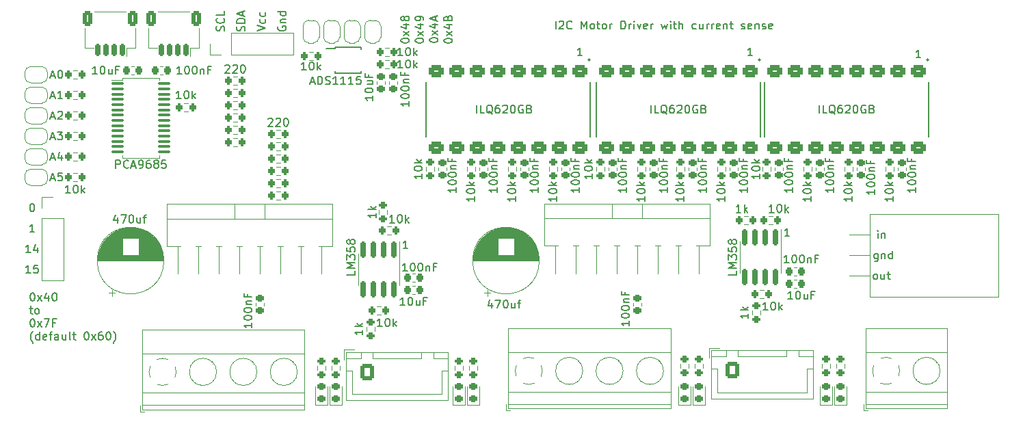
<source format=gto>
%TF.GenerationSoftware,KiCad,Pcbnew,(6.0.0)*%
%TF.CreationDate,2022-11-20T23:13:48-05:00*%
%TF.ProjectId,i2c l298p,69326320-6c32-4393-9870-2e6b69636164,rev?*%
%TF.SameCoordinates,Original*%
%TF.FileFunction,Legend,Top*%
%TF.FilePolarity,Positive*%
%FSLAX46Y46*%
G04 Gerber Fmt 4.6, Leading zero omitted, Abs format (unit mm)*
G04 Created by KiCad (PCBNEW (6.0.0)) date 2022-11-20 23:13:48*
%MOMM*%
%LPD*%
G01*
G04 APERTURE LIST*
G04 Aperture macros list*
%AMRoundRect*
0 Rectangle with rounded corners*
0 $1 Rounding radius*
0 $2 $3 $4 $5 $6 $7 $8 $9 X,Y pos of 4 corners*
0 Add a 4 corners polygon primitive as box body*
4,1,4,$2,$3,$4,$5,$6,$7,$8,$9,$2,$3,0*
0 Add four circle primitives for the rounded corners*
1,1,$1+$1,$2,$3*
1,1,$1+$1,$4,$5*
1,1,$1+$1,$6,$7*
1,1,$1+$1,$8,$9*
0 Add four rect primitives between the rounded corners*
20,1,$1+$1,$2,$3,$4,$5,0*
20,1,$1+$1,$4,$5,$6,$7,0*
20,1,$1+$1,$6,$7,$8,$9,0*
20,1,$1+$1,$8,$9,$2,$3,0*%
%AMFreePoly0*
4,1,22,0.500000,-0.750000,0.000000,-0.750000,0.000000,-0.745033,-0.079941,-0.743568,-0.215256,-0.701293,-0.333266,-0.622738,-0.424486,-0.514219,-0.481581,-0.384460,-0.499164,-0.250000,-0.500000,-0.250000,-0.500000,0.250000,-0.499164,0.250000,-0.499963,0.256109,-0.478152,0.396186,-0.417904,0.524511,-0.324060,0.630769,-0.204165,0.706417,-0.067858,0.745374,0.000000,0.744959,0.000000,0.750000,
0.500000,0.750000,0.500000,-0.750000,0.500000,-0.750000,$1*%
%AMFreePoly1*
4,1,20,0.000000,0.744959,0.073905,0.744508,0.209726,0.703889,0.328688,0.626782,0.421226,0.519385,0.479903,0.390333,0.500000,0.250000,0.500000,-0.250000,0.499851,-0.262216,0.476331,-0.402017,0.414519,-0.529596,0.319384,-0.634700,0.198574,-0.708877,0.061801,-0.746166,0.000000,-0.745033,0.000000,-0.750000,-0.500000,-0.750000,-0.500000,0.750000,0.000000,0.750000,0.000000,0.744959,
0.000000,0.744959,$1*%
G04 Aperture macros list end*
%ADD10C,0.150000*%
%ADD11C,0.120000*%
%ADD12C,0.127000*%
%ADD13C,0.200000*%
%ADD14R,2.600000X2.600000*%
%ADD15C,2.600000*%
%ADD16R,1.100000X0.250000*%
%ADD17RoundRect,0.225000X-0.250000X0.225000X-0.250000X-0.225000X0.250000X-0.225000X0.250000X0.225000X0*%
%ADD18RoundRect,0.200000X0.275000X-0.200000X0.275000X0.200000X-0.275000X0.200000X-0.275000X-0.200000X0*%
%ADD19RoundRect,0.200000X0.200000X0.275000X-0.200000X0.275000X-0.200000X-0.275000X0.200000X-0.275000X0*%
%ADD20RoundRect,0.200000X-0.275000X0.200000X-0.275000X-0.200000X0.275000X-0.200000X0.275000X0.200000X0*%
%ADD21RoundRect,0.334400X-0.555600X0.425600X-0.555600X-0.425600X0.555600X-0.425600X0.555600X0.425600X0*%
%ADD22RoundRect,0.218750X0.256250X-0.218750X0.256250X0.218750X-0.256250X0.218750X-0.256250X-0.218750X0*%
%ADD23RoundRect,0.225000X-0.225000X-0.250000X0.225000X-0.250000X0.225000X0.250000X-0.225000X0.250000X0*%
%ADD24FreePoly0,90.000000*%
%ADD25FreePoly1,90.000000*%
%ADD26RoundRect,0.250000X-0.600000X-0.725000X0.600000X-0.725000X0.600000X0.725000X-0.600000X0.725000X0*%
%ADD27O,1.700000X1.950000*%
%ADD28RoundRect,0.150000X-0.150000X0.825000X-0.150000X-0.825000X0.150000X-0.825000X0.150000X0.825000X0*%
%ADD29FreePoly0,0.000000*%
%ADD30FreePoly1,0.000000*%
%ADD31RoundRect,0.200000X-0.200000X-0.275000X0.200000X-0.275000X0.200000X0.275000X-0.200000X0.275000X0*%
%ADD32R,1.800000X1.800000*%
%ADD33O,1.800000X1.800000*%
%ADD34RoundRect,0.100000X-0.637500X-0.100000X0.637500X-0.100000X0.637500X0.100000X-0.637500X0.100000X0*%
%ADD35C,3.200000*%
%ADD36O,3.500000X3.500000*%
%ADD37R,2.000000X1.905000*%
%ADD38O,2.000000X1.905000*%
%ADD39RoundRect,0.150000X0.150000X0.625000X-0.150000X0.625000X-0.150000X-0.625000X0.150000X-0.625000X0*%
%ADD40RoundRect,0.250000X0.350000X0.650000X-0.350000X0.650000X-0.350000X-0.650000X0.350000X-0.650000X0*%
%ADD41R,1.600000X1.600000*%
%ADD42C,1.600000*%
%ADD43RoundRect,0.225000X0.225000X0.250000X-0.225000X0.250000X-0.225000X-0.250000X0.225000X-0.250000X0*%
%ADD44R,1.700000X1.700000*%
%ADD45O,1.700000X1.700000*%
G04 APERTURE END LIST*
D10*
X139660380Y-84462761D02*
X139660380Y-84367523D01*
X139708000Y-84272285D01*
X139755619Y-84224666D01*
X139850857Y-84177047D01*
X140041333Y-84129428D01*
X140279428Y-84129428D01*
X140469904Y-84177047D01*
X140565142Y-84224666D01*
X140612761Y-84272285D01*
X140660380Y-84367523D01*
X140660380Y-84462761D01*
X140612761Y-84558000D01*
X140565142Y-84605619D01*
X140469904Y-84653238D01*
X140279428Y-84700857D01*
X140041333Y-84700857D01*
X139850857Y-84653238D01*
X139755619Y-84605619D01*
X139708000Y-84558000D01*
X139660380Y-84462761D01*
X140660380Y-83796095D02*
X139993714Y-83272285D01*
X139993714Y-83796095D02*
X140660380Y-83272285D01*
X139993714Y-82462761D02*
X140660380Y-82462761D01*
X139612761Y-82700857D02*
X140327047Y-82938952D01*
X140327047Y-82319904D01*
X140660380Y-81891333D02*
X140660380Y-81700857D01*
X140612761Y-81605619D01*
X140565142Y-81558000D01*
X140422285Y-81462761D01*
X140231809Y-81415142D01*
X139850857Y-81415142D01*
X139755619Y-81462761D01*
X139708000Y-81510380D01*
X139660380Y-81605619D01*
X139660380Y-81796095D01*
X139708000Y-81891333D01*
X139755619Y-81938952D01*
X139850857Y-81986571D01*
X140088952Y-81986571D01*
X140184190Y-81938952D01*
X140231809Y-81891333D01*
X140279428Y-81796095D01*
X140279428Y-81605619D01*
X140231809Y-81510380D01*
X140184190Y-81462761D01*
X140088952Y-81415142D01*
X157029238Y-83002380D02*
X157029238Y-82002380D01*
X157457809Y-82097619D02*
X157505428Y-82050000D01*
X157600666Y-82002380D01*
X157838761Y-82002380D01*
X157934000Y-82050000D01*
X157981619Y-82097619D01*
X158029238Y-82192857D01*
X158029238Y-82288095D01*
X157981619Y-82430952D01*
X157410190Y-83002380D01*
X158029238Y-83002380D01*
X159029238Y-82907142D02*
X158981619Y-82954761D01*
X158838761Y-83002380D01*
X158743523Y-83002380D01*
X158600666Y-82954761D01*
X158505428Y-82859523D01*
X158457809Y-82764285D01*
X158410190Y-82573809D01*
X158410190Y-82430952D01*
X158457809Y-82240476D01*
X158505428Y-82145238D01*
X158600666Y-82050000D01*
X158743523Y-82002380D01*
X158838761Y-82002380D01*
X158981619Y-82050000D01*
X159029238Y-82097619D01*
X160219714Y-83002380D02*
X160219714Y-82002380D01*
X160553047Y-82716666D01*
X160886380Y-82002380D01*
X160886380Y-83002380D01*
X161505428Y-83002380D02*
X161410190Y-82954761D01*
X161362571Y-82907142D01*
X161314952Y-82811904D01*
X161314952Y-82526190D01*
X161362571Y-82430952D01*
X161410190Y-82383333D01*
X161505428Y-82335714D01*
X161648285Y-82335714D01*
X161743523Y-82383333D01*
X161791142Y-82430952D01*
X161838761Y-82526190D01*
X161838761Y-82811904D01*
X161791142Y-82907142D01*
X161743523Y-82954761D01*
X161648285Y-83002380D01*
X161505428Y-83002380D01*
X162124476Y-82335714D02*
X162505428Y-82335714D01*
X162267333Y-82002380D02*
X162267333Y-82859523D01*
X162314952Y-82954761D01*
X162410190Y-83002380D01*
X162505428Y-83002380D01*
X162981619Y-83002380D02*
X162886380Y-82954761D01*
X162838761Y-82907142D01*
X162791142Y-82811904D01*
X162791142Y-82526190D01*
X162838761Y-82430952D01*
X162886380Y-82383333D01*
X162981619Y-82335714D01*
X163124476Y-82335714D01*
X163219714Y-82383333D01*
X163267333Y-82430952D01*
X163314952Y-82526190D01*
X163314952Y-82811904D01*
X163267333Y-82907142D01*
X163219714Y-82954761D01*
X163124476Y-83002380D01*
X162981619Y-83002380D01*
X163743523Y-83002380D02*
X163743523Y-82335714D01*
X163743523Y-82526190D02*
X163791142Y-82430952D01*
X163838761Y-82383333D01*
X163934000Y-82335714D01*
X164029238Y-82335714D01*
X165124476Y-83002380D02*
X165124476Y-82002380D01*
X165362571Y-82002380D01*
X165505428Y-82050000D01*
X165600666Y-82145238D01*
X165648285Y-82240476D01*
X165695904Y-82430952D01*
X165695904Y-82573809D01*
X165648285Y-82764285D01*
X165600666Y-82859523D01*
X165505428Y-82954761D01*
X165362571Y-83002380D01*
X165124476Y-83002380D01*
X166124476Y-83002380D02*
X166124476Y-82335714D01*
X166124476Y-82526190D02*
X166172095Y-82430952D01*
X166219714Y-82383333D01*
X166314952Y-82335714D01*
X166410190Y-82335714D01*
X166743523Y-83002380D02*
X166743523Y-82335714D01*
X166743523Y-82002380D02*
X166695904Y-82050000D01*
X166743523Y-82097619D01*
X166791142Y-82050000D01*
X166743523Y-82002380D01*
X166743523Y-82097619D01*
X167124476Y-82335714D02*
X167362571Y-83002380D01*
X167600666Y-82335714D01*
X168362571Y-82954761D02*
X168267333Y-83002380D01*
X168076857Y-83002380D01*
X167981619Y-82954761D01*
X167934000Y-82859523D01*
X167934000Y-82478571D01*
X167981619Y-82383333D01*
X168076857Y-82335714D01*
X168267333Y-82335714D01*
X168362571Y-82383333D01*
X168410190Y-82478571D01*
X168410190Y-82573809D01*
X167934000Y-82669047D01*
X168838761Y-83002380D02*
X168838761Y-82335714D01*
X168838761Y-82526190D02*
X168886380Y-82430952D01*
X168934000Y-82383333D01*
X169029238Y-82335714D01*
X169124476Y-82335714D01*
X170124476Y-82335714D02*
X170314952Y-83002380D01*
X170505428Y-82526190D01*
X170695904Y-83002380D01*
X170886380Y-82335714D01*
X171267333Y-83002380D02*
X171267333Y-82335714D01*
X171267333Y-82002380D02*
X171219714Y-82050000D01*
X171267333Y-82097619D01*
X171314952Y-82050000D01*
X171267333Y-82002380D01*
X171267333Y-82097619D01*
X171600666Y-82335714D02*
X171981619Y-82335714D01*
X171743523Y-82002380D02*
X171743523Y-82859523D01*
X171791142Y-82954761D01*
X171886380Y-83002380D01*
X171981619Y-83002380D01*
X172314952Y-83002380D02*
X172314952Y-82002380D01*
X172743523Y-83002380D02*
X172743523Y-82478571D01*
X172695904Y-82383333D01*
X172600666Y-82335714D01*
X172457809Y-82335714D01*
X172362571Y-82383333D01*
X172314952Y-82430952D01*
X174410190Y-82954761D02*
X174314952Y-83002380D01*
X174124476Y-83002380D01*
X174029238Y-82954761D01*
X173981619Y-82907142D01*
X173934000Y-82811904D01*
X173934000Y-82526190D01*
X173981619Y-82430952D01*
X174029238Y-82383333D01*
X174124476Y-82335714D01*
X174314952Y-82335714D01*
X174410190Y-82383333D01*
X175267333Y-82335714D02*
X175267333Y-83002380D01*
X174838761Y-82335714D02*
X174838761Y-82859523D01*
X174886380Y-82954761D01*
X174981619Y-83002380D01*
X175124476Y-83002380D01*
X175219714Y-82954761D01*
X175267333Y-82907142D01*
X175743523Y-83002380D02*
X175743523Y-82335714D01*
X175743523Y-82526190D02*
X175791142Y-82430952D01*
X175838761Y-82383333D01*
X175934000Y-82335714D01*
X176029238Y-82335714D01*
X176362571Y-83002380D02*
X176362571Y-82335714D01*
X176362571Y-82526190D02*
X176410190Y-82430952D01*
X176457809Y-82383333D01*
X176553047Y-82335714D01*
X176648285Y-82335714D01*
X177362571Y-82954761D02*
X177267333Y-83002380D01*
X177076857Y-83002380D01*
X176981619Y-82954761D01*
X176934000Y-82859523D01*
X176934000Y-82478571D01*
X176981619Y-82383333D01*
X177076857Y-82335714D01*
X177267333Y-82335714D01*
X177362571Y-82383333D01*
X177410190Y-82478571D01*
X177410190Y-82573809D01*
X176934000Y-82669047D01*
X177838761Y-82335714D02*
X177838761Y-83002380D01*
X177838761Y-82430952D02*
X177886380Y-82383333D01*
X177981619Y-82335714D01*
X178124476Y-82335714D01*
X178219714Y-82383333D01*
X178267333Y-82478571D01*
X178267333Y-83002380D01*
X178600666Y-82335714D02*
X178981619Y-82335714D01*
X178743523Y-82002380D02*
X178743523Y-82859523D01*
X178791142Y-82954761D01*
X178886380Y-83002380D01*
X178981619Y-83002380D01*
X180029238Y-82954761D02*
X180124476Y-83002380D01*
X180314952Y-83002380D01*
X180410190Y-82954761D01*
X180457809Y-82859523D01*
X180457809Y-82811904D01*
X180410190Y-82716666D01*
X180314952Y-82669047D01*
X180172095Y-82669047D01*
X180076857Y-82621428D01*
X180029238Y-82526190D01*
X180029238Y-82478571D01*
X180076857Y-82383333D01*
X180172095Y-82335714D01*
X180314952Y-82335714D01*
X180410190Y-82383333D01*
X181267333Y-82954761D02*
X181172095Y-83002380D01*
X180981619Y-83002380D01*
X180886380Y-82954761D01*
X180838761Y-82859523D01*
X180838761Y-82478571D01*
X180886380Y-82383333D01*
X180981619Y-82335714D01*
X181172095Y-82335714D01*
X181267333Y-82383333D01*
X181314952Y-82478571D01*
X181314952Y-82573809D01*
X180838761Y-82669047D01*
X181743523Y-82335714D02*
X181743523Y-83002380D01*
X181743523Y-82430952D02*
X181791142Y-82383333D01*
X181886380Y-82335714D01*
X182029238Y-82335714D01*
X182124476Y-82383333D01*
X182172095Y-82478571D01*
X182172095Y-83002380D01*
X182600666Y-82954761D02*
X182695904Y-83002380D01*
X182886380Y-83002380D01*
X182981619Y-82954761D01*
X183029238Y-82859523D01*
X183029238Y-82811904D01*
X182981619Y-82716666D01*
X182886380Y-82669047D01*
X182743523Y-82669047D01*
X182648285Y-82621428D01*
X182600666Y-82526190D01*
X182600666Y-82478571D01*
X182648285Y-82383333D01*
X182743523Y-82335714D01*
X182886380Y-82335714D01*
X182981619Y-82383333D01*
X183838761Y-82954761D02*
X183743523Y-83002380D01*
X183553047Y-83002380D01*
X183457809Y-82954761D01*
X183410190Y-82859523D01*
X183410190Y-82478571D01*
X183457809Y-82383333D01*
X183553047Y-82335714D01*
X183743523Y-82335714D01*
X183838761Y-82383333D01*
X183886380Y-82478571D01*
X183886380Y-82573809D01*
X183410190Y-82669047D01*
X181387714Y-86304380D02*
X180816285Y-86304380D01*
X181102000Y-86304380D02*
X181102000Y-85304380D01*
X181006761Y-85447238D01*
X180911523Y-85542476D01*
X180816285Y-85590095D01*
X94535714Y-88812666D02*
X95011904Y-88812666D01*
X94440476Y-89098380D02*
X94773809Y-88098380D01*
X95107142Y-89098380D01*
X95630952Y-88098380D02*
X95726190Y-88098380D01*
X95821428Y-88146000D01*
X95869047Y-88193619D01*
X95916666Y-88288857D01*
X95964285Y-88479333D01*
X95964285Y-88717428D01*
X95916666Y-88907904D01*
X95869047Y-89003142D01*
X95821428Y-89050761D01*
X95726190Y-89098380D01*
X95630952Y-89098380D01*
X95535714Y-89050761D01*
X95488095Y-89003142D01*
X95440476Y-88907904D01*
X95392857Y-88717428D01*
X95392857Y-88479333D01*
X95440476Y-88288857D01*
X95488095Y-88193619D01*
X95535714Y-88146000D01*
X95630952Y-88098380D01*
X137882380Y-84462761D02*
X137882380Y-84367523D01*
X137930000Y-84272285D01*
X137977619Y-84224666D01*
X138072857Y-84177047D01*
X138263333Y-84129428D01*
X138501428Y-84129428D01*
X138691904Y-84177047D01*
X138787142Y-84224666D01*
X138834761Y-84272285D01*
X138882380Y-84367523D01*
X138882380Y-84462761D01*
X138834761Y-84558000D01*
X138787142Y-84605619D01*
X138691904Y-84653238D01*
X138501428Y-84700857D01*
X138263333Y-84700857D01*
X138072857Y-84653238D01*
X137977619Y-84605619D01*
X137930000Y-84558000D01*
X137882380Y-84462761D01*
X138882380Y-83796095D02*
X138215714Y-83272285D01*
X138215714Y-83796095D02*
X138882380Y-83272285D01*
X138215714Y-82462761D02*
X138882380Y-82462761D01*
X137834761Y-82700857D02*
X138549047Y-82938952D01*
X138549047Y-82319904D01*
X138310952Y-81796095D02*
X138263333Y-81891333D01*
X138215714Y-81938952D01*
X138120476Y-81986571D01*
X138072857Y-81986571D01*
X137977619Y-81938952D01*
X137930000Y-81891333D01*
X137882380Y-81796095D01*
X137882380Y-81605619D01*
X137930000Y-81510380D01*
X137977619Y-81462761D01*
X138072857Y-81415142D01*
X138120476Y-81415142D01*
X138215714Y-81462761D01*
X138263333Y-81510380D01*
X138310952Y-81605619D01*
X138310952Y-81796095D01*
X138358571Y-81891333D01*
X138406190Y-81938952D01*
X138501428Y-81986571D01*
X138691904Y-81986571D01*
X138787142Y-81938952D01*
X138834761Y-81891333D01*
X138882380Y-81796095D01*
X138882380Y-81605619D01*
X138834761Y-81510380D01*
X138787142Y-81462761D01*
X138691904Y-81415142D01*
X138501428Y-81415142D01*
X138406190Y-81462761D01*
X138358571Y-81510380D01*
X138310952Y-81605619D01*
X118514761Y-83256285D02*
X118562380Y-83113428D01*
X118562380Y-82875333D01*
X118514761Y-82780095D01*
X118467142Y-82732476D01*
X118371904Y-82684857D01*
X118276666Y-82684857D01*
X118181428Y-82732476D01*
X118133809Y-82780095D01*
X118086190Y-82875333D01*
X118038571Y-83065809D01*
X117990952Y-83161047D01*
X117943333Y-83208666D01*
X117848095Y-83256285D01*
X117752857Y-83256285D01*
X117657619Y-83208666D01*
X117610000Y-83161047D01*
X117562380Y-83065809D01*
X117562380Y-82827714D01*
X117610000Y-82684857D01*
X118562380Y-82256285D02*
X117562380Y-82256285D01*
X117562380Y-82018190D01*
X117610000Y-81875333D01*
X117705238Y-81780095D01*
X117800476Y-81732476D01*
X117990952Y-81684857D01*
X118133809Y-81684857D01*
X118324285Y-81732476D01*
X118419523Y-81780095D01*
X118514761Y-81875333D01*
X118562380Y-82018190D01*
X118562380Y-82256285D01*
X118276666Y-81303904D02*
X118276666Y-80827714D01*
X118562380Y-81399142D02*
X117562380Y-81065809D01*
X118562380Y-80732476D01*
X92220071Y-115655380D02*
X92315309Y-115655380D01*
X92410547Y-115703000D01*
X92458166Y-115750619D01*
X92505785Y-115845857D01*
X92553404Y-116036333D01*
X92553404Y-116274428D01*
X92505785Y-116464904D01*
X92458166Y-116560142D01*
X92410547Y-116607761D01*
X92315309Y-116655380D01*
X92220071Y-116655380D01*
X92124833Y-116607761D01*
X92077214Y-116560142D01*
X92029595Y-116464904D01*
X91981976Y-116274428D01*
X91981976Y-116036333D01*
X92029595Y-115845857D01*
X92077214Y-115750619D01*
X92124833Y-115703000D01*
X92220071Y-115655380D01*
X92886738Y-116655380D02*
X93410547Y-115988714D01*
X92886738Y-115988714D02*
X93410547Y-116655380D01*
X94220071Y-115988714D02*
X94220071Y-116655380D01*
X93981976Y-115607761D02*
X93743880Y-116322047D01*
X94362928Y-116322047D01*
X94934357Y-115655380D02*
X95029595Y-115655380D01*
X95124833Y-115703000D01*
X95172452Y-115750619D01*
X95220071Y-115845857D01*
X95267690Y-116036333D01*
X95267690Y-116274428D01*
X95220071Y-116464904D01*
X95172452Y-116560142D01*
X95124833Y-116607761D01*
X95029595Y-116655380D01*
X94934357Y-116655380D01*
X94839119Y-116607761D01*
X94791500Y-116560142D01*
X94743880Y-116464904D01*
X94696261Y-116274428D01*
X94696261Y-116036333D01*
X94743880Y-115845857D01*
X94791500Y-115750619D01*
X94839119Y-115703000D01*
X94934357Y-115655380D01*
X91886738Y-117598714D02*
X92267690Y-117598714D01*
X92029595Y-117265380D02*
X92029595Y-118122523D01*
X92077214Y-118217761D01*
X92172452Y-118265380D01*
X92267690Y-118265380D01*
X92743880Y-118265380D02*
X92648642Y-118217761D01*
X92601023Y-118170142D01*
X92553404Y-118074904D01*
X92553404Y-117789190D01*
X92601023Y-117693952D01*
X92648642Y-117646333D01*
X92743880Y-117598714D01*
X92886738Y-117598714D01*
X92981976Y-117646333D01*
X93029595Y-117693952D01*
X93077214Y-117789190D01*
X93077214Y-118074904D01*
X93029595Y-118170142D01*
X92981976Y-118217761D01*
X92886738Y-118265380D01*
X92743880Y-118265380D01*
X92220071Y-118875380D02*
X92315309Y-118875380D01*
X92410547Y-118923000D01*
X92458166Y-118970619D01*
X92505785Y-119065857D01*
X92553404Y-119256333D01*
X92553404Y-119494428D01*
X92505785Y-119684904D01*
X92458166Y-119780142D01*
X92410547Y-119827761D01*
X92315309Y-119875380D01*
X92220071Y-119875380D01*
X92124833Y-119827761D01*
X92077214Y-119780142D01*
X92029595Y-119684904D01*
X91981976Y-119494428D01*
X91981976Y-119256333D01*
X92029595Y-119065857D01*
X92077214Y-118970619D01*
X92124833Y-118923000D01*
X92220071Y-118875380D01*
X92886738Y-119875380D02*
X93410547Y-119208714D01*
X92886738Y-119208714D02*
X93410547Y-119875380D01*
X93696261Y-118875380D02*
X94362928Y-118875380D01*
X93934357Y-119875380D01*
X95077214Y-119351571D02*
X94743880Y-119351571D01*
X94743880Y-119875380D02*
X94743880Y-118875380D01*
X95220071Y-118875380D01*
X92315309Y-121866333D02*
X92267690Y-121818714D01*
X92172452Y-121675857D01*
X92124833Y-121580619D01*
X92077214Y-121437761D01*
X92029595Y-121199666D01*
X92029595Y-121009190D01*
X92077214Y-120771095D01*
X92124833Y-120628238D01*
X92172452Y-120533000D01*
X92267690Y-120390142D01*
X92315309Y-120342523D01*
X93124833Y-121485380D02*
X93124833Y-120485380D01*
X93124833Y-121437761D02*
X93029595Y-121485380D01*
X92839119Y-121485380D01*
X92743880Y-121437761D01*
X92696261Y-121390142D01*
X92648642Y-121294904D01*
X92648642Y-121009190D01*
X92696261Y-120913952D01*
X92743880Y-120866333D01*
X92839119Y-120818714D01*
X93029595Y-120818714D01*
X93124833Y-120866333D01*
X93981976Y-121437761D02*
X93886738Y-121485380D01*
X93696261Y-121485380D01*
X93601023Y-121437761D01*
X93553404Y-121342523D01*
X93553404Y-120961571D01*
X93601023Y-120866333D01*
X93696261Y-120818714D01*
X93886738Y-120818714D01*
X93981976Y-120866333D01*
X94029595Y-120961571D01*
X94029595Y-121056809D01*
X93553404Y-121152047D01*
X94315309Y-120818714D02*
X94696261Y-120818714D01*
X94458166Y-121485380D02*
X94458166Y-120628238D01*
X94505785Y-120533000D01*
X94601023Y-120485380D01*
X94696261Y-120485380D01*
X95458166Y-121485380D02*
X95458166Y-120961571D01*
X95410547Y-120866333D01*
X95315309Y-120818714D01*
X95124833Y-120818714D01*
X95029595Y-120866333D01*
X95458166Y-121437761D02*
X95362928Y-121485380D01*
X95124833Y-121485380D01*
X95029595Y-121437761D01*
X94981976Y-121342523D01*
X94981976Y-121247285D01*
X95029595Y-121152047D01*
X95124833Y-121104428D01*
X95362928Y-121104428D01*
X95458166Y-121056809D01*
X96362928Y-120818714D02*
X96362928Y-121485380D01*
X95934357Y-120818714D02*
X95934357Y-121342523D01*
X95981976Y-121437761D01*
X96077214Y-121485380D01*
X96220071Y-121485380D01*
X96315309Y-121437761D01*
X96362928Y-121390142D01*
X96981976Y-121485380D02*
X96886738Y-121437761D01*
X96839119Y-121342523D01*
X96839119Y-120485380D01*
X97220071Y-120818714D02*
X97601023Y-120818714D01*
X97362928Y-120485380D02*
X97362928Y-121342523D01*
X97410547Y-121437761D01*
X97505785Y-121485380D01*
X97601023Y-121485380D01*
X98886738Y-120485380D02*
X98981976Y-120485380D01*
X99077214Y-120533000D01*
X99124833Y-120580619D01*
X99172452Y-120675857D01*
X99220071Y-120866333D01*
X99220071Y-121104428D01*
X99172452Y-121294904D01*
X99124833Y-121390142D01*
X99077214Y-121437761D01*
X98981976Y-121485380D01*
X98886738Y-121485380D01*
X98791500Y-121437761D01*
X98743880Y-121390142D01*
X98696261Y-121294904D01*
X98648642Y-121104428D01*
X98648642Y-120866333D01*
X98696261Y-120675857D01*
X98743880Y-120580619D01*
X98791500Y-120533000D01*
X98886738Y-120485380D01*
X99553404Y-121485380D02*
X100077214Y-120818714D01*
X99553404Y-120818714D02*
X100077214Y-121485380D01*
X100886738Y-120485380D02*
X100696261Y-120485380D01*
X100601023Y-120533000D01*
X100553404Y-120580619D01*
X100458166Y-120723476D01*
X100410547Y-120913952D01*
X100410547Y-121294904D01*
X100458166Y-121390142D01*
X100505785Y-121437761D01*
X100601023Y-121485380D01*
X100791500Y-121485380D01*
X100886738Y-121437761D01*
X100934357Y-121390142D01*
X100981976Y-121294904D01*
X100981976Y-121056809D01*
X100934357Y-120961571D01*
X100886738Y-120913952D01*
X100791500Y-120866333D01*
X100601023Y-120866333D01*
X100505785Y-120913952D01*
X100458166Y-120961571D01*
X100410547Y-121056809D01*
X101601023Y-120485380D02*
X101696261Y-120485380D01*
X101791500Y-120533000D01*
X101839119Y-120580619D01*
X101886738Y-120675857D01*
X101934357Y-120866333D01*
X101934357Y-121104428D01*
X101886738Y-121294904D01*
X101839119Y-121390142D01*
X101791500Y-121437761D01*
X101696261Y-121485380D01*
X101601023Y-121485380D01*
X101505785Y-121437761D01*
X101458166Y-121390142D01*
X101410547Y-121294904D01*
X101362928Y-121104428D01*
X101362928Y-120866333D01*
X101410547Y-120675857D01*
X101458166Y-120580619D01*
X101505785Y-120533000D01*
X101601023Y-120485380D01*
X102267690Y-121866333D02*
X102315309Y-121818714D01*
X102410547Y-121675857D01*
X102458166Y-121580619D01*
X102505785Y-121437761D01*
X102553404Y-121199666D01*
X102553404Y-121009190D01*
X102505785Y-120771095D01*
X102458166Y-120628238D01*
X102410547Y-120533000D01*
X102315309Y-120390142D01*
X102267690Y-120342523D01*
X92487714Y-108148380D02*
X91916285Y-108148380D01*
X92202000Y-108148380D02*
X92202000Y-107148380D01*
X92106761Y-107291238D01*
X92011523Y-107386476D01*
X91916285Y-107434095D01*
X138088761Y-86304380D02*
X137517333Y-86304380D01*
X137803047Y-86304380D02*
X137803047Y-85304380D01*
X137707809Y-85447238D01*
X137612571Y-85542476D01*
X137517333Y-85590095D01*
X138707809Y-85304380D02*
X138803047Y-85304380D01*
X138898285Y-85352000D01*
X138945904Y-85399619D01*
X138993523Y-85494857D01*
X139041142Y-85685333D01*
X139041142Y-85923428D01*
X138993523Y-86113904D01*
X138945904Y-86209142D01*
X138898285Y-86256761D01*
X138803047Y-86304380D01*
X138707809Y-86304380D01*
X138612571Y-86256761D01*
X138564952Y-86209142D01*
X138517333Y-86113904D01*
X138469714Y-85923428D01*
X138469714Y-85685333D01*
X138517333Y-85494857D01*
X138564952Y-85399619D01*
X138612571Y-85352000D01*
X138707809Y-85304380D01*
X139469714Y-86304380D02*
X139469714Y-85304380D01*
X139564952Y-85923428D02*
X139850666Y-86304380D01*
X139850666Y-85637714D02*
X139469714Y-86018666D01*
X138088761Y-87828380D02*
X137517333Y-87828380D01*
X137803047Y-87828380D02*
X137803047Y-86828380D01*
X137707809Y-86971238D01*
X137612571Y-87066476D01*
X137517333Y-87114095D01*
X138707809Y-86828380D02*
X138803047Y-86828380D01*
X138898285Y-86876000D01*
X138945904Y-86923619D01*
X138993523Y-87018857D01*
X139041142Y-87209333D01*
X139041142Y-87447428D01*
X138993523Y-87637904D01*
X138945904Y-87733142D01*
X138898285Y-87780761D01*
X138803047Y-87828380D01*
X138707809Y-87828380D01*
X138612571Y-87780761D01*
X138564952Y-87733142D01*
X138517333Y-87637904D01*
X138469714Y-87447428D01*
X138469714Y-87209333D01*
X138517333Y-87018857D01*
X138564952Y-86923619D01*
X138612571Y-86876000D01*
X138707809Y-86828380D01*
X139469714Y-87828380D02*
X139469714Y-86828380D01*
X139564952Y-87447428D02*
X139850666Y-87828380D01*
X139850666Y-87161714D02*
X139469714Y-87542666D01*
X92011523Y-113228380D02*
X91440095Y-113228380D01*
X91725809Y-113228380D02*
X91725809Y-112228380D01*
X91630571Y-112371238D01*
X91535333Y-112466476D01*
X91440095Y-112514095D01*
X92916285Y-112228380D02*
X92440095Y-112228380D01*
X92392476Y-112704571D01*
X92440095Y-112656952D01*
X92535333Y-112609333D01*
X92773428Y-112609333D01*
X92868666Y-112656952D01*
X92916285Y-112704571D01*
X92963904Y-112799809D01*
X92963904Y-113037904D01*
X92916285Y-113133142D01*
X92868666Y-113180761D01*
X92773428Y-113228380D01*
X92535333Y-113228380D01*
X92440095Y-113180761D01*
X92392476Y-113133142D01*
X196905619Y-108910380D02*
X196905619Y-108243714D01*
X196905619Y-107910380D02*
X196858000Y-107958000D01*
X196905619Y-108005619D01*
X196953238Y-107958000D01*
X196905619Y-107910380D01*
X196905619Y-108005619D01*
X197381809Y-108243714D02*
X197381809Y-108910380D01*
X197381809Y-108338952D02*
X197429428Y-108291333D01*
X197524666Y-108243714D01*
X197667523Y-108243714D01*
X197762761Y-108291333D01*
X197810380Y-108386571D01*
X197810380Y-108910380D01*
X96940761Y-103322380D02*
X96369333Y-103322380D01*
X96655047Y-103322380D02*
X96655047Y-102322380D01*
X96559809Y-102465238D01*
X96464571Y-102560476D01*
X96369333Y-102608095D01*
X97559809Y-102322380D02*
X97655047Y-102322380D01*
X97750285Y-102370000D01*
X97797904Y-102417619D01*
X97845523Y-102512857D01*
X97893142Y-102703333D01*
X97893142Y-102941428D01*
X97845523Y-103131904D01*
X97797904Y-103227142D01*
X97750285Y-103274761D01*
X97655047Y-103322380D01*
X97559809Y-103322380D01*
X97464571Y-103274761D01*
X97416952Y-103227142D01*
X97369333Y-103131904D01*
X97321714Y-102941428D01*
X97321714Y-102703333D01*
X97369333Y-102512857D01*
X97416952Y-102417619D01*
X97464571Y-102370000D01*
X97559809Y-102322380D01*
X98321714Y-103322380D02*
X98321714Y-102322380D01*
X98416952Y-102941428D02*
X98702666Y-103322380D01*
X98702666Y-102655714D02*
X98321714Y-103036666D01*
X115974761Y-83232476D02*
X116022380Y-83089619D01*
X116022380Y-82851523D01*
X115974761Y-82756285D01*
X115927142Y-82708666D01*
X115831904Y-82661047D01*
X115736666Y-82661047D01*
X115641428Y-82708666D01*
X115593809Y-82756285D01*
X115546190Y-82851523D01*
X115498571Y-83042000D01*
X115450952Y-83137238D01*
X115403333Y-83184857D01*
X115308095Y-83232476D01*
X115212857Y-83232476D01*
X115117619Y-83184857D01*
X115070000Y-83137238D01*
X115022380Y-83042000D01*
X115022380Y-82803904D01*
X115070000Y-82661047D01*
X115927142Y-81661047D02*
X115974761Y-81708666D01*
X116022380Y-81851523D01*
X116022380Y-81946761D01*
X115974761Y-82089619D01*
X115879523Y-82184857D01*
X115784285Y-82232476D01*
X115593809Y-82280095D01*
X115450952Y-82280095D01*
X115260476Y-82232476D01*
X115165238Y-82184857D01*
X115070000Y-82089619D01*
X115022380Y-81946761D01*
X115022380Y-81851523D01*
X115070000Y-81708666D01*
X115117619Y-81661047D01*
X116022380Y-80756285D02*
X116022380Y-81232476D01*
X115022380Y-81232476D01*
X196548476Y-113990380D02*
X196453238Y-113942761D01*
X196405619Y-113895142D01*
X196358000Y-113799904D01*
X196358000Y-113514190D01*
X196405619Y-113418952D01*
X196453238Y-113371333D01*
X196548476Y-113323714D01*
X196691333Y-113323714D01*
X196786571Y-113371333D01*
X196834190Y-113418952D01*
X196881809Y-113514190D01*
X196881809Y-113799904D01*
X196834190Y-113895142D01*
X196786571Y-113942761D01*
X196691333Y-113990380D01*
X196548476Y-113990380D01*
X197738952Y-113323714D02*
X197738952Y-113990380D01*
X197310380Y-113323714D02*
X197310380Y-113847523D01*
X197358000Y-113942761D01*
X197453238Y-113990380D01*
X197596095Y-113990380D01*
X197691333Y-113942761D01*
X197738952Y-113895142D01*
X198072285Y-113323714D02*
X198453238Y-113323714D01*
X198215142Y-112990380D02*
X198215142Y-113847523D01*
X198262761Y-113942761D01*
X198358000Y-113990380D01*
X198453238Y-113990380D01*
X122690000Y-82684857D02*
X122642380Y-82780095D01*
X122642380Y-82922952D01*
X122690000Y-83065809D01*
X122785238Y-83161047D01*
X122880476Y-83208666D01*
X123070952Y-83256285D01*
X123213809Y-83256285D01*
X123404285Y-83208666D01*
X123499523Y-83161047D01*
X123594761Y-83065809D01*
X123642380Y-82922952D01*
X123642380Y-82827714D01*
X123594761Y-82684857D01*
X123547142Y-82637238D01*
X123213809Y-82637238D01*
X123213809Y-82827714D01*
X122975714Y-82208666D02*
X123642380Y-82208666D01*
X123070952Y-82208666D02*
X123023333Y-82161047D01*
X122975714Y-82065809D01*
X122975714Y-81922952D01*
X123023333Y-81827714D01*
X123118571Y-81780095D01*
X123642380Y-81780095D01*
X123642380Y-80875333D02*
X122642380Y-80875333D01*
X123594761Y-80875333D02*
X123642380Y-80970571D01*
X123642380Y-81161047D01*
X123594761Y-81256285D01*
X123547142Y-81303904D01*
X123451904Y-81351523D01*
X123166190Y-81351523D01*
X123070952Y-81303904D01*
X123023333Y-81256285D01*
X122975714Y-81161047D01*
X122975714Y-80970571D01*
X123023333Y-80875333D01*
X141438380Y-84415142D02*
X141438380Y-84319904D01*
X141486000Y-84224666D01*
X141533619Y-84177047D01*
X141628857Y-84129428D01*
X141819333Y-84081809D01*
X142057428Y-84081809D01*
X142247904Y-84129428D01*
X142343142Y-84177047D01*
X142390761Y-84224666D01*
X142438380Y-84319904D01*
X142438380Y-84415142D01*
X142390761Y-84510380D01*
X142343142Y-84558000D01*
X142247904Y-84605619D01*
X142057428Y-84653238D01*
X141819333Y-84653238D01*
X141628857Y-84605619D01*
X141533619Y-84558000D01*
X141486000Y-84510380D01*
X141438380Y-84415142D01*
X142438380Y-83748476D02*
X141771714Y-83224666D01*
X141771714Y-83748476D02*
X142438380Y-83224666D01*
X141771714Y-82415142D02*
X142438380Y-82415142D01*
X141390761Y-82653238D02*
X142105047Y-82891333D01*
X142105047Y-82272285D01*
X142152666Y-81938952D02*
X142152666Y-81462761D01*
X142438380Y-82034190D02*
X141438380Y-81700857D01*
X142438380Y-81367523D01*
X143216380Y-84486571D02*
X143216380Y-84391333D01*
X143264000Y-84296095D01*
X143311619Y-84248476D01*
X143406857Y-84200857D01*
X143597333Y-84153238D01*
X143835428Y-84153238D01*
X144025904Y-84200857D01*
X144121142Y-84248476D01*
X144168761Y-84296095D01*
X144216380Y-84391333D01*
X144216380Y-84486571D01*
X144168761Y-84581809D01*
X144121142Y-84629428D01*
X144025904Y-84677047D01*
X143835428Y-84724666D01*
X143597333Y-84724666D01*
X143406857Y-84677047D01*
X143311619Y-84629428D01*
X143264000Y-84581809D01*
X143216380Y-84486571D01*
X144216380Y-83819904D02*
X143549714Y-83296095D01*
X143549714Y-83819904D02*
X144216380Y-83296095D01*
X143549714Y-82486571D02*
X144216380Y-82486571D01*
X143168761Y-82724666D02*
X143883047Y-82962761D01*
X143883047Y-82343714D01*
X143692571Y-81629428D02*
X143740190Y-81486571D01*
X143787809Y-81438952D01*
X143883047Y-81391333D01*
X144025904Y-81391333D01*
X144121142Y-81438952D01*
X144168761Y-81486571D01*
X144216380Y-81581809D01*
X144216380Y-81962761D01*
X143216380Y-81962761D01*
X143216380Y-81629428D01*
X143264000Y-81534190D01*
X143311619Y-81486571D01*
X143406857Y-81438952D01*
X143502095Y-81438952D01*
X143597333Y-81486571D01*
X143644952Y-81534190D01*
X143692571Y-81629428D01*
X143692571Y-81962761D01*
X138715714Y-110180380D02*
X138144285Y-110180380D01*
X138430000Y-110180380D02*
X138430000Y-109180380D01*
X138334761Y-109323238D01*
X138239523Y-109418476D01*
X138144285Y-109466095D01*
X94535714Y-93892666D02*
X95011904Y-93892666D01*
X94440476Y-94178380D02*
X94773809Y-93178380D01*
X95107142Y-94178380D01*
X95392857Y-93273619D02*
X95440476Y-93226000D01*
X95535714Y-93178380D01*
X95773809Y-93178380D01*
X95869047Y-93226000D01*
X95916666Y-93273619D01*
X95964285Y-93368857D01*
X95964285Y-93464095D01*
X95916666Y-93606952D01*
X95345238Y-94178380D01*
X95964285Y-94178380D01*
X202215714Y-86558380D02*
X201644285Y-86558380D01*
X201930000Y-86558380D02*
X201930000Y-85558380D01*
X201834761Y-85701238D01*
X201739523Y-85796476D01*
X201644285Y-85844095D01*
X92154380Y-104608380D02*
X92249619Y-104608380D01*
X92344857Y-104656000D01*
X92392476Y-104703619D01*
X92440095Y-104798857D01*
X92487714Y-104989333D01*
X92487714Y-105227428D01*
X92440095Y-105417904D01*
X92392476Y-105513142D01*
X92344857Y-105560761D01*
X92249619Y-105608380D01*
X92154380Y-105608380D01*
X92059142Y-105560761D01*
X92011523Y-105513142D01*
X91963904Y-105417904D01*
X91916285Y-105227428D01*
X91916285Y-104989333D01*
X91963904Y-104798857D01*
X92011523Y-104703619D01*
X92059142Y-104656000D01*
X92154380Y-104608380D01*
X185959714Y-108656380D02*
X185388285Y-108656380D01*
X185674000Y-108656380D02*
X185674000Y-107656380D01*
X185578761Y-107799238D01*
X185483523Y-107894476D01*
X185388285Y-107942095D01*
X126150761Y-88082380D02*
X125579333Y-88082380D01*
X125865047Y-88082380D02*
X125865047Y-87082380D01*
X125769809Y-87225238D01*
X125674571Y-87320476D01*
X125579333Y-87368095D01*
X126769809Y-87082380D02*
X126865047Y-87082380D01*
X126960285Y-87130000D01*
X127007904Y-87177619D01*
X127055523Y-87272857D01*
X127103142Y-87463333D01*
X127103142Y-87701428D01*
X127055523Y-87891904D01*
X127007904Y-87987142D01*
X126960285Y-88034761D01*
X126865047Y-88082380D01*
X126769809Y-88082380D01*
X126674571Y-88034761D01*
X126626952Y-87987142D01*
X126579333Y-87891904D01*
X126531714Y-87701428D01*
X126531714Y-87463333D01*
X126579333Y-87272857D01*
X126626952Y-87177619D01*
X126674571Y-87130000D01*
X126769809Y-87082380D01*
X127531714Y-88082380D02*
X127531714Y-87082380D01*
X127626952Y-87701428D02*
X127912666Y-88082380D01*
X127912666Y-87415714D02*
X127531714Y-87796666D01*
X94535714Y-91352666D02*
X95011904Y-91352666D01*
X94440476Y-91638380D02*
X94773809Y-90638380D01*
X95107142Y-91638380D01*
X95964285Y-91638380D02*
X95392857Y-91638380D01*
X95678571Y-91638380D02*
X95678571Y-90638380D01*
X95583333Y-90781238D01*
X95488095Y-90876476D01*
X95392857Y-90924095D01*
X94535714Y-98972666D02*
X95011904Y-98972666D01*
X94440476Y-99258380D02*
X94773809Y-98258380D01*
X95107142Y-99258380D01*
X95869047Y-98591714D02*
X95869047Y-99258380D01*
X95630952Y-98210761D02*
X95392857Y-98925047D01*
X96011904Y-98925047D01*
X196921523Y-110783714D02*
X196921523Y-111593238D01*
X196873904Y-111688476D01*
X196826285Y-111736095D01*
X196731047Y-111783714D01*
X196588190Y-111783714D01*
X196492952Y-111736095D01*
X196921523Y-111402761D02*
X196826285Y-111450380D01*
X196635809Y-111450380D01*
X196540571Y-111402761D01*
X196492952Y-111355142D01*
X196445333Y-111259904D01*
X196445333Y-110974190D01*
X196492952Y-110878952D01*
X196540571Y-110831333D01*
X196635809Y-110783714D01*
X196826285Y-110783714D01*
X196921523Y-110831333D01*
X197397714Y-110783714D02*
X197397714Y-111450380D01*
X197397714Y-110878952D02*
X197445333Y-110831333D01*
X197540571Y-110783714D01*
X197683428Y-110783714D01*
X197778666Y-110831333D01*
X197826285Y-110926571D01*
X197826285Y-111450380D01*
X198731047Y-111450380D02*
X198731047Y-110450380D01*
X198731047Y-111402761D02*
X198635809Y-111450380D01*
X198445333Y-111450380D01*
X198350095Y-111402761D01*
X198302476Y-111355142D01*
X198254857Y-111259904D01*
X198254857Y-110974190D01*
X198302476Y-110878952D01*
X198350095Y-110831333D01*
X198445333Y-110783714D01*
X198635809Y-110783714D01*
X198731047Y-110831333D01*
X92011523Y-110688380D02*
X91440095Y-110688380D01*
X91725809Y-110688380D02*
X91725809Y-109688380D01*
X91630571Y-109831238D01*
X91535333Y-109926476D01*
X91440095Y-109974095D01*
X92868666Y-110021714D02*
X92868666Y-110688380D01*
X92630571Y-109640761D02*
X92392476Y-110355047D01*
X93011523Y-110355047D01*
X94535714Y-101512666D02*
X95011904Y-101512666D01*
X94440476Y-101798380D02*
X94773809Y-100798380D01*
X95107142Y-101798380D01*
X95916666Y-100798380D02*
X95440476Y-100798380D01*
X95392857Y-101274571D01*
X95440476Y-101226952D01*
X95535714Y-101179333D01*
X95773809Y-101179333D01*
X95869047Y-101226952D01*
X95916666Y-101274571D01*
X95964285Y-101369809D01*
X95964285Y-101607904D01*
X95916666Y-101703142D01*
X95869047Y-101750761D01*
X95773809Y-101798380D01*
X95535714Y-101798380D01*
X95440476Y-101750761D01*
X95392857Y-101703142D01*
X160305714Y-86304380D02*
X159734285Y-86304380D01*
X160020000Y-86304380D02*
X160020000Y-85304380D01*
X159924761Y-85447238D01*
X159829523Y-85542476D01*
X159734285Y-85590095D01*
X94535714Y-96432666D02*
X95011904Y-96432666D01*
X94440476Y-96718380D02*
X94773809Y-95718380D01*
X95107142Y-96718380D01*
X95345238Y-95718380D02*
X95964285Y-95718380D01*
X95630952Y-96099333D01*
X95773809Y-96099333D01*
X95869047Y-96146952D01*
X95916666Y-96194571D01*
X95964285Y-96289809D01*
X95964285Y-96527904D01*
X95916666Y-96623142D01*
X95869047Y-96670761D01*
X95773809Y-96718380D01*
X95488095Y-96718380D01*
X95392857Y-96670761D01*
X95345238Y-96623142D01*
X120102380Y-83232476D02*
X121102380Y-82899142D01*
X120102380Y-82565809D01*
X121054761Y-81803904D02*
X121102380Y-81899142D01*
X121102380Y-82089619D01*
X121054761Y-82184857D01*
X121007142Y-82232476D01*
X120911904Y-82280095D01*
X120626190Y-82280095D01*
X120530952Y-82232476D01*
X120483333Y-82184857D01*
X120435714Y-82089619D01*
X120435714Y-81899142D01*
X120483333Y-81803904D01*
X121054761Y-80946761D02*
X121102380Y-81042000D01*
X121102380Y-81232476D01*
X121054761Y-81327714D01*
X121007142Y-81375333D01*
X120911904Y-81422952D01*
X120626190Y-81422952D01*
X120530952Y-81375333D01*
X120483333Y-81327714D01*
X120435714Y-81232476D01*
X120435714Y-81042000D01*
X120483333Y-80946761D01*
%TO.C,U8*%
X126674952Y-89574666D02*
X127151142Y-89574666D01*
X126579714Y-89860380D02*
X126913047Y-88860380D01*
X127246380Y-89860380D01*
X127579714Y-89860380D02*
X127579714Y-88860380D01*
X127817809Y-88860380D01*
X127960666Y-88908000D01*
X128055904Y-89003238D01*
X128103523Y-89098476D01*
X128151142Y-89288952D01*
X128151142Y-89431809D01*
X128103523Y-89622285D01*
X128055904Y-89717523D01*
X127960666Y-89812761D01*
X127817809Y-89860380D01*
X127579714Y-89860380D01*
X128532095Y-89812761D02*
X128674952Y-89860380D01*
X128913047Y-89860380D01*
X129008285Y-89812761D01*
X129055904Y-89765142D01*
X129103523Y-89669904D01*
X129103523Y-89574666D01*
X129055904Y-89479428D01*
X129008285Y-89431809D01*
X128913047Y-89384190D01*
X128722571Y-89336571D01*
X128627333Y-89288952D01*
X128579714Y-89241333D01*
X128532095Y-89146095D01*
X128532095Y-89050857D01*
X128579714Y-88955619D01*
X128627333Y-88908000D01*
X128722571Y-88860380D01*
X128960666Y-88860380D01*
X129103523Y-88908000D01*
X130055904Y-89860380D02*
X129484476Y-89860380D01*
X129770190Y-89860380D02*
X129770190Y-88860380D01*
X129674952Y-89003238D01*
X129579714Y-89098476D01*
X129484476Y-89146095D01*
X131008285Y-89860380D02*
X130436857Y-89860380D01*
X130722571Y-89860380D02*
X130722571Y-88860380D01*
X130627333Y-89003238D01*
X130532095Y-89098476D01*
X130436857Y-89146095D01*
X131960666Y-89860380D02*
X131389238Y-89860380D01*
X131674952Y-89860380D02*
X131674952Y-88860380D01*
X131579714Y-89003238D01*
X131484476Y-89098476D01*
X131389238Y-89146095D01*
X132865428Y-88860380D02*
X132389238Y-88860380D01*
X132341619Y-89336571D01*
X132389238Y-89288952D01*
X132484476Y-89241333D01*
X132722571Y-89241333D01*
X132817809Y-89288952D01*
X132865428Y-89336571D01*
X132913047Y-89431809D01*
X132913047Y-89669904D01*
X132865428Y-89765142D01*
X132817809Y-89812761D01*
X132722571Y-89860380D01*
X132484476Y-89860380D01*
X132389238Y-89812761D01*
X132341619Y-89765142D01*
%TO.C,C5*%
X201620380Y-102639619D02*
X201620380Y-103211047D01*
X201620380Y-102925333D02*
X200620380Y-102925333D01*
X200763238Y-103020571D01*
X200858476Y-103115809D01*
X200906095Y-103211047D01*
X200620380Y-102020571D02*
X200620380Y-101925333D01*
X200668000Y-101830095D01*
X200715619Y-101782476D01*
X200810857Y-101734857D01*
X201001333Y-101687238D01*
X201239428Y-101687238D01*
X201429904Y-101734857D01*
X201525142Y-101782476D01*
X201572761Y-101830095D01*
X201620380Y-101925333D01*
X201620380Y-102020571D01*
X201572761Y-102115809D01*
X201525142Y-102163428D01*
X201429904Y-102211047D01*
X201239428Y-102258666D01*
X201001333Y-102258666D01*
X200810857Y-102211047D01*
X200715619Y-102163428D01*
X200668000Y-102115809D01*
X200620380Y-102020571D01*
X200620380Y-101068190D02*
X200620380Y-100972952D01*
X200668000Y-100877714D01*
X200715619Y-100830095D01*
X200810857Y-100782476D01*
X201001333Y-100734857D01*
X201239428Y-100734857D01*
X201429904Y-100782476D01*
X201525142Y-100830095D01*
X201572761Y-100877714D01*
X201620380Y-100972952D01*
X201620380Y-101068190D01*
X201572761Y-101163428D01*
X201525142Y-101211047D01*
X201429904Y-101258666D01*
X201239428Y-101306285D01*
X201001333Y-101306285D01*
X200810857Y-101258666D01*
X200715619Y-101211047D01*
X200668000Y-101163428D01*
X200620380Y-101068190D01*
X200953714Y-100306285D02*
X201620380Y-100306285D01*
X201048952Y-100306285D02*
X201001333Y-100258666D01*
X200953714Y-100163428D01*
X200953714Y-100020571D01*
X201001333Y-99925333D01*
X201096571Y-99877714D01*
X201620380Y-99877714D01*
X201096571Y-99068190D02*
X201096571Y-99401523D01*
X201620380Y-99401523D02*
X200620380Y-99401523D01*
X200620380Y-98925333D01*
%TO.C,R47*%
X134818380Y-105783047D02*
X134818380Y-106354476D01*
X134818380Y-106068761D02*
X133818380Y-106068761D01*
X133961238Y-106164000D01*
X134056476Y-106259238D01*
X134104095Y-106354476D01*
X134818380Y-105354476D02*
X133818380Y-105354476D01*
X134437428Y-105259238D02*
X134818380Y-104973523D01*
X134151714Y-104973523D02*
X134532666Y-105354476D01*
%TO.C,R49*%
X179966952Y-105702380D02*
X179395523Y-105702380D01*
X179681238Y-105702380D02*
X179681238Y-104702380D01*
X179586000Y-104845238D01*
X179490761Y-104940476D01*
X179395523Y-104988095D01*
X180395523Y-105702380D02*
X180395523Y-104702380D01*
X180490761Y-105321428D02*
X180776476Y-105702380D01*
X180776476Y-105035714D02*
X180395523Y-105416666D01*
%TO.C,R17*%
X177998380Y-103719238D02*
X177998380Y-104290666D01*
X177998380Y-104004952D02*
X176998380Y-104004952D01*
X177141238Y-104100190D01*
X177236476Y-104195428D01*
X177284095Y-104290666D01*
X176998380Y-103100190D02*
X176998380Y-103004952D01*
X177046000Y-102909714D01*
X177093619Y-102862095D01*
X177188857Y-102814476D01*
X177379333Y-102766857D01*
X177617428Y-102766857D01*
X177807904Y-102814476D01*
X177903142Y-102862095D01*
X177950761Y-102909714D01*
X177998380Y-103004952D01*
X177998380Y-103100190D01*
X177950761Y-103195428D01*
X177903142Y-103243047D01*
X177807904Y-103290666D01*
X177617428Y-103338285D01*
X177379333Y-103338285D01*
X177188857Y-103290666D01*
X177093619Y-103243047D01*
X177046000Y-103195428D01*
X176998380Y-103100190D01*
X177998380Y-102338285D02*
X176998380Y-102338285D01*
X177617428Y-102243047D02*
X177998380Y-101957333D01*
X177331714Y-101957333D02*
X177712666Y-102338285D01*
%TO.C,U1*%
X147264857Y-93416380D02*
X147264857Y-92416380D01*
X148217238Y-93416380D02*
X147741047Y-93416380D01*
X147741047Y-92416380D01*
X149217238Y-93511619D02*
X149122000Y-93464000D01*
X149026761Y-93368761D01*
X148883904Y-93225904D01*
X148788666Y-93178285D01*
X148693428Y-93178285D01*
X148741047Y-93416380D02*
X148645809Y-93368761D01*
X148550571Y-93273523D01*
X148502952Y-93083047D01*
X148502952Y-92749714D01*
X148550571Y-92559238D01*
X148645809Y-92464000D01*
X148741047Y-92416380D01*
X148931523Y-92416380D01*
X149026761Y-92464000D01*
X149122000Y-92559238D01*
X149169619Y-92749714D01*
X149169619Y-93083047D01*
X149122000Y-93273523D01*
X149026761Y-93368761D01*
X148931523Y-93416380D01*
X148741047Y-93416380D01*
X150026761Y-92416380D02*
X149836285Y-92416380D01*
X149741047Y-92464000D01*
X149693428Y-92511619D01*
X149598190Y-92654476D01*
X149550571Y-92844952D01*
X149550571Y-93225904D01*
X149598190Y-93321142D01*
X149645809Y-93368761D01*
X149741047Y-93416380D01*
X149931523Y-93416380D01*
X150026761Y-93368761D01*
X150074380Y-93321142D01*
X150122000Y-93225904D01*
X150122000Y-92987809D01*
X150074380Y-92892571D01*
X150026761Y-92844952D01*
X149931523Y-92797333D01*
X149741047Y-92797333D01*
X149645809Y-92844952D01*
X149598190Y-92892571D01*
X149550571Y-92987809D01*
X150502952Y-92511619D02*
X150550571Y-92464000D01*
X150645809Y-92416380D01*
X150883904Y-92416380D01*
X150979142Y-92464000D01*
X151026761Y-92511619D01*
X151074380Y-92606857D01*
X151074380Y-92702095D01*
X151026761Y-92844952D01*
X150455333Y-93416380D01*
X151074380Y-93416380D01*
X151693428Y-92416380D02*
X151788666Y-92416380D01*
X151883904Y-92464000D01*
X151931523Y-92511619D01*
X151979142Y-92606857D01*
X152026761Y-92797333D01*
X152026761Y-93035428D01*
X151979142Y-93225904D01*
X151931523Y-93321142D01*
X151883904Y-93368761D01*
X151788666Y-93416380D01*
X151693428Y-93416380D01*
X151598190Y-93368761D01*
X151550571Y-93321142D01*
X151502952Y-93225904D01*
X151455333Y-93035428D01*
X151455333Y-92797333D01*
X151502952Y-92606857D01*
X151550571Y-92511619D01*
X151598190Y-92464000D01*
X151693428Y-92416380D01*
X152979142Y-92464000D02*
X152883904Y-92416380D01*
X152741047Y-92416380D01*
X152598190Y-92464000D01*
X152502952Y-92559238D01*
X152455333Y-92654476D01*
X152407714Y-92844952D01*
X152407714Y-92987809D01*
X152455333Y-93178285D01*
X152502952Y-93273523D01*
X152598190Y-93368761D01*
X152741047Y-93416380D01*
X152836285Y-93416380D01*
X152979142Y-93368761D01*
X153026761Y-93321142D01*
X153026761Y-92987809D01*
X152836285Y-92987809D01*
X153788666Y-92892571D02*
X153931523Y-92940190D01*
X153979142Y-92987809D01*
X154026761Y-93083047D01*
X154026761Y-93225904D01*
X153979142Y-93321142D01*
X153931523Y-93368761D01*
X153836285Y-93416380D01*
X153455333Y-93416380D01*
X153455333Y-92416380D01*
X153788666Y-92416380D01*
X153883904Y-92464000D01*
X153931523Y-92511619D01*
X153979142Y-92606857D01*
X153979142Y-92702095D01*
X153931523Y-92797333D01*
X153883904Y-92844952D01*
X153788666Y-92892571D01*
X153455333Y-92892571D01*
%TO.C,R24*%
X152090380Y-103719238D02*
X152090380Y-104290666D01*
X152090380Y-104004952D02*
X151090380Y-104004952D01*
X151233238Y-104100190D01*
X151328476Y-104195428D01*
X151376095Y-104290666D01*
X151090380Y-103100190D02*
X151090380Y-103004952D01*
X151138000Y-102909714D01*
X151185619Y-102862095D01*
X151280857Y-102814476D01*
X151471333Y-102766857D01*
X151709428Y-102766857D01*
X151899904Y-102814476D01*
X151995142Y-102862095D01*
X152042761Y-102909714D01*
X152090380Y-103004952D01*
X152090380Y-103100190D01*
X152042761Y-103195428D01*
X151995142Y-103243047D01*
X151899904Y-103290666D01*
X151709428Y-103338285D01*
X151471333Y-103338285D01*
X151280857Y-103290666D01*
X151185619Y-103243047D01*
X151138000Y-103195428D01*
X151090380Y-103100190D01*
X152090380Y-102338285D02*
X151090380Y-102338285D01*
X151709428Y-102243047D02*
X152090380Y-101957333D01*
X151423714Y-101957333D02*
X151804666Y-102338285D01*
%TO.C,C10*%
X159964380Y-102639619D02*
X159964380Y-103211047D01*
X159964380Y-102925333D02*
X158964380Y-102925333D01*
X159107238Y-103020571D01*
X159202476Y-103115809D01*
X159250095Y-103211047D01*
X158964380Y-102020571D02*
X158964380Y-101925333D01*
X159012000Y-101830095D01*
X159059619Y-101782476D01*
X159154857Y-101734857D01*
X159345333Y-101687238D01*
X159583428Y-101687238D01*
X159773904Y-101734857D01*
X159869142Y-101782476D01*
X159916761Y-101830095D01*
X159964380Y-101925333D01*
X159964380Y-102020571D01*
X159916761Y-102115809D01*
X159869142Y-102163428D01*
X159773904Y-102211047D01*
X159583428Y-102258666D01*
X159345333Y-102258666D01*
X159154857Y-102211047D01*
X159059619Y-102163428D01*
X159012000Y-102115809D01*
X158964380Y-102020571D01*
X158964380Y-101068190D02*
X158964380Y-100972952D01*
X159012000Y-100877714D01*
X159059619Y-100830095D01*
X159154857Y-100782476D01*
X159345333Y-100734857D01*
X159583428Y-100734857D01*
X159773904Y-100782476D01*
X159869142Y-100830095D01*
X159916761Y-100877714D01*
X159964380Y-100972952D01*
X159964380Y-101068190D01*
X159916761Y-101163428D01*
X159869142Y-101211047D01*
X159773904Y-101258666D01*
X159583428Y-101306285D01*
X159345333Y-101306285D01*
X159154857Y-101258666D01*
X159059619Y-101211047D01*
X159012000Y-101163428D01*
X158964380Y-101068190D01*
X159297714Y-100306285D02*
X159964380Y-100306285D01*
X159392952Y-100306285D02*
X159345333Y-100258666D01*
X159297714Y-100163428D01*
X159297714Y-100020571D01*
X159345333Y-99925333D01*
X159440571Y-99877714D01*
X159964380Y-99877714D01*
X159440571Y-99068190D02*
X159440571Y-99401523D01*
X159964380Y-99401523D02*
X158964380Y-99401523D01*
X158964380Y-98925333D01*
%TO.C,C23*%
X138374571Y-117198380D02*
X137803142Y-117198380D01*
X138088857Y-117198380D02*
X138088857Y-116198380D01*
X137993619Y-116341238D01*
X137898380Y-116436476D01*
X137803142Y-116484095D01*
X138993619Y-116198380D02*
X139088857Y-116198380D01*
X139184095Y-116246000D01*
X139231714Y-116293619D01*
X139279333Y-116388857D01*
X139326952Y-116579333D01*
X139326952Y-116817428D01*
X139279333Y-117007904D01*
X139231714Y-117103142D01*
X139184095Y-117150761D01*
X139088857Y-117198380D01*
X138993619Y-117198380D01*
X138898380Y-117150761D01*
X138850761Y-117103142D01*
X138803142Y-117007904D01*
X138755523Y-116817428D01*
X138755523Y-116579333D01*
X138803142Y-116388857D01*
X138850761Y-116293619D01*
X138898380Y-116246000D01*
X138993619Y-116198380D01*
X140184095Y-116531714D02*
X140184095Y-117198380D01*
X139755523Y-116531714D02*
X139755523Y-117055523D01*
X139803142Y-117150761D01*
X139898380Y-117198380D01*
X140041238Y-117198380D01*
X140136476Y-117150761D01*
X140184095Y-117103142D01*
X140993619Y-116674571D02*
X140660285Y-116674571D01*
X140660285Y-117198380D02*
X140660285Y-116198380D01*
X141136476Y-116198380D01*
%TO.C,U3*%
X168854857Y-93416380D02*
X168854857Y-92416380D01*
X169807238Y-93416380D02*
X169331047Y-93416380D01*
X169331047Y-92416380D01*
X170807238Y-93511619D02*
X170712000Y-93464000D01*
X170616761Y-93368761D01*
X170473904Y-93225904D01*
X170378666Y-93178285D01*
X170283428Y-93178285D01*
X170331047Y-93416380D02*
X170235809Y-93368761D01*
X170140571Y-93273523D01*
X170092952Y-93083047D01*
X170092952Y-92749714D01*
X170140571Y-92559238D01*
X170235809Y-92464000D01*
X170331047Y-92416380D01*
X170521523Y-92416380D01*
X170616761Y-92464000D01*
X170712000Y-92559238D01*
X170759619Y-92749714D01*
X170759619Y-93083047D01*
X170712000Y-93273523D01*
X170616761Y-93368761D01*
X170521523Y-93416380D01*
X170331047Y-93416380D01*
X171616761Y-92416380D02*
X171426285Y-92416380D01*
X171331047Y-92464000D01*
X171283428Y-92511619D01*
X171188190Y-92654476D01*
X171140571Y-92844952D01*
X171140571Y-93225904D01*
X171188190Y-93321142D01*
X171235809Y-93368761D01*
X171331047Y-93416380D01*
X171521523Y-93416380D01*
X171616761Y-93368761D01*
X171664380Y-93321142D01*
X171712000Y-93225904D01*
X171712000Y-92987809D01*
X171664380Y-92892571D01*
X171616761Y-92844952D01*
X171521523Y-92797333D01*
X171331047Y-92797333D01*
X171235809Y-92844952D01*
X171188190Y-92892571D01*
X171140571Y-92987809D01*
X172092952Y-92511619D02*
X172140571Y-92464000D01*
X172235809Y-92416380D01*
X172473904Y-92416380D01*
X172569142Y-92464000D01*
X172616761Y-92511619D01*
X172664380Y-92606857D01*
X172664380Y-92702095D01*
X172616761Y-92844952D01*
X172045333Y-93416380D01*
X172664380Y-93416380D01*
X173283428Y-92416380D02*
X173378666Y-92416380D01*
X173473904Y-92464000D01*
X173521523Y-92511619D01*
X173569142Y-92606857D01*
X173616761Y-92797333D01*
X173616761Y-93035428D01*
X173569142Y-93225904D01*
X173521523Y-93321142D01*
X173473904Y-93368761D01*
X173378666Y-93416380D01*
X173283428Y-93416380D01*
X173188190Y-93368761D01*
X173140571Y-93321142D01*
X173092952Y-93225904D01*
X173045333Y-93035428D01*
X173045333Y-92797333D01*
X173092952Y-92606857D01*
X173140571Y-92511619D01*
X173188190Y-92464000D01*
X173283428Y-92416380D01*
X174569142Y-92464000D02*
X174473904Y-92416380D01*
X174331047Y-92416380D01*
X174188190Y-92464000D01*
X174092952Y-92559238D01*
X174045333Y-92654476D01*
X173997714Y-92844952D01*
X173997714Y-92987809D01*
X174045333Y-93178285D01*
X174092952Y-93273523D01*
X174188190Y-93368761D01*
X174331047Y-93416380D01*
X174426285Y-93416380D01*
X174569142Y-93368761D01*
X174616761Y-93321142D01*
X174616761Y-92987809D01*
X174426285Y-92987809D01*
X175378666Y-92892571D02*
X175521523Y-92940190D01*
X175569142Y-92987809D01*
X175616761Y-93083047D01*
X175616761Y-93225904D01*
X175569142Y-93321142D01*
X175521523Y-93368761D01*
X175426285Y-93416380D01*
X175045333Y-93416380D01*
X175045333Y-92416380D01*
X175378666Y-92416380D01*
X175473904Y-92464000D01*
X175521523Y-92511619D01*
X175569142Y-92606857D01*
X175569142Y-92702095D01*
X175521523Y-92797333D01*
X175473904Y-92844952D01*
X175378666Y-92892571D01*
X175045333Y-92892571D01*
%TO.C,R15*%
X135548761Y-119832380D02*
X134977333Y-119832380D01*
X135263047Y-119832380D02*
X135263047Y-118832380D01*
X135167809Y-118975238D01*
X135072571Y-119070476D01*
X134977333Y-119118095D01*
X136167809Y-118832380D02*
X136263047Y-118832380D01*
X136358285Y-118880000D01*
X136405904Y-118927619D01*
X136453523Y-119022857D01*
X136501142Y-119213333D01*
X136501142Y-119451428D01*
X136453523Y-119641904D01*
X136405904Y-119737142D01*
X136358285Y-119784761D01*
X136263047Y-119832380D01*
X136167809Y-119832380D01*
X136072571Y-119784761D01*
X136024952Y-119737142D01*
X135977333Y-119641904D01*
X135929714Y-119451428D01*
X135929714Y-119213333D01*
X135977333Y-119022857D01*
X136024952Y-118927619D01*
X136072571Y-118880000D01*
X136167809Y-118832380D01*
X136929714Y-119832380D02*
X136929714Y-118832380D01*
X137024952Y-119451428D02*
X137310666Y-119832380D01*
X137310666Y-119165714D02*
X136929714Y-119546666D01*
%TO.C,R18*%
X182316380Y-100925238D02*
X182316380Y-101496666D01*
X182316380Y-101210952D02*
X181316380Y-101210952D01*
X181459238Y-101306190D01*
X181554476Y-101401428D01*
X181602095Y-101496666D01*
X181316380Y-100306190D02*
X181316380Y-100210952D01*
X181364000Y-100115714D01*
X181411619Y-100068095D01*
X181506857Y-100020476D01*
X181697333Y-99972857D01*
X181935428Y-99972857D01*
X182125904Y-100020476D01*
X182221142Y-100068095D01*
X182268761Y-100115714D01*
X182316380Y-100210952D01*
X182316380Y-100306190D01*
X182268761Y-100401428D01*
X182221142Y-100449047D01*
X182125904Y-100496666D01*
X181935428Y-100544285D01*
X181697333Y-100544285D01*
X181506857Y-100496666D01*
X181411619Y-100449047D01*
X181364000Y-100401428D01*
X181316380Y-100306190D01*
X182316380Y-99544285D02*
X181316380Y-99544285D01*
X181935428Y-99449047D02*
X182316380Y-99163333D01*
X181649714Y-99163333D02*
X182030666Y-99544285D01*
%TO.C,U9*%
X132180380Y-112942476D02*
X132180380Y-113418666D01*
X131180380Y-113418666D01*
X132180380Y-112609142D02*
X131180380Y-112609142D01*
X131894666Y-112275809D01*
X131180380Y-111942476D01*
X132180380Y-111942476D01*
X131180380Y-111561523D02*
X131180380Y-110942476D01*
X131561333Y-111275809D01*
X131561333Y-111132952D01*
X131608952Y-111037714D01*
X131656571Y-110990095D01*
X131751809Y-110942476D01*
X131989904Y-110942476D01*
X132085142Y-110990095D01*
X132132761Y-111037714D01*
X132180380Y-111132952D01*
X132180380Y-111418666D01*
X132132761Y-111513904D01*
X132085142Y-111561523D01*
X131180380Y-110037714D02*
X131180380Y-110513904D01*
X131656571Y-110561523D01*
X131608952Y-110513904D01*
X131561333Y-110418666D01*
X131561333Y-110180571D01*
X131608952Y-110085333D01*
X131656571Y-110037714D01*
X131751809Y-109990095D01*
X131989904Y-109990095D01*
X132085142Y-110037714D01*
X132132761Y-110085333D01*
X132180380Y-110180571D01*
X132180380Y-110418666D01*
X132132761Y-110513904D01*
X132085142Y-110561523D01*
X131608952Y-109418666D02*
X131561333Y-109513904D01*
X131513714Y-109561523D01*
X131418476Y-109609142D01*
X131370857Y-109609142D01*
X131275619Y-109561523D01*
X131228000Y-109513904D01*
X131180380Y-109418666D01*
X131180380Y-109228190D01*
X131228000Y-109132952D01*
X131275619Y-109085333D01*
X131370857Y-109037714D01*
X131418476Y-109037714D01*
X131513714Y-109085333D01*
X131561333Y-109132952D01*
X131608952Y-109228190D01*
X131608952Y-109418666D01*
X131656571Y-109513904D01*
X131704190Y-109561523D01*
X131799428Y-109609142D01*
X131989904Y-109609142D01*
X132085142Y-109561523D01*
X132132761Y-109513904D01*
X132180380Y-109418666D01*
X132180380Y-109228190D01*
X132132761Y-109132952D01*
X132085142Y-109085333D01*
X131989904Y-109037714D01*
X131799428Y-109037714D01*
X131704190Y-109085333D01*
X131656571Y-109132952D01*
X131608952Y-109228190D01*
%TO.C,R25*%
X140500380Y-100925238D02*
X140500380Y-101496666D01*
X140500380Y-101210952D02*
X139500380Y-101210952D01*
X139643238Y-101306190D01*
X139738476Y-101401428D01*
X139786095Y-101496666D01*
X139500380Y-100306190D02*
X139500380Y-100210952D01*
X139548000Y-100115714D01*
X139595619Y-100068095D01*
X139690857Y-100020476D01*
X139881333Y-99972857D01*
X140119428Y-99972857D01*
X140309904Y-100020476D01*
X140405142Y-100068095D01*
X140452761Y-100115714D01*
X140500380Y-100210952D01*
X140500380Y-100306190D01*
X140452761Y-100401428D01*
X140405142Y-100449047D01*
X140309904Y-100496666D01*
X140119428Y-100544285D01*
X139881333Y-100544285D01*
X139690857Y-100496666D01*
X139595619Y-100449047D01*
X139548000Y-100401428D01*
X139500380Y-100306190D01*
X140500380Y-99544285D02*
X139500380Y-99544285D01*
X140119428Y-99449047D02*
X140500380Y-99163333D01*
X139833714Y-99163333D02*
X140214666Y-99544285D01*
%TO.C,R19*%
X172918380Y-103719238D02*
X172918380Y-104290666D01*
X172918380Y-104004952D02*
X171918380Y-104004952D01*
X172061238Y-104100190D01*
X172156476Y-104195428D01*
X172204095Y-104290666D01*
X171918380Y-103100190D02*
X171918380Y-103004952D01*
X171966000Y-102909714D01*
X172013619Y-102862095D01*
X172108857Y-102814476D01*
X172299333Y-102766857D01*
X172537428Y-102766857D01*
X172727904Y-102814476D01*
X172823142Y-102862095D01*
X172870761Y-102909714D01*
X172918380Y-103004952D01*
X172918380Y-103100190D01*
X172870761Y-103195428D01*
X172823142Y-103243047D01*
X172727904Y-103290666D01*
X172537428Y-103338285D01*
X172299333Y-103338285D01*
X172108857Y-103290666D01*
X172013619Y-103243047D01*
X171966000Y-103195428D01*
X171918380Y-103100190D01*
X172918380Y-102338285D02*
X171918380Y-102338285D01*
X172537428Y-102243047D02*
X172918380Y-101957333D01*
X172251714Y-101957333D02*
X172632666Y-102338285D01*
%TO.C,C20*%
X110720380Y-88590380D02*
X110148952Y-88590380D01*
X110434666Y-88590380D02*
X110434666Y-87590380D01*
X110339428Y-87733238D01*
X110244190Y-87828476D01*
X110148952Y-87876095D01*
X111339428Y-87590380D02*
X111434666Y-87590380D01*
X111529904Y-87638000D01*
X111577523Y-87685619D01*
X111625142Y-87780857D01*
X111672761Y-87971333D01*
X111672761Y-88209428D01*
X111625142Y-88399904D01*
X111577523Y-88495142D01*
X111529904Y-88542761D01*
X111434666Y-88590380D01*
X111339428Y-88590380D01*
X111244190Y-88542761D01*
X111196571Y-88495142D01*
X111148952Y-88399904D01*
X111101333Y-88209428D01*
X111101333Y-87971333D01*
X111148952Y-87780857D01*
X111196571Y-87685619D01*
X111244190Y-87638000D01*
X111339428Y-87590380D01*
X112291809Y-87590380D02*
X112387047Y-87590380D01*
X112482285Y-87638000D01*
X112529904Y-87685619D01*
X112577523Y-87780857D01*
X112625142Y-87971333D01*
X112625142Y-88209428D01*
X112577523Y-88399904D01*
X112529904Y-88495142D01*
X112482285Y-88542761D01*
X112387047Y-88590380D01*
X112291809Y-88590380D01*
X112196571Y-88542761D01*
X112148952Y-88495142D01*
X112101333Y-88399904D01*
X112053714Y-88209428D01*
X112053714Y-87971333D01*
X112101333Y-87780857D01*
X112148952Y-87685619D01*
X112196571Y-87638000D01*
X112291809Y-87590380D01*
X113053714Y-87923714D02*
X113053714Y-88590380D01*
X113053714Y-88018952D02*
X113101333Y-87971333D01*
X113196571Y-87923714D01*
X113339428Y-87923714D01*
X113434666Y-87971333D01*
X113482285Y-88066571D01*
X113482285Y-88590380D01*
X114291809Y-88066571D02*
X113958476Y-88066571D01*
X113958476Y-88590380D02*
X113958476Y-87590380D01*
X114434666Y-87590380D01*
%TO.C,R22*%
X193746380Y-103719238D02*
X193746380Y-104290666D01*
X193746380Y-104004952D02*
X192746380Y-104004952D01*
X192889238Y-104100190D01*
X192984476Y-104195428D01*
X193032095Y-104290666D01*
X192746380Y-103100190D02*
X192746380Y-103004952D01*
X192794000Y-102909714D01*
X192841619Y-102862095D01*
X192936857Y-102814476D01*
X193127333Y-102766857D01*
X193365428Y-102766857D01*
X193555904Y-102814476D01*
X193651142Y-102862095D01*
X193698761Y-102909714D01*
X193746380Y-103004952D01*
X193746380Y-103100190D01*
X193698761Y-103195428D01*
X193651142Y-103243047D01*
X193555904Y-103290666D01*
X193365428Y-103338285D01*
X193127333Y-103338285D01*
X192936857Y-103290666D01*
X192841619Y-103243047D01*
X192794000Y-103195428D01*
X192746380Y-103100190D01*
X193746380Y-102338285D02*
X192746380Y-102338285D01*
X193365428Y-102243047D02*
X193746380Y-101957333D01*
X193079714Y-101957333D02*
X193460666Y-102338285D01*
%TO.C,C4*%
X191460380Y-102639619D02*
X191460380Y-103211047D01*
X191460380Y-102925333D02*
X190460380Y-102925333D01*
X190603238Y-103020571D01*
X190698476Y-103115809D01*
X190746095Y-103211047D01*
X190460380Y-102020571D02*
X190460380Y-101925333D01*
X190508000Y-101830095D01*
X190555619Y-101782476D01*
X190650857Y-101734857D01*
X190841333Y-101687238D01*
X191079428Y-101687238D01*
X191269904Y-101734857D01*
X191365142Y-101782476D01*
X191412761Y-101830095D01*
X191460380Y-101925333D01*
X191460380Y-102020571D01*
X191412761Y-102115809D01*
X191365142Y-102163428D01*
X191269904Y-102211047D01*
X191079428Y-102258666D01*
X190841333Y-102258666D01*
X190650857Y-102211047D01*
X190555619Y-102163428D01*
X190508000Y-102115809D01*
X190460380Y-102020571D01*
X190460380Y-101068190D02*
X190460380Y-100972952D01*
X190508000Y-100877714D01*
X190555619Y-100830095D01*
X190650857Y-100782476D01*
X190841333Y-100734857D01*
X191079428Y-100734857D01*
X191269904Y-100782476D01*
X191365142Y-100830095D01*
X191412761Y-100877714D01*
X191460380Y-100972952D01*
X191460380Y-101068190D01*
X191412761Y-101163428D01*
X191365142Y-101211047D01*
X191269904Y-101258666D01*
X191079428Y-101306285D01*
X190841333Y-101306285D01*
X190650857Y-101258666D01*
X190555619Y-101211047D01*
X190508000Y-101163428D01*
X190460380Y-101068190D01*
X190793714Y-100306285D02*
X191460380Y-100306285D01*
X190888952Y-100306285D02*
X190841333Y-100258666D01*
X190793714Y-100163428D01*
X190793714Y-100020571D01*
X190841333Y-99925333D01*
X190936571Y-99877714D01*
X191460380Y-99877714D01*
X190936571Y-99068190D02*
X190936571Y-99401523D01*
X191460380Y-99401523D02*
X190460380Y-99401523D01*
X190460380Y-98925333D01*
%TO.C,R28*%
X183300761Y-117800380D02*
X182729333Y-117800380D01*
X183015047Y-117800380D02*
X183015047Y-116800380D01*
X182919809Y-116943238D01*
X182824571Y-117038476D01*
X182729333Y-117086095D01*
X183919809Y-116800380D02*
X184015047Y-116800380D01*
X184110285Y-116848000D01*
X184157904Y-116895619D01*
X184205523Y-116990857D01*
X184253142Y-117181333D01*
X184253142Y-117419428D01*
X184205523Y-117609904D01*
X184157904Y-117705142D01*
X184110285Y-117752761D01*
X184015047Y-117800380D01*
X183919809Y-117800380D01*
X183824571Y-117752761D01*
X183776952Y-117705142D01*
X183729333Y-117609904D01*
X183681714Y-117419428D01*
X183681714Y-117181333D01*
X183729333Y-116990857D01*
X183776952Y-116895619D01*
X183824571Y-116848000D01*
X183919809Y-116800380D01*
X184681714Y-117800380D02*
X184681714Y-116800380D01*
X184776952Y-117419428D02*
X185062666Y-117800380D01*
X185062666Y-117133714D02*
X184681714Y-117514666D01*
%TO.C,C26*%
X185904380Y-111958380D02*
X185332952Y-111958380D01*
X185618666Y-111958380D02*
X185618666Y-110958380D01*
X185523428Y-111101238D01*
X185428190Y-111196476D01*
X185332952Y-111244095D01*
X186523428Y-110958380D02*
X186618666Y-110958380D01*
X186713904Y-111006000D01*
X186761523Y-111053619D01*
X186809142Y-111148857D01*
X186856761Y-111339333D01*
X186856761Y-111577428D01*
X186809142Y-111767904D01*
X186761523Y-111863142D01*
X186713904Y-111910761D01*
X186618666Y-111958380D01*
X186523428Y-111958380D01*
X186428190Y-111910761D01*
X186380571Y-111863142D01*
X186332952Y-111767904D01*
X186285333Y-111577428D01*
X186285333Y-111339333D01*
X186332952Y-111148857D01*
X186380571Y-111053619D01*
X186428190Y-111006000D01*
X186523428Y-110958380D01*
X187475809Y-110958380D02*
X187571047Y-110958380D01*
X187666285Y-111006000D01*
X187713904Y-111053619D01*
X187761523Y-111148857D01*
X187809142Y-111339333D01*
X187809142Y-111577428D01*
X187761523Y-111767904D01*
X187713904Y-111863142D01*
X187666285Y-111910761D01*
X187571047Y-111958380D01*
X187475809Y-111958380D01*
X187380571Y-111910761D01*
X187332952Y-111863142D01*
X187285333Y-111767904D01*
X187237714Y-111577428D01*
X187237714Y-111339333D01*
X187285333Y-111148857D01*
X187332952Y-111053619D01*
X187380571Y-111006000D01*
X187475809Y-110958380D01*
X188237714Y-111291714D02*
X188237714Y-111958380D01*
X188237714Y-111386952D02*
X188285333Y-111339333D01*
X188380571Y-111291714D01*
X188523428Y-111291714D01*
X188618666Y-111339333D01*
X188666285Y-111434571D01*
X188666285Y-111958380D01*
X189475809Y-111434571D02*
X189142476Y-111434571D01*
X189142476Y-111958380D02*
X189142476Y-110958380D01*
X189618666Y-110958380D01*
%TO.C,C3*%
X175712380Y-102639619D02*
X175712380Y-103211047D01*
X175712380Y-102925333D02*
X174712380Y-102925333D01*
X174855238Y-103020571D01*
X174950476Y-103115809D01*
X174998095Y-103211047D01*
X174712380Y-102020571D02*
X174712380Y-101925333D01*
X174760000Y-101830095D01*
X174807619Y-101782476D01*
X174902857Y-101734857D01*
X175093333Y-101687238D01*
X175331428Y-101687238D01*
X175521904Y-101734857D01*
X175617142Y-101782476D01*
X175664761Y-101830095D01*
X175712380Y-101925333D01*
X175712380Y-102020571D01*
X175664761Y-102115809D01*
X175617142Y-102163428D01*
X175521904Y-102211047D01*
X175331428Y-102258666D01*
X175093333Y-102258666D01*
X174902857Y-102211047D01*
X174807619Y-102163428D01*
X174760000Y-102115809D01*
X174712380Y-102020571D01*
X174712380Y-101068190D02*
X174712380Y-100972952D01*
X174760000Y-100877714D01*
X174807619Y-100830095D01*
X174902857Y-100782476D01*
X175093333Y-100734857D01*
X175331428Y-100734857D01*
X175521904Y-100782476D01*
X175617142Y-100830095D01*
X175664761Y-100877714D01*
X175712380Y-100972952D01*
X175712380Y-101068190D01*
X175664761Y-101163428D01*
X175617142Y-101211047D01*
X175521904Y-101258666D01*
X175331428Y-101306285D01*
X175093333Y-101306285D01*
X174902857Y-101258666D01*
X174807619Y-101211047D01*
X174760000Y-101163428D01*
X174712380Y-101068190D01*
X175045714Y-100306285D02*
X175712380Y-100306285D01*
X175140952Y-100306285D02*
X175093333Y-100258666D01*
X175045714Y-100163428D01*
X175045714Y-100020571D01*
X175093333Y-99925333D01*
X175188571Y-99877714D01*
X175712380Y-99877714D01*
X175188571Y-99068190D02*
X175188571Y-99401523D01*
X175712380Y-99401523D02*
X174712380Y-99401523D01*
X174712380Y-98925333D01*
%TO.C,C7*%
X149804380Y-102639619D02*
X149804380Y-103211047D01*
X149804380Y-102925333D02*
X148804380Y-102925333D01*
X148947238Y-103020571D01*
X149042476Y-103115809D01*
X149090095Y-103211047D01*
X148804380Y-102020571D02*
X148804380Y-101925333D01*
X148852000Y-101830095D01*
X148899619Y-101782476D01*
X148994857Y-101734857D01*
X149185333Y-101687238D01*
X149423428Y-101687238D01*
X149613904Y-101734857D01*
X149709142Y-101782476D01*
X149756761Y-101830095D01*
X149804380Y-101925333D01*
X149804380Y-102020571D01*
X149756761Y-102115809D01*
X149709142Y-102163428D01*
X149613904Y-102211047D01*
X149423428Y-102258666D01*
X149185333Y-102258666D01*
X148994857Y-102211047D01*
X148899619Y-102163428D01*
X148852000Y-102115809D01*
X148804380Y-102020571D01*
X148804380Y-101068190D02*
X148804380Y-100972952D01*
X148852000Y-100877714D01*
X148899619Y-100830095D01*
X148994857Y-100782476D01*
X149185333Y-100734857D01*
X149423428Y-100734857D01*
X149613904Y-100782476D01*
X149709142Y-100830095D01*
X149756761Y-100877714D01*
X149804380Y-100972952D01*
X149804380Y-101068190D01*
X149756761Y-101163428D01*
X149709142Y-101211047D01*
X149613904Y-101258666D01*
X149423428Y-101306285D01*
X149185333Y-101306285D01*
X148994857Y-101258666D01*
X148899619Y-101211047D01*
X148852000Y-101163428D01*
X148804380Y-101068190D01*
X149137714Y-100306285D02*
X149804380Y-100306285D01*
X149232952Y-100306285D02*
X149185333Y-100258666D01*
X149137714Y-100163428D01*
X149137714Y-100020571D01*
X149185333Y-99925333D01*
X149280571Y-99877714D01*
X149804380Y-99877714D01*
X149280571Y-99068190D02*
X149280571Y-99401523D01*
X149804380Y-99401523D02*
X148804380Y-99401523D01*
X148804380Y-98925333D01*
%TO.C,U10*%
X179424380Y-112942476D02*
X179424380Y-113418666D01*
X178424380Y-113418666D01*
X179424380Y-112609142D02*
X178424380Y-112609142D01*
X179138666Y-112275809D01*
X178424380Y-111942476D01*
X179424380Y-111942476D01*
X178424380Y-111561523D02*
X178424380Y-110942476D01*
X178805333Y-111275809D01*
X178805333Y-111132952D01*
X178852952Y-111037714D01*
X178900571Y-110990095D01*
X178995809Y-110942476D01*
X179233904Y-110942476D01*
X179329142Y-110990095D01*
X179376761Y-111037714D01*
X179424380Y-111132952D01*
X179424380Y-111418666D01*
X179376761Y-111513904D01*
X179329142Y-111561523D01*
X178424380Y-110037714D02*
X178424380Y-110513904D01*
X178900571Y-110561523D01*
X178852952Y-110513904D01*
X178805333Y-110418666D01*
X178805333Y-110180571D01*
X178852952Y-110085333D01*
X178900571Y-110037714D01*
X178995809Y-109990095D01*
X179233904Y-109990095D01*
X179329142Y-110037714D01*
X179376761Y-110085333D01*
X179424380Y-110180571D01*
X179424380Y-110418666D01*
X179376761Y-110513904D01*
X179329142Y-110561523D01*
X178852952Y-109418666D02*
X178805333Y-109513904D01*
X178757714Y-109561523D01*
X178662476Y-109609142D01*
X178614857Y-109609142D01*
X178519619Y-109561523D01*
X178472000Y-109513904D01*
X178424380Y-109418666D01*
X178424380Y-109228190D01*
X178472000Y-109132952D01*
X178519619Y-109085333D01*
X178614857Y-109037714D01*
X178662476Y-109037714D01*
X178757714Y-109085333D01*
X178805333Y-109132952D01*
X178852952Y-109228190D01*
X178852952Y-109418666D01*
X178900571Y-109513904D01*
X178948190Y-109561523D01*
X179043428Y-109609142D01*
X179233904Y-109609142D01*
X179329142Y-109561523D01*
X179376761Y-109513904D01*
X179424380Y-109418666D01*
X179424380Y-109228190D01*
X179376761Y-109132952D01*
X179329142Y-109085333D01*
X179233904Y-109037714D01*
X179043428Y-109037714D01*
X178948190Y-109085333D01*
X178900571Y-109132952D01*
X178852952Y-109228190D01*
%TO.C,C22*%
X138882380Y-91971619D02*
X138882380Y-92543047D01*
X138882380Y-92257333D02*
X137882380Y-92257333D01*
X138025238Y-92352571D01*
X138120476Y-92447809D01*
X138168095Y-92543047D01*
X137882380Y-91352571D02*
X137882380Y-91257333D01*
X137930000Y-91162095D01*
X137977619Y-91114476D01*
X138072857Y-91066857D01*
X138263333Y-91019238D01*
X138501428Y-91019238D01*
X138691904Y-91066857D01*
X138787142Y-91114476D01*
X138834761Y-91162095D01*
X138882380Y-91257333D01*
X138882380Y-91352571D01*
X138834761Y-91447809D01*
X138787142Y-91495428D01*
X138691904Y-91543047D01*
X138501428Y-91590666D01*
X138263333Y-91590666D01*
X138072857Y-91543047D01*
X137977619Y-91495428D01*
X137930000Y-91447809D01*
X137882380Y-91352571D01*
X137882380Y-90400190D02*
X137882380Y-90304952D01*
X137930000Y-90209714D01*
X137977619Y-90162095D01*
X138072857Y-90114476D01*
X138263333Y-90066857D01*
X138501428Y-90066857D01*
X138691904Y-90114476D01*
X138787142Y-90162095D01*
X138834761Y-90209714D01*
X138882380Y-90304952D01*
X138882380Y-90400190D01*
X138834761Y-90495428D01*
X138787142Y-90543047D01*
X138691904Y-90590666D01*
X138501428Y-90638285D01*
X138263333Y-90638285D01*
X138072857Y-90590666D01*
X137977619Y-90543047D01*
X137930000Y-90495428D01*
X137882380Y-90400190D01*
X138215714Y-89638285D02*
X138882380Y-89638285D01*
X138310952Y-89638285D02*
X138263333Y-89590666D01*
X138215714Y-89495428D01*
X138215714Y-89352571D01*
X138263333Y-89257333D01*
X138358571Y-89209714D01*
X138882380Y-89209714D01*
X138358571Y-88400190D02*
X138358571Y-88733523D01*
X138882380Y-88733523D02*
X137882380Y-88733523D01*
X137882380Y-88257333D01*
%TO.C,C13*%
X166154380Y-119149619D02*
X166154380Y-119721047D01*
X166154380Y-119435333D02*
X165154380Y-119435333D01*
X165297238Y-119530571D01*
X165392476Y-119625809D01*
X165440095Y-119721047D01*
X165154380Y-118530571D02*
X165154380Y-118435333D01*
X165202000Y-118340095D01*
X165249619Y-118292476D01*
X165344857Y-118244857D01*
X165535333Y-118197238D01*
X165773428Y-118197238D01*
X165963904Y-118244857D01*
X166059142Y-118292476D01*
X166106761Y-118340095D01*
X166154380Y-118435333D01*
X166154380Y-118530571D01*
X166106761Y-118625809D01*
X166059142Y-118673428D01*
X165963904Y-118721047D01*
X165773428Y-118768666D01*
X165535333Y-118768666D01*
X165344857Y-118721047D01*
X165249619Y-118673428D01*
X165202000Y-118625809D01*
X165154380Y-118530571D01*
X165154380Y-117578190D02*
X165154380Y-117482952D01*
X165202000Y-117387714D01*
X165249619Y-117340095D01*
X165344857Y-117292476D01*
X165535333Y-117244857D01*
X165773428Y-117244857D01*
X165963904Y-117292476D01*
X166059142Y-117340095D01*
X166106761Y-117387714D01*
X166154380Y-117482952D01*
X166154380Y-117578190D01*
X166106761Y-117673428D01*
X166059142Y-117721047D01*
X165963904Y-117768666D01*
X165773428Y-117816285D01*
X165535333Y-117816285D01*
X165344857Y-117768666D01*
X165249619Y-117721047D01*
X165202000Y-117673428D01*
X165154380Y-117578190D01*
X165487714Y-116816285D02*
X166154380Y-116816285D01*
X165582952Y-116816285D02*
X165535333Y-116768666D01*
X165487714Y-116673428D01*
X165487714Y-116530571D01*
X165535333Y-116435333D01*
X165630571Y-116387714D01*
X166154380Y-116387714D01*
X165630571Y-115578190D02*
X165630571Y-115911523D01*
X166154380Y-115911523D02*
X165154380Y-115911523D01*
X165154380Y-115435333D01*
%TO.C,R48*%
X133134380Y-120261047D02*
X133134380Y-120832476D01*
X133134380Y-120546761D02*
X132134380Y-120546761D01*
X132277238Y-120642000D01*
X132372476Y-120737238D01*
X132420095Y-120832476D01*
X133134380Y-119832476D02*
X132134380Y-119832476D01*
X132753428Y-119737238D02*
X133134380Y-119451523D01*
X132467714Y-119451523D02*
X132848666Y-119832476D01*
%TO.C,U5*%
X102568761Y-100232380D02*
X102568761Y-99232380D01*
X102949714Y-99232380D01*
X103044952Y-99280000D01*
X103092571Y-99327619D01*
X103140190Y-99422857D01*
X103140190Y-99565714D01*
X103092571Y-99660952D01*
X103044952Y-99708571D01*
X102949714Y-99756190D01*
X102568761Y-99756190D01*
X104140190Y-100137142D02*
X104092571Y-100184761D01*
X103949714Y-100232380D01*
X103854476Y-100232380D01*
X103711619Y-100184761D01*
X103616380Y-100089523D01*
X103568761Y-99994285D01*
X103521142Y-99803809D01*
X103521142Y-99660952D01*
X103568761Y-99470476D01*
X103616380Y-99375238D01*
X103711619Y-99280000D01*
X103854476Y-99232380D01*
X103949714Y-99232380D01*
X104092571Y-99280000D01*
X104140190Y-99327619D01*
X104521142Y-99946666D02*
X104997333Y-99946666D01*
X104425904Y-100232380D02*
X104759238Y-99232380D01*
X105092571Y-100232380D01*
X105473523Y-100232380D02*
X105664000Y-100232380D01*
X105759238Y-100184761D01*
X105806857Y-100137142D01*
X105902095Y-99994285D01*
X105949714Y-99803809D01*
X105949714Y-99422857D01*
X105902095Y-99327619D01*
X105854476Y-99280000D01*
X105759238Y-99232380D01*
X105568761Y-99232380D01*
X105473523Y-99280000D01*
X105425904Y-99327619D01*
X105378285Y-99422857D01*
X105378285Y-99660952D01*
X105425904Y-99756190D01*
X105473523Y-99803809D01*
X105568761Y-99851428D01*
X105759238Y-99851428D01*
X105854476Y-99803809D01*
X105902095Y-99756190D01*
X105949714Y-99660952D01*
X106806857Y-99232380D02*
X106616380Y-99232380D01*
X106521142Y-99280000D01*
X106473523Y-99327619D01*
X106378285Y-99470476D01*
X106330666Y-99660952D01*
X106330666Y-100041904D01*
X106378285Y-100137142D01*
X106425904Y-100184761D01*
X106521142Y-100232380D01*
X106711619Y-100232380D01*
X106806857Y-100184761D01*
X106854476Y-100137142D01*
X106902095Y-100041904D01*
X106902095Y-99803809D01*
X106854476Y-99708571D01*
X106806857Y-99660952D01*
X106711619Y-99613333D01*
X106521142Y-99613333D01*
X106425904Y-99660952D01*
X106378285Y-99708571D01*
X106330666Y-99803809D01*
X107473523Y-99660952D02*
X107378285Y-99613333D01*
X107330666Y-99565714D01*
X107283047Y-99470476D01*
X107283047Y-99422857D01*
X107330666Y-99327619D01*
X107378285Y-99280000D01*
X107473523Y-99232380D01*
X107664000Y-99232380D01*
X107759238Y-99280000D01*
X107806857Y-99327619D01*
X107854476Y-99422857D01*
X107854476Y-99470476D01*
X107806857Y-99565714D01*
X107759238Y-99613333D01*
X107664000Y-99660952D01*
X107473523Y-99660952D01*
X107378285Y-99708571D01*
X107330666Y-99756190D01*
X107283047Y-99851428D01*
X107283047Y-100041904D01*
X107330666Y-100137142D01*
X107378285Y-100184761D01*
X107473523Y-100232380D01*
X107664000Y-100232380D01*
X107759238Y-100184761D01*
X107806857Y-100137142D01*
X107854476Y-100041904D01*
X107854476Y-99851428D01*
X107806857Y-99756190D01*
X107759238Y-99708571D01*
X107664000Y-99660952D01*
X108759238Y-99232380D02*
X108283047Y-99232380D01*
X108235428Y-99708571D01*
X108283047Y-99660952D01*
X108378285Y-99613333D01*
X108616380Y-99613333D01*
X108711619Y-99660952D01*
X108759238Y-99708571D01*
X108806857Y-99803809D01*
X108806857Y-100041904D01*
X108759238Y-100137142D01*
X108711619Y-100184761D01*
X108616380Y-100232380D01*
X108378285Y-100232380D01*
X108283047Y-100184761D01*
X108235428Y-100137142D01*
%TO.C,R1*%
X121443904Y-94129619D02*
X121491523Y-94082000D01*
X121586761Y-94034380D01*
X121824857Y-94034380D01*
X121920095Y-94082000D01*
X121967714Y-94129619D01*
X122015333Y-94224857D01*
X122015333Y-94320095D01*
X121967714Y-94462952D01*
X121396285Y-95034380D01*
X122015333Y-95034380D01*
X122396285Y-94129619D02*
X122443904Y-94082000D01*
X122539142Y-94034380D01*
X122777238Y-94034380D01*
X122872476Y-94082000D01*
X122920095Y-94129619D01*
X122967714Y-94224857D01*
X122967714Y-94320095D01*
X122920095Y-94462952D01*
X122348666Y-95034380D01*
X122967714Y-95034380D01*
X123586761Y-94034380D02*
X123682000Y-94034380D01*
X123777238Y-94082000D01*
X123824857Y-94129619D01*
X123872476Y-94224857D01*
X123920095Y-94415333D01*
X123920095Y-94653428D01*
X123872476Y-94843904D01*
X123824857Y-94939142D01*
X123777238Y-94986761D01*
X123682000Y-95034380D01*
X123586761Y-95034380D01*
X123491523Y-94986761D01*
X123443904Y-94939142D01*
X123396285Y-94843904D01*
X123348666Y-94653428D01*
X123348666Y-94415333D01*
X123396285Y-94224857D01*
X123443904Y-94129619D01*
X123491523Y-94082000D01*
X123586761Y-94034380D01*
%TO.C,C11*%
X170886380Y-102639619D02*
X170886380Y-103211047D01*
X170886380Y-102925333D02*
X169886380Y-102925333D01*
X170029238Y-103020571D01*
X170124476Y-103115809D01*
X170172095Y-103211047D01*
X169886380Y-102020571D02*
X169886380Y-101925333D01*
X169934000Y-101830095D01*
X169981619Y-101782476D01*
X170076857Y-101734857D01*
X170267333Y-101687238D01*
X170505428Y-101687238D01*
X170695904Y-101734857D01*
X170791142Y-101782476D01*
X170838761Y-101830095D01*
X170886380Y-101925333D01*
X170886380Y-102020571D01*
X170838761Y-102115809D01*
X170791142Y-102163428D01*
X170695904Y-102211047D01*
X170505428Y-102258666D01*
X170267333Y-102258666D01*
X170076857Y-102211047D01*
X169981619Y-102163428D01*
X169934000Y-102115809D01*
X169886380Y-102020571D01*
X169886380Y-101068190D02*
X169886380Y-100972952D01*
X169934000Y-100877714D01*
X169981619Y-100830095D01*
X170076857Y-100782476D01*
X170267333Y-100734857D01*
X170505428Y-100734857D01*
X170695904Y-100782476D01*
X170791142Y-100830095D01*
X170838761Y-100877714D01*
X170886380Y-100972952D01*
X170886380Y-101068190D01*
X170838761Y-101163428D01*
X170791142Y-101211047D01*
X170695904Y-101258666D01*
X170505428Y-101306285D01*
X170267333Y-101306285D01*
X170076857Y-101258666D01*
X169981619Y-101211047D01*
X169934000Y-101163428D01*
X169886380Y-101068190D01*
X170219714Y-100306285D02*
X170886380Y-100306285D01*
X170314952Y-100306285D02*
X170267333Y-100258666D01*
X170219714Y-100163428D01*
X170219714Y-100020571D01*
X170267333Y-99925333D01*
X170362571Y-99877714D01*
X170886380Y-99877714D01*
X170362571Y-99068190D02*
X170362571Y-99401523D01*
X170886380Y-99401523D02*
X169886380Y-99401523D01*
X169886380Y-98925333D01*
%TO.C,R16*%
X184062761Y-105702380D02*
X183491333Y-105702380D01*
X183777047Y-105702380D02*
X183777047Y-104702380D01*
X183681809Y-104845238D01*
X183586571Y-104940476D01*
X183491333Y-104988095D01*
X184681809Y-104702380D02*
X184777047Y-104702380D01*
X184872285Y-104750000D01*
X184919904Y-104797619D01*
X184967523Y-104892857D01*
X185015142Y-105083333D01*
X185015142Y-105321428D01*
X184967523Y-105511904D01*
X184919904Y-105607142D01*
X184872285Y-105654761D01*
X184777047Y-105702380D01*
X184681809Y-105702380D01*
X184586571Y-105654761D01*
X184538952Y-105607142D01*
X184491333Y-105511904D01*
X184443714Y-105321428D01*
X184443714Y-105083333D01*
X184491333Y-104892857D01*
X184538952Y-104797619D01*
X184586571Y-104750000D01*
X184681809Y-104702380D01*
X185443714Y-105702380D02*
X185443714Y-104702380D01*
X185538952Y-105321428D02*
X185824666Y-105702380D01*
X185824666Y-105035714D02*
X185443714Y-105416666D01*
%TO.C,C6*%
X196540380Y-102893619D02*
X196540380Y-103465047D01*
X196540380Y-103179333D02*
X195540380Y-103179333D01*
X195683238Y-103274571D01*
X195778476Y-103369809D01*
X195826095Y-103465047D01*
X195540380Y-102274571D02*
X195540380Y-102179333D01*
X195588000Y-102084095D01*
X195635619Y-102036476D01*
X195730857Y-101988857D01*
X195921333Y-101941238D01*
X196159428Y-101941238D01*
X196349904Y-101988857D01*
X196445142Y-102036476D01*
X196492761Y-102084095D01*
X196540380Y-102179333D01*
X196540380Y-102274571D01*
X196492761Y-102369809D01*
X196445142Y-102417428D01*
X196349904Y-102465047D01*
X196159428Y-102512666D01*
X195921333Y-102512666D01*
X195730857Y-102465047D01*
X195635619Y-102417428D01*
X195588000Y-102369809D01*
X195540380Y-102274571D01*
X195540380Y-101322190D02*
X195540380Y-101226952D01*
X195588000Y-101131714D01*
X195635619Y-101084095D01*
X195730857Y-101036476D01*
X195921333Y-100988857D01*
X196159428Y-100988857D01*
X196349904Y-101036476D01*
X196445142Y-101084095D01*
X196492761Y-101131714D01*
X196540380Y-101226952D01*
X196540380Y-101322190D01*
X196492761Y-101417428D01*
X196445142Y-101465047D01*
X196349904Y-101512666D01*
X196159428Y-101560285D01*
X195921333Y-101560285D01*
X195730857Y-101512666D01*
X195635619Y-101465047D01*
X195588000Y-101417428D01*
X195540380Y-101322190D01*
X195873714Y-100560285D02*
X196540380Y-100560285D01*
X195968952Y-100560285D02*
X195921333Y-100512666D01*
X195873714Y-100417428D01*
X195873714Y-100274571D01*
X195921333Y-100179333D01*
X196016571Y-100131714D01*
X196540380Y-100131714D01*
X196016571Y-99322190D02*
X196016571Y-99655523D01*
X196540380Y-99655523D02*
X195540380Y-99655523D01*
X195540380Y-99179333D01*
%TO.C,R13*%
X161582380Y-100925238D02*
X161582380Y-101496666D01*
X161582380Y-101210952D02*
X160582380Y-101210952D01*
X160725238Y-101306190D01*
X160820476Y-101401428D01*
X160868095Y-101496666D01*
X160582380Y-100306190D02*
X160582380Y-100210952D01*
X160630000Y-100115714D01*
X160677619Y-100068095D01*
X160772857Y-100020476D01*
X160963333Y-99972857D01*
X161201428Y-99972857D01*
X161391904Y-100020476D01*
X161487142Y-100068095D01*
X161534761Y-100115714D01*
X161582380Y-100210952D01*
X161582380Y-100306190D01*
X161534761Y-100401428D01*
X161487142Y-100449047D01*
X161391904Y-100496666D01*
X161201428Y-100544285D01*
X160963333Y-100544285D01*
X160772857Y-100496666D01*
X160677619Y-100449047D01*
X160630000Y-100401428D01*
X160582380Y-100306190D01*
X161582380Y-99544285D02*
X160582380Y-99544285D01*
X161201428Y-99449047D02*
X161582380Y-99163333D01*
X160915714Y-99163333D02*
X161296666Y-99544285D01*
%TO.C,R26*%
X157170380Y-103719238D02*
X157170380Y-104290666D01*
X157170380Y-104004952D02*
X156170380Y-104004952D01*
X156313238Y-104100190D01*
X156408476Y-104195428D01*
X156456095Y-104290666D01*
X156170380Y-103100190D02*
X156170380Y-103004952D01*
X156218000Y-102909714D01*
X156265619Y-102862095D01*
X156360857Y-102814476D01*
X156551333Y-102766857D01*
X156789428Y-102766857D01*
X156979904Y-102814476D01*
X157075142Y-102862095D01*
X157122761Y-102909714D01*
X157170380Y-103004952D01*
X157170380Y-103100190D01*
X157122761Y-103195428D01*
X157075142Y-103243047D01*
X156979904Y-103290666D01*
X156789428Y-103338285D01*
X156551333Y-103338285D01*
X156360857Y-103290666D01*
X156265619Y-103243047D01*
X156218000Y-103195428D01*
X156170380Y-103100190D01*
X157170380Y-102338285D02*
X156170380Y-102338285D01*
X156789428Y-102243047D02*
X157170380Y-101957333D01*
X156503714Y-101957333D02*
X156884666Y-102338285D01*
%TO.C,C1*%
X180792380Y-102639619D02*
X180792380Y-103211047D01*
X180792380Y-102925333D02*
X179792380Y-102925333D01*
X179935238Y-103020571D01*
X180030476Y-103115809D01*
X180078095Y-103211047D01*
X179792380Y-102020571D02*
X179792380Y-101925333D01*
X179840000Y-101830095D01*
X179887619Y-101782476D01*
X179982857Y-101734857D01*
X180173333Y-101687238D01*
X180411428Y-101687238D01*
X180601904Y-101734857D01*
X180697142Y-101782476D01*
X180744761Y-101830095D01*
X180792380Y-101925333D01*
X180792380Y-102020571D01*
X180744761Y-102115809D01*
X180697142Y-102163428D01*
X180601904Y-102211047D01*
X180411428Y-102258666D01*
X180173333Y-102258666D01*
X179982857Y-102211047D01*
X179887619Y-102163428D01*
X179840000Y-102115809D01*
X179792380Y-102020571D01*
X179792380Y-101068190D02*
X179792380Y-100972952D01*
X179840000Y-100877714D01*
X179887619Y-100830095D01*
X179982857Y-100782476D01*
X180173333Y-100734857D01*
X180411428Y-100734857D01*
X180601904Y-100782476D01*
X180697142Y-100830095D01*
X180744761Y-100877714D01*
X180792380Y-100972952D01*
X180792380Y-101068190D01*
X180744761Y-101163428D01*
X180697142Y-101211047D01*
X180601904Y-101258666D01*
X180411428Y-101306285D01*
X180173333Y-101306285D01*
X179982857Y-101258666D01*
X179887619Y-101211047D01*
X179840000Y-101163428D01*
X179792380Y-101068190D01*
X180125714Y-100306285D02*
X180792380Y-100306285D01*
X180220952Y-100306285D02*
X180173333Y-100258666D01*
X180125714Y-100163428D01*
X180125714Y-100020571D01*
X180173333Y-99925333D01*
X180268571Y-99877714D01*
X180792380Y-99877714D01*
X180268571Y-99068190D02*
X180268571Y-99401523D01*
X180792380Y-99401523D02*
X179792380Y-99401523D01*
X179792380Y-98925333D01*
%TO.C,C9*%
X144724380Y-102639619D02*
X144724380Y-103211047D01*
X144724380Y-102925333D02*
X143724380Y-102925333D01*
X143867238Y-103020571D01*
X143962476Y-103115809D01*
X144010095Y-103211047D01*
X143724380Y-102020571D02*
X143724380Y-101925333D01*
X143772000Y-101830095D01*
X143819619Y-101782476D01*
X143914857Y-101734857D01*
X144105333Y-101687238D01*
X144343428Y-101687238D01*
X144533904Y-101734857D01*
X144629142Y-101782476D01*
X144676761Y-101830095D01*
X144724380Y-101925333D01*
X144724380Y-102020571D01*
X144676761Y-102115809D01*
X144629142Y-102163428D01*
X144533904Y-102211047D01*
X144343428Y-102258666D01*
X144105333Y-102258666D01*
X143914857Y-102211047D01*
X143819619Y-102163428D01*
X143772000Y-102115809D01*
X143724380Y-102020571D01*
X143724380Y-101068190D02*
X143724380Y-100972952D01*
X143772000Y-100877714D01*
X143819619Y-100830095D01*
X143914857Y-100782476D01*
X144105333Y-100734857D01*
X144343428Y-100734857D01*
X144533904Y-100782476D01*
X144629142Y-100830095D01*
X144676761Y-100877714D01*
X144724380Y-100972952D01*
X144724380Y-101068190D01*
X144676761Y-101163428D01*
X144629142Y-101211047D01*
X144533904Y-101258666D01*
X144343428Y-101306285D01*
X144105333Y-101306285D01*
X143914857Y-101258666D01*
X143819619Y-101211047D01*
X143772000Y-101163428D01*
X143724380Y-101068190D01*
X144057714Y-100306285D02*
X144724380Y-100306285D01*
X144152952Y-100306285D02*
X144105333Y-100258666D01*
X144057714Y-100163428D01*
X144057714Y-100020571D01*
X144105333Y-99925333D01*
X144200571Y-99877714D01*
X144724380Y-99877714D01*
X144200571Y-99068190D02*
X144200571Y-99401523D01*
X144724380Y-99401523D02*
X143724380Y-99401523D01*
X143724380Y-98925333D01*
%TO.C,R39*%
X110656761Y-91638380D02*
X110085333Y-91638380D01*
X110371047Y-91638380D02*
X110371047Y-90638380D01*
X110275809Y-90781238D01*
X110180571Y-90876476D01*
X110085333Y-90924095D01*
X111275809Y-90638380D02*
X111371047Y-90638380D01*
X111466285Y-90686000D01*
X111513904Y-90733619D01*
X111561523Y-90828857D01*
X111609142Y-91019333D01*
X111609142Y-91257428D01*
X111561523Y-91447904D01*
X111513904Y-91543142D01*
X111466285Y-91590761D01*
X111371047Y-91638380D01*
X111275809Y-91638380D01*
X111180571Y-91590761D01*
X111132952Y-91543142D01*
X111085333Y-91447904D01*
X111037714Y-91257428D01*
X111037714Y-91019333D01*
X111085333Y-90828857D01*
X111132952Y-90733619D01*
X111180571Y-90686000D01*
X111275809Y-90638380D01*
X112037714Y-91638380D02*
X112037714Y-90638380D01*
X112132952Y-91257428D02*
X112418666Y-91638380D01*
X112418666Y-90971714D02*
X112037714Y-91352666D01*
%TO.C,R14*%
X137072761Y-106972380D02*
X136501333Y-106972380D01*
X136787047Y-106972380D02*
X136787047Y-105972380D01*
X136691809Y-106115238D01*
X136596571Y-106210476D01*
X136501333Y-106258095D01*
X137691809Y-105972380D02*
X137787047Y-105972380D01*
X137882285Y-106020000D01*
X137929904Y-106067619D01*
X137977523Y-106162857D01*
X138025142Y-106353333D01*
X138025142Y-106591428D01*
X137977523Y-106781904D01*
X137929904Y-106877142D01*
X137882285Y-106924761D01*
X137787047Y-106972380D01*
X137691809Y-106972380D01*
X137596571Y-106924761D01*
X137548952Y-106877142D01*
X137501333Y-106781904D01*
X137453714Y-106591428D01*
X137453714Y-106353333D01*
X137501333Y-106162857D01*
X137548952Y-106067619D01*
X137596571Y-106020000D01*
X137691809Y-105972380D01*
X138453714Y-106972380D02*
X138453714Y-105972380D01*
X138548952Y-106591428D02*
X138834666Y-106972380D01*
X138834666Y-106305714D02*
X138453714Y-106686666D01*
%TO.C,C18*%
X102768651Y-106340365D02*
X102768651Y-107007031D01*
X102530555Y-105959412D02*
X102292460Y-106673698D01*
X102911508Y-106673698D01*
X103197222Y-106007031D02*
X103863889Y-106007031D01*
X103435317Y-107007031D01*
X104435317Y-106007031D02*
X104530555Y-106007031D01*
X104625793Y-106054651D01*
X104673412Y-106102270D01*
X104721031Y-106197508D01*
X104768651Y-106387984D01*
X104768651Y-106626079D01*
X104721031Y-106816555D01*
X104673412Y-106911793D01*
X104625793Y-106959412D01*
X104530555Y-107007031D01*
X104435317Y-107007031D01*
X104340079Y-106959412D01*
X104292460Y-106911793D01*
X104244841Y-106816555D01*
X104197222Y-106626079D01*
X104197222Y-106387984D01*
X104244841Y-106197508D01*
X104292460Y-106102270D01*
X104340079Y-106054651D01*
X104435317Y-106007031D01*
X105625793Y-106340365D02*
X105625793Y-107007031D01*
X105197222Y-106340365D02*
X105197222Y-106864174D01*
X105244841Y-106959412D01*
X105340079Y-107007031D01*
X105482936Y-107007031D01*
X105578174Y-106959412D01*
X105625793Y-106911793D01*
X105959127Y-106340365D02*
X106340079Y-106340365D01*
X106101984Y-107007031D02*
X106101984Y-106149889D01*
X106149603Y-106054651D01*
X106244841Y-106007031D01*
X106340079Y-106007031D01*
%TO.C,R20*%
X188666380Y-103719238D02*
X188666380Y-104290666D01*
X188666380Y-104004952D02*
X187666380Y-104004952D01*
X187809238Y-104100190D01*
X187904476Y-104195428D01*
X187952095Y-104290666D01*
X187666380Y-103100190D02*
X187666380Y-103004952D01*
X187714000Y-102909714D01*
X187761619Y-102862095D01*
X187856857Y-102814476D01*
X188047333Y-102766857D01*
X188285428Y-102766857D01*
X188475904Y-102814476D01*
X188571142Y-102862095D01*
X188618761Y-102909714D01*
X188666380Y-103004952D01*
X188666380Y-103100190D01*
X188618761Y-103195428D01*
X188571142Y-103243047D01*
X188475904Y-103290666D01*
X188285428Y-103338285D01*
X188047333Y-103338285D01*
X187856857Y-103290666D01*
X187761619Y-103243047D01*
X187714000Y-103195428D01*
X187666380Y-103100190D01*
X188666380Y-102338285D02*
X187666380Y-102338285D01*
X188285428Y-102243047D02*
X188666380Y-101957333D01*
X187999714Y-101957333D02*
X188380666Y-102338285D01*
%TO.C,R50*%
X180886380Y-118229047D02*
X180886380Y-118800476D01*
X180886380Y-118514761D02*
X179886380Y-118514761D01*
X180029238Y-118610000D01*
X180124476Y-118705238D01*
X180172095Y-118800476D01*
X180886380Y-117800476D02*
X179886380Y-117800476D01*
X180505428Y-117705238D02*
X180886380Y-117419523D01*
X180219714Y-117419523D02*
X180600666Y-117800476D01*
%TO.C,C21*%
X134404380Y-91241428D02*
X134404380Y-91812857D01*
X134404380Y-91527142D02*
X133404380Y-91527142D01*
X133547238Y-91622380D01*
X133642476Y-91717619D01*
X133690095Y-91812857D01*
X133404380Y-90622380D02*
X133404380Y-90527142D01*
X133452000Y-90431904D01*
X133499619Y-90384285D01*
X133594857Y-90336666D01*
X133785333Y-90289047D01*
X134023428Y-90289047D01*
X134213904Y-90336666D01*
X134309142Y-90384285D01*
X134356761Y-90431904D01*
X134404380Y-90527142D01*
X134404380Y-90622380D01*
X134356761Y-90717619D01*
X134309142Y-90765238D01*
X134213904Y-90812857D01*
X134023428Y-90860476D01*
X133785333Y-90860476D01*
X133594857Y-90812857D01*
X133499619Y-90765238D01*
X133452000Y-90717619D01*
X133404380Y-90622380D01*
X133737714Y-89431904D02*
X134404380Y-89431904D01*
X133737714Y-89860476D02*
X134261523Y-89860476D01*
X134356761Y-89812857D01*
X134404380Y-89717619D01*
X134404380Y-89574761D01*
X134356761Y-89479523D01*
X134309142Y-89431904D01*
X133880571Y-88622380D02*
X133880571Y-88955714D01*
X134404380Y-88955714D02*
X133404380Y-88955714D01*
X133404380Y-88479523D01*
%TO.C,C8*%
X154884380Y-102639619D02*
X154884380Y-103211047D01*
X154884380Y-102925333D02*
X153884380Y-102925333D01*
X154027238Y-103020571D01*
X154122476Y-103115809D01*
X154170095Y-103211047D01*
X153884380Y-102020571D02*
X153884380Y-101925333D01*
X153932000Y-101830095D01*
X153979619Y-101782476D01*
X154074857Y-101734857D01*
X154265333Y-101687238D01*
X154503428Y-101687238D01*
X154693904Y-101734857D01*
X154789142Y-101782476D01*
X154836761Y-101830095D01*
X154884380Y-101925333D01*
X154884380Y-102020571D01*
X154836761Y-102115809D01*
X154789142Y-102163428D01*
X154693904Y-102211047D01*
X154503428Y-102258666D01*
X154265333Y-102258666D01*
X154074857Y-102211047D01*
X153979619Y-102163428D01*
X153932000Y-102115809D01*
X153884380Y-102020571D01*
X153884380Y-101068190D02*
X153884380Y-100972952D01*
X153932000Y-100877714D01*
X153979619Y-100830095D01*
X154074857Y-100782476D01*
X154265333Y-100734857D01*
X154503428Y-100734857D01*
X154693904Y-100782476D01*
X154789142Y-100830095D01*
X154836761Y-100877714D01*
X154884380Y-100972952D01*
X154884380Y-101068190D01*
X154836761Y-101163428D01*
X154789142Y-101211047D01*
X154693904Y-101258666D01*
X154503428Y-101306285D01*
X154265333Y-101306285D01*
X154074857Y-101258666D01*
X153979619Y-101211047D01*
X153932000Y-101163428D01*
X153884380Y-101068190D01*
X154217714Y-100306285D02*
X154884380Y-100306285D01*
X154312952Y-100306285D02*
X154265333Y-100258666D01*
X154217714Y-100163428D01*
X154217714Y-100020571D01*
X154265333Y-99925333D01*
X154360571Y-99877714D01*
X154884380Y-99877714D01*
X154360571Y-99068190D02*
X154360571Y-99401523D01*
X154884380Y-99401523D02*
X153884380Y-99401523D01*
X153884380Y-98925333D01*
%TO.C,C16*%
X149122000Y-116879714D02*
X149122000Y-117546380D01*
X148883904Y-116498761D02*
X148645809Y-117213047D01*
X149264857Y-117213047D01*
X149550571Y-116546380D02*
X150217238Y-116546380D01*
X149788666Y-117546380D01*
X150788666Y-116546380D02*
X150883904Y-116546380D01*
X150979142Y-116594000D01*
X151026761Y-116641619D01*
X151074380Y-116736857D01*
X151122000Y-116927333D01*
X151122000Y-117165428D01*
X151074380Y-117355904D01*
X151026761Y-117451142D01*
X150979142Y-117498761D01*
X150883904Y-117546380D01*
X150788666Y-117546380D01*
X150693428Y-117498761D01*
X150645809Y-117451142D01*
X150598190Y-117355904D01*
X150550571Y-117165428D01*
X150550571Y-116927333D01*
X150598190Y-116736857D01*
X150645809Y-116641619D01*
X150693428Y-116594000D01*
X150788666Y-116546380D01*
X151979142Y-116879714D02*
X151979142Y-117546380D01*
X151550571Y-116879714D02*
X151550571Y-117403523D01*
X151598190Y-117498761D01*
X151693428Y-117546380D01*
X151836285Y-117546380D01*
X151931523Y-117498761D01*
X151979142Y-117451142D01*
X152312476Y-116879714D02*
X152693428Y-116879714D01*
X152455333Y-117546380D02*
X152455333Y-116689238D01*
X152502952Y-116594000D01*
X152598190Y-116546380D01*
X152693428Y-116546380D01*
%TO.C,C17*%
X100274571Y-88590380D02*
X99703142Y-88590380D01*
X99988857Y-88590380D02*
X99988857Y-87590380D01*
X99893619Y-87733238D01*
X99798380Y-87828476D01*
X99703142Y-87876095D01*
X100893619Y-87590380D02*
X100988857Y-87590380D01*
X101084095Y-87638000D01*
X101131714Y-87685619D01*
X101179333Y-87780857D01*
X101226952Y-87971333D01*
X101226952Y-88209428D01*
X101179333Y-88399904D01*
X101131714Y-88495142D01*
X101084095Y-88542761D01*
X100988857Y-88590380D01*
X100893619Y-88590380D01*
X100798380Y-88542761D01*
X100750761Y-88495142D01*
X100703142Y-88399904D01*
X100655523Y-88209428D01*
X100655523Y-87971333D01*
X100703142Y-87780857D01*
X100750761Y-87685619D01*
X100798380Y-87638000D01*
X100893619Y-87590380D01*
X102084095Y-87923714D02*
X102084095Y-88590380D01*
X101655523Y-87923714D02*
X101655523Y-88447523D01*
X101703142Y-88542761D01*
X101798380Y-88590380D01*
X101941238Y-88590380D01*
X102036476Y-88542761D01*
X102084095Y-88495142D01*
X102893619Y-88066571D02*
X102560285Y-88066571D01*
X102560285Y-88590380D02*
X102560285Y-87590380D01*
X103036476Y-87590380D01*
%TO.C,R23*%
X147010380Y-103719238D02*
X147010380Y-104290666D01*
X147010380Y-104004952D02*
X146010380Y-104004952D01*
X146153238Y-104100190D01*
X146248476Y-104195428D01*
X146296095Y-104290666D01*
X146010380Y-103100190D02*
X146010380Y-103004952D01*
X146058000Y-102909714D01*
X146105619Y-102862095D01*
X146200857Y-102814476D01*
X146391333Y-102766857D01*
X146629428Y-102766857D01*
X146819904Y-102814476D01*
X146915142Y-102862095D01*
X146962761Y-102909714D01*
X147010380Y-103004952D01*
X147010380Y-103100190D01*
X146962761Y-103195428D01*
X146915142Y-103243047D01*
X146819904Y-103290666D01*
X146629428Y-103338285D01*
X146391333Y-103338285D01*
X146200857Y-103290666D01*
X146105619Y-103243047D01*
X146058000Y-103195428D01*
X146010380Y-103100190D01*
X147010380Y-102338285D02*
X146010380Y-102338285D01*
X146629428Y-102243047D02*
X147010380Y-101957333D01*
X146343714Y-101957333D02*
X146724666Y-102338285D01*
%TO.C,C25*%
X138660380Y-112974380D02*
X138088952Y-112974380D01*
X138374666Y-112974380D02*
X138374666Y-111974380D01*
X138279428Y-112117238D01*
X138184190Y-112212476D01*
X138088952Y-112260095D01*
X139279428Y-111974380D02*
X139374666Y-111974380D01*
X139469904Y-112022000D01*
X139517523Y-112069619D01*
X139565142Y-112164857D01*
X139612761Y-112355333D01*
X139612761Y-112593428D01*
X139565142Y-112783904D01*
X139517523Y-112879142D01*
X139469904Y-112926761D01*
X139374666Y-112974380D01*
X139279428Y-112974380D01*
X139184190Y-112926761D01*
X139136571Y-112879142D01*
X139088952Y-112783904D01*
X139041333Y-112593428D01*
X139041333Y-112355333D01*
X139088952Y-112164857D01*
X139136571Y-112069619D01*
X139184190Y-112022000D01*
X139279428Y-111974380D01*
X140231809Y-111974380D02*
X140327047Y-111974380D01*
X140422285Y-112022000D01*
X140469904Y-112069619D01*
X140517523Y-112164857D01*
X140565142Y-112355333D01*
X140565142Y-112593428D01*
X140517523Y-112783904D01*
X140469904Y-112879142D01*
X140422285Y-112926761D01*
X140327047Y-112974380D01*
X140231809Y-112974380D01*
X140136571Y-112926761D01*
X140088952Y-112879142D01*
X140041333Y-112783904D01*
X139993714Y-112593428D01*
X139993714Y-112355333D01*
X140041333Y-112164857D01*
X140088952Y-112069619D01*
X140136571Y-112022000D01*
X140231809Y-111974380D01*
X140993714Y-112307714D02*
X140993714Y-112974380D01*
X140993714Y-112402952D02*
X141041333Y-112355333D01*
X141136571Y-112307714D01*
X141279428Y-112307714D01*
X141374666Y-112355333D01*
X141422285Y-112450571D01*
X141422285Y-112974380D01*
X142231809Y-112450571D02*
X141898476Y-112450571D01*
X141898476Y-112974380D02*
X141898476Y-111974380D01*
X142374666Y-111974380D01*
%TO.C,C24*%
X186380571Y-116436380D02*
X185809142Y-116436380D01*
X186094857Y-116436380D02*
X186094857Y-115436380D01*
X185999619Y-115579238D01*
X185904380Y-115674476D01*
X185809142Y-115722095D01*
X186999619Y-115436380D02*
X187094857Y-115436380D01*
X187190095Y-115484000D01*
X187237714Y-115531619D01*
X187285333Y-115626857D01*
X187332952Y-115817333D01*
X187332952Y-116055428D01*
X187285333Y-116245904D01*
X187237714Y-116341142D01*
X187190095Y-116388761D01*
X187094857Y-116436380D01*
X186999619Y-116436380D01*
X186904380Y-116388761D01*
X186856761Y-116341142D01*
X186809142Y-116245904D01*
X186761523Y-116055428D01*
X186761523Y-115817333D01*
X186809142Y-115626857D01*
X186856761Y-115531619D01*
X186904380Y-115484000D01*
X186999619Y-115436380D01*
X188190095Y-115769714D02*
X188190095Y-116436380D01*
X187761523Y-115769714D02*
X187761523Y-116293523D01*
X187809142Y-116388761D01*
X187904380Y-116436380D01*
X188047238Y-116436380D01*
X188142476Y-116388761D01*
X188190095Y-116341142D01*
X188999619Y-115912571D02*
X188666285Y-115912571D01*
X188666285Y-116436380D02*
X188666285Y-115436380D01*
X189142476Y-115436380D01*
%TO.C,R27*%
X168092380Y-103719238D02*
X168092380Y-104290666D01*
X168092380Y-104004952D02*
X167092380Y-104004952D01*
X167235238Y-104100190D01*
X167330476Y-104195428D01*
X167378095Y-104290666D01*
X167092380Y-103100190D02*
X167092380Y-103004952D01*
X167140000Y-102909714D01*
X167187619Y-102862095D01*
X167282857Y-102814476D01*
X167473333Y-102766857D01*
X167711428Y-102766857D01*
X167901904Y-102814476D01*
X167997142Y-102862095D01*
X168044761Y-102909714D01*
X168092380Y-103004952D01*
X168092380Y-103100190D01*
X168044761Y-103195428D01*
X167997142Y-103243047D01*
X167901904Y-103290666D01*
X167711428Y-103338285D01*
X167473333Y-103338285D01*
X167282857Y-103290666D01*
X167187619Y-103243047D01*
X167140000Y-103195428D01*
X167092380Y-103100190D01*
X168092380Y-102338285D02*
X167092380Y-102338285D01*
X167711428Y-102243047D02*
X168092380Y-101957333D01*
X167425714Y-101957333D02*
X167806666Y-102338285D01*
%TO.C,U2*%
X189682857Y-93416380D02*
X189682857Y-92416380D01*
X190635238Y-93416380D02*
X190159047Y-93416380D01*
X190159047Y-92416380D01*
X191635238Y-93511619D02*
X191540000Y-93464000D01*
X191444761Y-93368761D01*
X191301904Y-93225904D01*
X191206666Y-93178285D01*
X191111428Y-93178285D01*
X191159047Y-93416380D02*
X191063809Y-93368761D01*
X190968571Y-93273523D01*
X190920952Y-93083047D01*
X190920952Y-92749714D01*
X190968571Y-92559238D01*
X191063809Y-92464000D01*
X191159047Y-92416380D01*
X191349523Y-92416380D01*
X191444761Y-92464000D01*
X191540000Y-92559238D01*
X191587619Y-92749714D01*
X191587619Y-93083047D01*
X191540000Y-93273523D01*
X191444761Y-93368761D01*
X191349523Y-93416380D01*
X191159047Y-93416380D01*
X192444761Y-92416380D02*
X192254285Y-92416380D01*
X192159047Y-92464000D01*
X192111428Y-92511619D01*
X192016190Y-92654476D01*
X191968571Y-92844952D01*
X191968571Y-93225904D01*
X192016190Y-93321142D01*
X192063809Y-93368761D01*
X192159047Y-93416380D01*
X192349523Y-93416380D01*
X192444761Y-93368761D01*
X192492380Y-93321142D01*
X192540000Y-93225904D01*
X192540000Y-92987809D01*
X192492380Y-92892571D01*
X192444761Y-92844952D01*
X192349523Y-92797333D01*
X192159047Y-92797333D01*
X192063809Y-92844952D01*
X192016190Y-92892571D01*
X191968571Y-92987809D01*
X192920952Y-92511619D02*
X192968571Y-92464000D01*
X193063809Y-92416380D01*
X193301904Y-92416380D01*
X193397142Y-92464000D01*
X193444761Y-92511619D01*
X193492380Y-92606857D01*
X193492380Y-92702095D01*
X193444761Y-92844952D01*
X192873333Y-93416380D01*
X193492380Y-93416380D01*
X194111428Y-92416380D02*
X194206666Y-92416380D01*
X194301904Y-92464000D01*
X194349523Y-92511619D01*
X194397142Y-92606857D01*
X194444761Y-92797333D01*
X194444761Y-93035428D01*
X194397142Y-93225904D01*
X194349523Y-93321142D01*
X194301904Y-93368761D01*
X194206666Y-93416380D01*
X194111428Y-93416380D01*
X194016190Y-93368761D01*
X193968571Y-93321142D01*
X193920952Y-93225904D01*
X193873333Y-93035428D01*
X193873333Y-92797333D01*
X193920952Y-92606857D01*
X193968571Y-92511619D01*
X194016190Y-92464000D01*
X194111428Y-92416380D01*
X195397142Y-92464000D02*
X195301904Y-92416380D01*
X195159047Y-92416380D01*
X195016190Y-92464000D01*
X194920952Y-92559238D01*
X194873333Y-92654476D01*
X194825714Y-92844952D01*
X194825714Y-92987809D01*
X194873333Y-93178285D01*
X194920952Y-93273523D01*
X195016190Y-93368761D01*
X195159047Y-93416380D01*
X195254285Y-93416380D01*
X195397142Y-93368761D01*
X195444761Y-93321142D01*
X195444761Y-92987809D01*
X195254285Y-92987809D01*
X196206666Y-92892571D02*
X196349523Y-92940190D01*
X196397142Y-92987809D01*
X196444761Y-93083047D01*
X196444761Y-93225904D01*
X196397142Y-93321142D01*
X196349523Y-93368761D01*
X196254285Y-93416380D01*
X195873333Y-93416380D01*
X195873333Y-92416380D01*
X196206666Y-92416380D01*
X196301904Y-92464000D01*
X196349523Y-92511619D01*
X196397142Y-92606857D01*
X196397142Y-92702095D01*
X196349523Y-92797333D01*
X196301904Y-92844952D01*
X196206666Y-92892571D01*
X195873333Y-92892571D01*
%TO.C,R12*%
X116109904Y-87525619D02*
X116157523Y-87478000D01*
X116252761Y-87430380D01*
X116490857Y-87430380D01*
X116586095Y-87478000D01*
X116633714Y-87525619D01*
X116681333Y-87620857D01*
X116681333Y-87716095D01*
X116633714Y-87858952D01*
X116062285Y-88430380D01*
X116681333Y-88430380D01*
X117062285Y-87525619D02*
X117109904Y-87478000D01*
X117205142Y-87430380D01*
X117443238Y-87430380D01*
X117538476Y-87478000D01*
X117586095Y-87525619D01*
X117633714Y-87620857D01*
X117633714Y-87716095D01*
X117586095Y-87858952D01*
X117014666Y-88430380D01*
X117633714Y-88430380D01*
X118252761Y-87430380D02*
X118348000Y-87430380D01*
X118443238Y-87478000D01*
X118490857Y-87525619D01*
X118538476Y-87620857D01*
X118586095Y-87811333D01*
X118586095Y-88049428D01*
X118538476Y-88239904D01*
X118490857Y-88335142D01*
X118443238Y-88382761D01*
X118348000Y-88430380D01*
X118252761Y-88430380D01*
X118157523Y-88382761D01*
X118109904Y-88335142D01*
X118062285Y-88239904D01*
X118014666Y-88049428D01*
X118014666Y-87811333D01*
X118062285Y-87620857D01*
X118109904Y-87525619D01*
X118157523Y-87478000D01*
X118252761Y-87430380D01*
%TO.C,C2*%
X186380380Y-102639619D02*
X186380380Y-103211047D01*
X186380380Y-102925333D02*
X185380380Y-102925333D01*
X185523238Y-103020571D01*
X185618476Y-103115809D01*
X185666095Y-103211047D01*
X185380380Y-102020571D02*
X185380380Y-101925333D01*
X185428000Y-101830095D01*
X185475619Y-101782476D01*
X185570857Y-101734857D01*
X185761333Y-101687238D01*
X185999428Y-101687238D01*
X186189904Y-101734857D01*
X186285142Y-101782476D01*
X186332761Y-101830095D01*
X186380380Y-101925333D01*
X186380380Y-102020571D01*
X186332761Y-102115809D01*
X186285142Y-102163428D01*
X186189904Y-102211047D01*
X185999428Y-102258666D01*
X185761333Y-102258666D01*
X185570857Y-102211047D01*
X185475619Y-102163428D01*
X185428000Y-102115809D01*
X185380380Y-102020571D01*
X185380380Y-101068190D02*
X185380380Y-100972952D01*
X185428000Y-100877714D01*
X185475619Y-100830095D01*
X185570857Y-100782476D01*
X185761333Y-100734857D01*
X185999428Y-100734857D01*
X186189904Y-100782476D01*
X186285142Y-100830095D01*
X186332761Y-100877714D01*
X186380380Y-100972952D01*
X186380380Y-101068190D01*
X186332761Y-101163428D01*
X186285142Y-101211047D01*
X186189904Y-101258666D01*
X185999428Y-101306285D01*
X185761333Y-101306285D01*
X185570857Y-101258666D01*
X185475619Y-101211047D01*
X185428000Y-101163428D01*
X185380380Y-101068190D01*
X185713714Y-100306285D02*
X186380380Y-100306285D01*
X185808952Y-100306285D02*
X185761333Y-100258666D01*
X185713714Y-100163428D01*
X185713714Y-100020571D01*
X185761333Y-99925333D01*
X185856571Y-99877714D01*
X186380380Y-99877714D01*
X185856571Y-99068190D02*
X185856571Y-99401523D01*
X186380380Y-99401523D02*
X185380380Y-99401523D01*
X185380380Y-98925333D01*
%TO.C,C19*%
X119418380Y-119403619D02*
X119418380Y-119975047D01*
X119418380Y-119689333D02*
X118418380Y-119689333D01*
X118561238Y-119784571D01*
X118656476Y-119879809D01*
X118704095Y-119975047D01*
X118418380Y-118784571D02*
X118418380Y-118689333D01*
X118466000Y-118594095D01*
X118513619Y-118546476D01*
X118608857Y-118498857D01*
X118799333Y-118451238D01*
X119037428Y-118451238D01*
X119227904Y-118498857D01*
X119323142Y-118546476D01*
X119370761Y-118594095D01*
X119418380Y-118689333D01*
X119418380Y-118784571D01*
X119370761Y-118879809D01*
X119323142Y-118927428D01*
X119227904Y-118975047D01*
X119037428Y-119022666D01*
X118799333Y-119022666D01*
X118608857Y-118975047D01*
X118513619Y-118927428D01*
X118466000Y-118879809D01*
X118418380Y-118784571D01*
X118418380Y-117832190D02*
X118418380Y-117736952D01*
X118466000Y-117641714D01*
X118513619Y-117594095D01*
X118608857Y-117546476D01*
X118799333Y-117498857D01*
X119037428Y-117498857D01*
X119227904Y-117546476D01*
X119323142Y-117594095D01*
X119370761Y-117641714D01*
X119418380Y-117736952D01*
X119418380Y-117832190D01*
X119370761Y-117927428D01*
X119323142Y-117975047D01*
X119227904Y-118022666D01*
X119037428Y-118070285D01*
X118799333Y-118070285D01*
X118608857Y-118022666D01*
X118513619Y-117975047D01*
X118466000Y-117927428D01*
X118418380Y-117832190D01*
X118751714Y-117070285D02*
X119418380Y-117070285D01*
X118846952Y-117070285D02*
X118799333Y-117022666D01*
X118751714Y-116927428D01*
X118751714Y-116784571D01*
X118799333Y-116689333D01*
X118894571Y-116641714D01*
X119418380Y-116641714D01*
X118894571Y-115832190D02*
X118894571Y-116165523D01*
X119418380Y-116165523D02*
X118418380Y-116165523D01*
X118418380Y-115689333D01*
%TO.C,C12*%
X165806380Y-102639619D02*
X165806380Y-103211047D01*
X165806380Y-102925333D02*
X164806380Y-102925333D01*
X164949238Y-103020571D01*
X165044476Y-103115809D01*
X165092095Y-103211047D01*
X164806380Y-102020571D02*
X164806380Y-101925333D01*
X164854000Y-101830095D01*
X164901619Y-101782476D01*
X164996857Y-101734857D01*
X165187333Y-101687238D01*
X165425428Y-101687238D01*
X165615904Y-101734857D01*
X165711142Y-101782476D01*
X165758761Y-101830095D01*
X165806380Y-101925333D01*
X165806380Y-102020571D01*
X165758761Y-102115809D01*
X165711142Y-102163428D01*
X165615904Y-102211047D01*
X165425428Y-102258666D01*
X165187333Y-102258666D01*
X164996857Y-102211047D01*
X164901619Y-102163428D01*
X164854000Y-102115809D01*
X164806380Y-102020571D01*
X164806380Y-101068190D02*
X164806380Y-100972952D01*
X164854000Y-100877714D01*
X164901619Y-100830095D01*
X164996857Y-100782476D01*
X165187333Y-100734857D01*
X165425428Y-100734857D01*
X165615904Y-100782476D01*
X165711142Y-100830095D01*
X165758761Y-100877714D01*
X165806380Y-100972952D01*
X165806380Y-101068190D01*
X165758761Y-101163428D01*
X165711142Y-101211047D01*
X165615904Y-101258666D01*
X165425428Y-101306285D01*
X165187333Y-101306285D01*
X164996857Y-101258666D01*
X164901619Y-101211047D01*
X164854000Y-101163428D01*
X164806380Y-101068190D01*
X165139714Y-100306285D02*
X165806380Y-100306285D01*
X165234952Y-100306285D02*
X165187333Y-100258666D01*
X165139714Y-100163428D01*
X165139714Y-100020571D01*
X165187333Y-99925333D01*
X165282571Y-99877714D01*
X165806380Y-99877714D01*
X165282571Y-99068190D02*
X165282571Y-99401523D01*
X165806380Y-99401523D02*
X164806380Y-99401523D01*
X164806380Y-98925333D01*
%TO.C,R21*%
X198826380Y-103719238D02*
X198826380Y-104290666D01*
X198826380Y-104004952D02*
X197826380Y-104004952D01*
X197969238Y-104100190D01*
X198064476Y-104195428D01*
X198112095Y-104290666D01*
X197826380Y-103100190D02*
X197826380Y-103004952D01*
X197874000Y-102909714D01*
X197921619Y-102862095D01*
X198016857Y-102814476D01*
X198207333Y-102766857D01*
X198445428Y-102766857D01*
X198635904Y-102814476D01*
X198731142Y-102862095D01*
X198778761Y-102909714D01*
X198826380Y-103004952D01*
X198826380Y-103100190D01*
X198778761Y-103195428D01*
X198731142Y-103243047D01*
X198635904Y-103290666D01*
X198445428Y-103338285D01*
X198207333Y-103338285D01*
X198016857Y-103290666D01*
X197921619Y-103243047D01*
X197874000Y-103195428D01*
X197826380Y-103100190D01*
X198826380Y-102338285D02*
X197826380Y-102338285D01*
X198445428Y-102243047D02*
X198826380Y-101957333D01*
X198159714Y-101957333D02*
X198540666Y-102338285D01*
D11*
%TO.C,J1*%
X201719000Y-126336000D02*
X201672000Y-126382000D01*
X195386000Y-129413000D02*
X205506000Y-129413000D01*
X204221000Y-124244000D02*
X204174000Y-124290000D01*
X195386000Y-123012000D02*
X205506000Y-123012000D01*
X195386000Y-127913000D02*
X205506000Y-127913000D01*
X204016000Y-124038000D02*
X203981000Y-124074000D01*
X195386000Y-120052000D02*
X205506000Y-120052000D01*
X205506000Y-120052000D02*
X205506000Y-129973000D01*
X201912000Y-126552000D02*
X201877000Y-126587000D01*
X195146000Y-130213000D02*
X195646000Y-130213000D01*
X195146000Y-129473000D02*
X195146000Y-130213000D01*
X195386000Y-120052000D02*
X195386000Y-129973000D01*
X195386000Y-129973000D02*
X205506000Y-129973000D01*
X197946000Y-126993000D02*
G75*
G03*
X198629318Y-126847756I1J1679992D01*
G01*
X197262000Y-126848000D02*
G75*
G03*
X197974805Y-126993253I683999J1535001D01*
G01*
X196411000Y-124629000D02*
G75*
G03*
X196410573Y-125996042I1534993J-684001D01*
G01*
X198630000Y-123778000D02*
G75*
G03*
X197262958Y-123777573I-684001J-1534993D01*
G01*
X199481000Y-125997000D02*
G75*
G03*
X199481427Y-124629958I-1534993J684001D01*
G01*
X204626000Y-125313000D02*
G75*
G03*
X204626000Y-125313000I-1680000J0D01*
G01*
D10*
%TO.C,U8*%
X129693000Y-85418000D02*
X128618000Y-85418000D01*
X129693000Y-85243000D02*
X132943000Y-85243000D01*
X132943000Y-88493000D02*
X132943000Y-88218000D01*
X129693000Y-88493000D02*
X132943000Y-88493000D01*
X129693000Y-85243000D02*
X129693000Y-85418000D01*
X129693000Y-88493000D02*
X129693000Y-88218000D01*
X132943000Y-85243000D02*
X132943000Y-85518000D01*
D11*
%TO.C,C5*%
X199388000Y-100189420D02*
X199388000Y-100470580D01*
X200408000Y-100189420D02*
X200408000Y-100470580D01*
%TO.C,R47*%
X136158500Y-105901258D02*
X136158500Y-105426742D01*
X135113500Y-105901258D02*
X135113500Y-105426742D01*
%TO.C,J4*%
X167669000Y-126552000D02*
X167634000Y-126587000D01*
X164978000Y-124244000D02*
X164931000Y-124290000D01*
X151143000Y-120052000D02*
X151143000Y-129973000D01*
X151143000Y-127913000D02*
X171264000Y-127913000D01*
X164773000Y-124038000D02*
X164738000Y-124074000D01*
X157476000Y-126336000D02*
X157429000Y-126382000D01*
X162669000Y-126552000D02*
X162634000Y-126587000D01*
X159978000Y-124244000D02*
X159931000Y-124290000D01*
X169773000Y-124038000D02*
X169738000Y-124074000D01*
X151143000Y-129973000D02*
X171264000Y-129973000D01*
X162476000Y-126336000D02*
X162429000Y-126382000D01*
X150903000Y-130213000D02*
X151403000Y-130213000D01*
X151143000Y-129413000D02*
X171264000Y-129413000D01*
X171264000Y-120052000D02*
X171264000Y-129973000D01*
X151143000Y-123012000D02*
X171264000Y-123012000D01*
X157669000Y-126552000D02*
X157634000Y-126587000D01*
X169978000Y-124244000D02*
X169931000Y-124290000D01*
X159773000Y-124038000D02*
X159738000Y-124074000D01*
X167476000Y-126336000D02*
X167429000Y-126382000D01*
X151143000Y-120052000D02*
X171264000Y-120052000D01*
X150903000Y-129473000D02*
X150903000Y-130213000D01*
X152168000Y-124629000D02*
G75*
G03*
X152167573Y-125996042I1534993J-684001D01*
G01*
X153019000Y-126848000D02*
G75*
G03*
X153731805Y-126993253I683999J1535001D01*
G01*
X154387000Y-123778000D02*
G75*
G03*
X153019958Y-123777573I-684001J-1534993D01*
G01*
X153703000Y-126993000D02*
G75*
G03*
X154386318Y-126847756I1J1679992D01*
G01*
X155238000Y-125997000D02*
G75*
G03*
X155238427Y-124629958I-1534993J684001D01*
G01*
X160383000Y-125313000D02*
G75*
G03*
X160383000Y-125313000I-1680000J0D01*
G01*
X170383000Y-125313000D02*
G75*
G03*
X170383000Y-125313000I-1680000J0D01*
G01*
X165383000Y-125313000D02*
G75*
G03*
X165383000Y-125313000I-1680000J0D01*
G01*
%TO.C,R49*%
X180831258Y-107202500D02*
X180356742Y-107202500D01*
X180831258Y-106157500D02*
X180356742Y-106157500D01*
%TO.C,R17*%
X178068500Y-100092742D02*
X178068500Y-100567258D01*
X177023500Y-100092742D02*
X177023500Y-100567258D01*
D12*
%TO.C,U1*%
X140945000Y-89559000D02*
X140945000Y-96369000D01*
X161315000Y-89559000D02*
X161315000Y-96369000D01*
D13*
X161270000Y-86804000D02*
G75*
G03*
X161270000Y-86804000I-100000J0D01*
G01*
D11*
%TO.C,R24*%
X152160500Y-100092742D02*
X152160500Y-100567258D01*
X151115500Y-100092742D02*
X151115500Y-100567258D01*
%TO.C,C10*%
X157732000Y-100189420D02*
X157732000Y-100470580D01*
X158752000Y-100189420D02*
X158752000Y-100470580D01*
%TO.C,D24*%
X144299000Y-127216000D02*
X144299000Y-129501000D01*
X145769000Y-129501000D02*
X145769000Y-127216000D01*
X144299000Y-129501000D02*
X145769000Y-129501000D01*
%TO.C,C23*%
X139305420Y-114806000D02*
X139586580Y-114806000D01*
X139305420Y-115826000D02*
X139586580Y-115826000D01*
%TO.C,JP8*%
X132826000Y-82612000D02*
X132826000Y-84012000D01*
X130826000Y-84012000D02*
X130826000Y-82612000D01*
X131526000Y-81912000D02*
X132126000Y-81912000D01*
X132126000Y-84712000D02*
X131526000Y-84712000D01*
X131526000Y-81912000D02*
G75*
G03*
X130826000Y-82612000I-1J-699999D01*
G01*
X132126000Y-84712000D02*
G75*
G03*
X132826000Y-84012000I1J699999D01*
G01*
X130826000Y-84012000D02*
G75*
G03*
X131526000Y-84712000I699999J-1D01*
G01*
X132826000Y-82612000D02*
G75*
G03*
X132126000Y-81912000I-699999J1D01*
G01*
%TO.C,R9*%
X117585258Y-94502500D02*
X117110742Y-94502500D01*
X117585258Y-93457500D02*
X117110742Y-93457500D01*
%TO.C,J5*%
X140414000Y-123009000D02*
X134414000Y-123009000D01*
X143724000Y-128969000D02*
X143724000Y-122999000D01*
X134414000Y-123009000D02*
X134414000Y-123759000D01*
X143714000Y-123009000D02*
X141914000Y-123009000D01*
X131864000Y-125259000D02*
X131864000Y-128209000D01*
X132914000Y-123759000D02*
X132914000Y-123009000D01*
X131104000Y-122999000D02*
X131104000Y-128969000D01*
X132914000Y-123009000D02*
X131114000Y-123009000D01*
X131114000Y-123759000D02*
X132914000Y-123759000D01*
X140414000Y-123759000D02*
X140414000Y-123009000D01*
X141914000Y-123009000D02*
X141914000Y-123759000D01*
X143714000Y-123759000D02*
X143714000Y-123009000D01*
X142964000Y-125259000D02*
X142964000Y-128209000D01*
X131114000Y-123009000D02*
X131114000Y-123759000D01*
X143714000Y-125259000D02*
X142964000Y-125259000D01*
X130814000Y-122709000D02*
X130814000Y-123959000D01*
X143724000Y-122999000D02*
X131104000Y-122999000D01*
X131864000Y-128209000D02*
X137414000Y-128209000D01*
X142964000Y-128209000D02*
X137414000Y-128209000D01*
X141914000Y-123759000D02*
X143714000Y-123759000D01*
X132064000Y-122709000D02*
X130814000Y-122709000D01*
X131114000Y-125259000D02*
X131864000Y-125259000D01*
X134414000Y-123759000D02*
X140414000Y-123759000D01*
X131104000Y-128969000D02*
X143724000Y-128969000D01*
D12*
%TO.C,U3*%
X162027000Y-89559000D02*
X162027000Y-96369000D01*
X182397000Y-89559000D02*
X182397000Y-96369000D01*
D13*
X182352000Y-86804000D02*
G75*
G03*
X182352000Y-86804000I-100000J0D01*
G01*
D11*
%TO.C,D23*%
X129059000Y-127216000D02*
X129059000Y-129501000D01*
X129059000Y-129501000D02*
X130529000Y-129501000D01*
X130529000Y-129501000D02*
X130529000Y-127216000D01*
%TO.C,R15*%
X135365258Y-117333500D02*
X134890742Y-117333500D01*
X135365258Y-118378500D02*
X134890742Y-118378500D01*
%TO.C,R18*%
X182611500Y-100092742D02*
X182611500Y-100567258D01*
X183656500Y-100092742D02*
X183656500Y-100567258D01*
%TO.C,D19*%
X128751000Y-129501000D02*
X128751000Y-127216000D01*
X127281000Y-129501000D02*
X128751000Y-129501000D01*
X127281000Y-127216000D02*
X127281000Y-129501000D01*
%TO.C,U9*%
X132568000Y-112776000D02*
X132568000Y-110826000D01*
X132568000Y-112776000D02*
X132568000Y-114726000D01*
X137688000Y-112776000D02*
X137688000Y-109326000D01*
X137688000Y-112776000D02*
X137688000Y-114726000D01*
%TO.C,R25*%
X142000500Y-100092742D02*
X142000500Y-100567258D01*
X140955500Y-100092742D02*
X140955500Y-100567258D01*
%TO.C,JP1*%
X93410000Y-89646000D02*
X92010000Y-89646000D01*
X92010000Y-87646000D02*
X93410000Y-87646000D01*
X94110000Y-88346000D02*
X94110000Y-88946000D01*
X91310000Y-88946000D02*
X91310000Y-88346000D01*
X93410000Y-89646000D02*
G75*
G03*
X94110000Y-88946000I1J699999D01*
G01*
X92010000Y-87646000D02*
G75*
G03*
X91310000Y-88346000I-1J-699999D01*
G01*
X91310000Y-88946000D02*
G75*
G03*
X92010000Y-89646000I699999J-1D01*
G01*
X94110000Y-88346000D02*
G75*
G03*
X93410000Y-87646000I-699999J1D01*
G01*
%TO.C,R19*%
X171943500Y-100092742D02*
X171943500Y-100567258D01*
X172988500Y-100092742D02*
X172988500Y-100567258D01*
%TO.C,R33*%
X97298742Y-88123500D02*
X97773258Y-88123500D01*
X97298742Y-89168500D02*
X97773258Y-89168500D01*
%TO.C,C20*%
X108063420Y-88648000D02*
X108344580Y-88648000D01*
X108063420Y-87628000D02*
X108344580Y-87628000D01*
%TO.C,D20*%
X147547000Y-129501000D02*
X147547000Y-127216000D01*
X146077000Y-127216000D02*
X146077000Y-129501000D01*
X146077000Y-129501000D02*
X147547000Y-129501000D01*
%TO.C,R32*%
X146289500Y-124730742D02*
X146289500Y-125205258D01*
X147334500Y-124730742D02*
X147334500Y-125205258D01*
%TO.C,U6*%
X114966000Y-109858000D02*
X115657000Y-109858000D01*
X110231000Y-109858000D02*
X110231000Y-113267000D01*
X122586000Y-109858000D02*
X123277000Y-109858000D01*
X108901000Y-106457000D02*
X129341000Y-106457000D01*
X129341000Y-104617000D02*
X129341000Y-109858000D01*
X117851000Y-109858000D02*
X117851000Y-113252000D01*
X117272000Y-104617000D02*
X117272000Y-106457000D01*
X112771000Y-109858000D02*
X112771000Y-113252000D01*
X108901000Y-104617000D02*
X108901000Y-109858000D01*
X122931000Y-109858000D02*
X122931000Y-113252000D01*
X125126000Y-109858000D02*
X125817000Y-109858000D01*
X125471000Y-109858000D02*
X125471000Y-113252000D01*
X108901000Y-104617000D02*
X129341000Y-104617000D01*
X117506000Y-109858000D02*
X118197000Y-109858000D01*
X120046000Y-109858000D02*
X120737000Y-109858000D01*
X120971000Y-104617000D02*
X120971000Y-106457000D01*
X108901000Y-109858000D02*
X110577000Y-109858000D01*
X115311000Y-109858000D02*
X115311000Y-113252000D01*
X128011000Y-109858000D02*
X128011000Y-113252000D01*
X120391000Y-109858000D02*
X120391000Y-113252000D01*
X127666000Y-109858000D02*
X129341000Y-109858000D01*
X112426000Y-109858000D02*
X113117000Y-109858000D01*
%TO.C,J3*%
X178126000Y-123522000D02*
X178126000Y-122772000D01*
X177076000Y-127972000D02*
X182626000Y-127972000D01*
X176326000Y-123522000D02*
X178126000Y-123522000D01*
X188176000Y-127972000D02*
X182626000Y-127972000D01*
X188936000Y-128732000D02*
X188936000Y-122762000D01*
X177076000Y-125022000D02*
X177076000Y-127972000D01*
X176326000Y-122772000D02*
X176326000Y-123522000D01*
X179626000Y-122772000D02*
X179626000Y-123522000D01*
X176316000Y-128732000D02*
X188936000Y-128732000D01*
X188936000Y-122762000D02*
X176316000Y-122762000D01*
X187126000Y-122772000D02*
X187126000Y-123522000D01*
X185626000Y-122772000D02*
X179626000Y-122772000D01*
X185626000Y-123522000D02*
X185626000Y-122772000D01*
X177276000Y-122472000D02*
X176026000Y-122472000D01*
X188926000Y-125022000D02*
X188176000Y-125022000D01*
X179626000Y-123522000D02*
X185626000Y-123522000D01*
X178126000Y-122772000D02*
X176326000Y-122772000D01*
X188176000Y-125022000D02*
X188176000Y-127972000D01*
X176026000Y-122472000D02*
X176026000Y-123722000D01*
X176326000Y-125022000D02*
X177076000Y-125022000D01*
X188926000Y-123522000D02*
X188926000Y-122772000D01*
X187126000Y-123522000D02*
X188926000Y-123522000D01*
X176316000Y-122762000D02*
X176316000Y-128732000D01*
X188926000Y-122772000D02*
X187126000Y-122772000D01*
%TO.C,R22*%
X192771500Y-100092742D02*
X192771500Y-100567258D01*
X193816500Y-100092742D02*
X193816500Y-100567258D01*
%TO.C,C4*%
X189228000Y-100189420D02*
X189228000Y-100470580D01*
X190248000Y-100189420D02*
X190248000Y-100470580D01*
%TO.C,R28*%
X182800258Y-115301500D02*
X182325742Y-115301500D01*
X182800258Y-116346500D02*
X182325742Y-116346500D01*
%TO.C,C26*%
X186562420Y-113540000D02*
X186843580Y-113540000D01*
X186562420Y-112520000D02*
X186843580Y-112520000D01*
%TO.C,JP5*%
X91310000Y-99106000D02*
X91310000Y-98506000D01*
X94110000Y-98506000D02*
X94110000Y-99106000D01*
X93410000Y-99806000D02*
X92010000Y-99806000D01*
X92010000Y-97806000D02*
X93410000Y-97806000D01*
X92010000Y-97806000D02*
G75*
G03*
X91310000Y-98506000I-1J-699999D01*
G01*
X94110000Y-98506000D02*
G75*
G03*
X93410000Y-97806000I-699999J1D01*
G01*
X93410000Y-99806000D02*
G75*
G03*
X94110000Y-99106000I1J699999D01*
G01*
X91310000Y-99106000D02*
G75*
G03*
X92010000Y-99806000I699999J-1D01*
G01*
%TO.C,C3*%
X174500000Y-100189420D02*
X174500000Y-100470580D01*
X173480000Y-100189420D02*
X173480000Y-100470580D01*
%TO.C,C7*%
X148592000Y-100189420D02*
X148592000Y-100470580D01*
X147572000Y-100189420D02*
X147572000Y-100470580D01*
%TO.C,U10*%
X184932000Y-111252000D02*
X184932000Y-107802000D01*
X179812000Y-111252000D02*
X179812000Y-109302000D01*
X179812000Y-111252000D02*
X179812000Y-113202000D01*
X184932000Y-111252000D02*
X184932000Y-113202000D01*
%TO.C,D21*%
X174017000Y-129501000D02*
X175487000Y-129501000D01*
X174017000Y-127216000D02*
X174017000Y-129501000D01*
X175487000Y-129501000D02*
X175487000Y-127216000D01*
%TO.C,C22*%
X136396000Y-89521420D02*
X136396000Y-89802580D01*
X137416000Y-89521420D02*
X137416000Y-89802580D01*
%TO.C,C13*%
X166622000Y-116953420D02*
X166622000Y-117234580D01*
X167642000Y-116953420D02*
X167642000Y-117234580D01*
%TO.C,J2*%
X105564000Y-130340000D02*
X106064000Y-130340000D01*
X119434000Y-124165000D02*
X119399000Y-124201000D01*
X125925000Y-120179000D02*
X125925000Y-130100000D01*
X112137000Y-126463000D02*
X112090000Y-126509000D01*
X122137000Y-126463000D02*
X122090000Y-126509000D01*
X117330000Y-126679000D02*
X117295000Y-126714000D01*
X124434000Y-124165000D02*
X124399000Y-124201000D01*
X122330000Y-126679000D02*
X122295000Y-126714000D01*
X114434000Y-124165000D02*
X114399000Y-124201000D01*
X105564000Y-129600000D02*
X105564000Y-130340000D01*
X105804000Y-129540000D02*
X125925000Y-129540000D01*
X124639000Y-124371000D02*
X124592000Y-124417000D01*
X112330000Y-126679000D02*
X112295000Y-126714000D01*
X105804000Y-128040000D02*
X125925000Y-128040000D01*
X105804000Y-120179000D02*
X125925000Y-120179000D01*
X117137000Y-126463000D02*
X117090000Y-126509000D01*
X105804000Y-123139000D02*
X125925000Y-123139000D01*
X114639000Y-124371000D02*
X114592000Y-124417000D01*
X105804000Y-120179000D02*
X105804000Y-130100000D01*
X119639000Y-124371000D02*
X119592000Y-124417000D01*
X105804000Y-130100000D02*
X125925000Y-130100000D01*
X109048000Y-123905000D02*
G75*
G03*
X107680958Y-123904573I-684001J-1534993D01*
G01*
X109899000Y-126124000D02*
G75*
G03*
X109899427Y-124756958I-1534993J684001D01*
G01*
X106829000Y-124756000D02*
G75*
G03*
X106828573Y-126123042I1534993J-684001D01*
G01*
X107680000Y-126975000D02*
G75*
G03*
X108392805Y-127120253I683999J1535001D01*
G01*
X108364000Y-127120000D02*
G75*
G03*
X109047318Y-126974756I1J1679992D01*
G01*
X120044000Y-125440000D02*
G75*
G03*
X120044000Y-125440000I-1680000J0D01*
G01*
X125044000Y-125440000D02*
G75*
G03*
X125044000Y-125440000I-1680000J0D01*
G01*
X115044000Y-125440000D02*
G75*
G03*
X115044000Y-125440000I-1680000J0D01*
G01*
%TO.C,R48*%
X133589500Y-119904742D02*
X133589500Y-120379258D01*
X134634500Y-119904742D02*
X134634500Y-120379258D01*
%TO.C,R40*%
X175274500Y-124951258D02*
X175274500Y-124476742D01*
X174229500Y-124951258D02*
X174229500Y-124476742D01*
%TO.C,U5*%
X105664000Y-89020000D02*
X103354000Y-89020000D01*
X105664000Y-89020000D02*
X107974000Y-89020000D01*
X107974000Y-89020000D02*
X107974000Y-89295000D01*
X105664000Y-98940000D02*
X107974000Y-98940000D01*
X103354000Y-98940000D02*
X103354000Y-98665000D01*
X105664000Y-98940000D02*
X103354000Y-98940000D01*
X107974000Y-98940000D02*
X107974000Y-98665000D01*
X103354000Y-89020000D02*
X103354000Y-89295000D01*
X103354000Y-89295000D02*
X102064000Y-89295000D01*
%TO.C,R1*%
X122919258Y-95489500D02*
X122444742Y-95489500D01*
X122919258Y-96534500D02*
X122444742Y-96534500D01*
%TO.C,R7*%
X117585258Y-97550500D02*
X117110742Y-97550500D01*
X117585258Y-96505500D02*
X117110742Y-96505500D01*
%TO.C,C11*%
X169674000Y-100189420D02*
X169674000Y-100470580D01*
X168654000Y-100189420D02*
X168654000Y-100470580D01*
%TO.C,U7*%
X195968000Y-113538000D02*
X193428000Y-113538000D01*
X211858000Y-105878000D02*
X211858000Y-116118000D01*
X195968000Y-110998000D02*
X193428000Y-110998000D01*
X195968000Y-105878000D02*
X195968000Y-116118000D01*
X211858000Y-105878000D02*
X195968000Y-105878000D01*
X195968000Y-108458000D02*
X193428000Y-108458000D01*
X211858000Y-116118000D02*
X195968000Y-116118000D01*
%TO.C,R44*%
X126508742Y-86882500D02*
X126983258Y-86882500D01*
X126508742Y-85837500D02*
X126983258Y-85837500D01*
%TO.C,R11*%
X117585258Y-90409500D02*
X117110742Y-90409500D01*
X117585258Y-91454500D02*
X117110742Y-91454500D01*
%TO.C,R16*%
X183879258Y-107202500D02*
X183404742Y-107202500D01*
X183879258Y-106157500D02*
X183404742Y-106157500D01*
%TO.C,C6*%
X195328000Y-100189420D02*
X195328000Y-100470580D01*
X194308000Y-100189420D02*
X194308000Y-100470580D01*
%TO.C,R45*%
X136381258Y-85329500D02*
X135906742Y-85329500D01*
X136381258Y-86374500D02*
X135906742Y-86374500D01*
%TO.C,R13*%
X162037500Y-100092742D02*
X162037500Y-100567258D01*
X163082500Y-100092742D02*
X163082500Y-100567258D01*
%TO.C,JP2*%
X94110000Y-90886000D02*
X94110000Y-91486000D01*
X91310000Y-91486000D02*
X91310000Y-90886000D01*
X93410000Y-92186000D02*
X92010000Y-92186000D01*
X92010000Y-90186000D02*
X93410000Y-90186000D01*
X91310000Y-91486000D02*
G75*
G03*
X92010000Y-92186000I699999J-1D01*
G01*
X94110000Y-90886000D02*
G75*
G03*
X93410000Y-90186000I-699999J1D01*
G01*
X92010000Y-90186000D02*
G75*
G03*
X91310000Y-90886000I-1J-699999D01*
G01*
X93410000Y-92186000D02*
G75*
G03*
X94110000Y-91486000I1J699999D01*
G01*
%TO.C,D18*%
X191543000Y-127216000D02*
X191543000Y-129501000D01*
X193013000Y-129501000D02*
X193013000Y-127216000D01*
X191543000Y-129501000D02*
X193013000Y-129501000D01*
%TO.C,JP10*%
X125746000Y-84012000D02*
X125746000Y-82612000D01*
X127046000Y-84712000D02*
X126446000Y-84712000D01*
X126446000Y-81912000D02*
X127046000Y-81912000D01*
X127746000Y-82612000D02*
X127746000Y-84012000D01*
X125746000Y-84012000D02*
G75*
G03*
X126446000Y-84712000I699999J-1D01*
G01*
X127746000Y-82612000D02*
G75*
G03*
X127046000Y-81912000I-699999J1D01*
G01*
X127046000Y-84712000D02*
G75*
G03*
X127746000Y-84012000I1J699999D01*
G01*
X126446000Y-81912000D02*
G75*
G03*
X125746000Y-82612000I-1J-699999D01*
G01*
%TO.C,R37*%
X97298742Y-99328500D02*
X97773258Y-99328500D01*
X97298742Y-98283500D02*
X97773258Y-98283500D01*
%TO.C,R26*%
X157240500Y-100092742D02*
X157240500Y-100567258D01*
X156195500Y-100092742D02*
X156195500Y-100567258D01*
%TO.C,R34*%
X97298742Y-91708500D02*
X97773258Y-91708500D01*
X97298742Y-90663500D02*
X97773258Y-90663500D01*
%TO.C,R6*%
X122919258Y-104154500D02*
X122444742Y-104154500D01*
X122919258Y-103109500D02*
X122444742Y-103109500D01*
%TO.C,J8*%
X104964000Y-82851000D02*
X104964000Y-85351000D01*
X103914000Y-85351000D02*
X103914000Y-86341000D01*
X98744000Y-85351000D02*
X99794000Y-85351000D01*
X98744000Y-82851000D02*
X98744000Y-85351000D01*
X104964000Y-85351000D02*
X103914000Y-85351000D01*
X103794000Y-80881000D02*
X99914000Y-80881000D01*
%TO.C,R36*%
X97298742Y-96788500D02*
X97773258Y-96788500D01*
X97298742Y-95743500D02*
X97773258Y-95743500D01*
%TO.C,R5*%
X122919258Y-101585500D02*
X122444742Y-101585500D01*
X122919258Y-102630500D02*
X122444742Y-102630500D01*
%TO.C,C1*%
X178560000Y-100189420D02*
X178560000Y-100470580D01*
X179580000Y-100189420D02*
X179580000Y-100470580D01*
%TO.C,R8*%
X117585258Y-94981500D02*
X117110742Y-94981500D01*
X117585258Y-96026500D02*
X117110742Y-96026500D01*
%TO.C,D17*%
X173709000Y-129501000D02*
X173709000Y-127216000D01*
X172239000Y-127216000D02*
X172239000Y-129501000D01*
X172239000Y-129501000D02*
X173709000Y-129501000D01*
%TO.C,C9*%
X143512000Y-100189420D02*
X143512000Y-100470580D01*
X142492000Y-100189420D02*
X142492000Y-100470580D01*
%TO.C,R39*%
X111014742Y-92187500D02*
X111489258Y-92187500D01*
X111014742Y-93232500D02*
X111489258Y-93232500D01*
%TO.C,JP6*%
X91310000Y-101646000D02*
X91310000Y-101046000D01*
X92010000Y-100346000D02*
X93410000Y-100346000D01*
X93410000Y-102346000D02*
X92010000Y-102346000D01*
X94110000Y-101046000D02*
X94110000Y-101646000D01*
X94110000Y-101046000D02*
G75*
G03*
X93410000Y-100346000I-699999J1D01*
G01*
X92010000Y-100346000D02*
G75*
G03*
X91310000Y-101046000I-1J-699999D01*
G01*
X91310000Y-101646000D02*
G75*
G03*
X92010000Y-102346000I699999J-1D01*
G01*
X93410000Y-102346000D02*
G75*
G03*
X94110000Y-101646000I1J699999D01*
G01*
%TO.C,R14*%
X136635258Y-107427500D02*
X136160742Y-107427500D01*
X136635258Y-108472500D02*
X136160742Y-108472500D01*
%TO.C,JP4*%
X91310000Y-96566000D02*
X91310000Y-95966000D01*
X93410000Y-97266000D02*
X92010000Y-97266000D01*
X94110000Y-95966000D02*
X94110000Y-96566000D01*
X92010000Y-95266000D02*
X93410000Y-95266000D01*
X91310000Y-96566000D02*
G75*
G03*
X92010000Y-97266000I699999J-1D01*
G01*
X94110000Y-95966000D02*
G75*
G03*
X93410000Y-95266000I-699999J1D01*
G01*
X92010000Y-95266000D02*
G75*
G03*
X91310000Y-95966000I-1J-699999D01*
G01*
X93410000Y-97266000D02*
G75*
G03*
X94110000Y-96566000I1J699999D01*
G01*
%TO.C,C18*%
X100901000Y-109541651D02*
X103354000Y-109541651D01*
X100604000Y-110141651D02*
X103354000Y-110141651D01*
X100326000Y-111342651D02*
X108462000Y-111342651D01*
X100418000Y-110741651D02*
X103354000Y-110741651D01*
X100314000Y-111622651D02*
X108474000Y-111622651D01*
X101238000Y-109061651D02*
X103354000Y-109061651D01*
X100352000Y-111102651D02*
X108436000Y-111102651D01*
X103165000Y-107741651D02*
X105623000Y-107741651D01*
X102749000Y-107901651D02*
X106039000Y-107901651D01*
X105434000Y-110541651D02*
X108319000Y-110541651D01*
X100333000Y-111262651D02*
X108455000Y-111262651D01*
X100377000Y-110941651D02*
X103354000Y-110941651D01*
X105434000Y-109461651D02*
X107838000Y-109461651D01*
X101610000Y-108661651D02*
X107178000Y-108661651D01*
X100589000Y-110181651D02*
X103354000Y-110181651D01*
X100357000Y-111062651D02*
X108431000Y-111062651D01*
X100447000Y-110621651D02*
X103354000Y-110621651D01*
X101568000Y-108701651D02*
X107220000Y-108701651D01*
X102079000Y-116072349D02*
X102079000Y-115272349D01*
X100384000Y-110901651D02*
X103354000Y-110901651D01*
X100317000Y-111502651D02*
X108471000Y-111502651D01*
X105434000Y-110781651D02*
X108379000Y-110781651D01*
X101002000Y-109381651D02*
X103354000Y-109381651D01*
X101174000Y-109141651D02*
X103354000Y-109141651D01*
X101527000Y-108741651D02*
X107261000Y-108741651D01*
X105434000Y-108981651D02*
X107484000Y-108981651D01*
X105434000Y-110901651D02*
X108404000Y-110901651D01*
X100505000Y-110421651D02*
X103354000Y-110421651D01*
X105434000Y-109821651D02*
X108041000Y-109821651D01*
X102228000Y-108181651D02*
X106560000Y-108181651D01*
X100320000Y-111422651D02*
X108468000Y-111422651D01*
X105434000Y-110421651D02*
X108283000Y-110421651D01*
X105434000Y-110341651D02*
X108257000Y-110341651D01*
X100544000Y-110301651D02*
X103354000Y-110301651D01*
X105434000Y-110141651D02*
X108184000Y-110141651D01*
X102842000Y-107861651D02*
X105946000Y-107861651D01*
X101085000Y-109261651D02*
X103354000Y-109261651D01*
X100925000Y-109501651D02*
X103354000Y-109501651D01*
X100559000Y-110261651D02*
X103354000Y-110261651D01*
X102581000Y-107981651D02*
X106207000Y-107981651D01*
X105434000Y-110621651D02*
X108341000Y-110621651D01*
X105434000Y-109301651D02*
X107732000Y-109301651D01*
X105434000Y-109901651D02*
X108080000Y-109901651D01*
X105434000Y-110381651D02*
X108271000Y-110381651D01*
X100690000Y-109941651D02*
X103354000Y-109941651D01*
X100458000Y-110581651D02*
X103354000Y-110581651D01*
X102166000Y-108221651D02*
X106622000Y-108221651D01*
X105434000Y-109221651D02*
X107674000Y-109221651D01*
X105434000Y-110701651D02*
X108361000Y-110701651D01*
X101270000Y-109021651D02*
X103354000Y-109021651D01*
X102292000Y-108141651D02*
X106496000Y-108141651D01*
X100531000Y-110341651D02*
X103354000Y-110341651D01*
X105434000Y-109661651D02*
X107956000Y-109661651D01*
X100314000Y-111662651D02*
X108474000Y-111662651D01*
X100728000Y-109861651D02*
X103354000Y-109861651D01*
X105434000Y-108901651D02*
X107413000Y-108901651D01*
X100329000Y-111302651D02*
X108459000Y-111302651D01*
X105434000Y-109141651D02*
X107614000Y-109141651D01*
X100620000Y-110101651D02*
X103354000Y-110101651D01*
X105434000Y-108941651D02*
X107449000Y-108941651D01*
X102049000Y-108301651D02*
X106739000Y-108301651D01*
X101743000Y-108541651D02*
X107045000Y-108541651D01*
X100437000Y-110661651D02*
X103354000Y-110661651D01*
X101029000Y-109341651D02*
X103354000Y-109341651D01*
X101994000Y-108341651D02*
X106794000Y-108341651D01*
X101790000Y-108501651D02*
X106998000Y-108501651D01*
X100392000Y-110861651D02*
X103354000Y-110861651D01*
X100315000Y-111542651D02*
X108473000Y-111542651D01*
X102941000Y-107821651D02*
X105847000Y-107821651D01*
X105434000Y-110461651D02*
X108296000Y-110461651D01*
X105434000Y-109061651D02*
X107550000Y-109061651D01*
X105434000Y-110301651D02*
X108244000Y-110301651D01*
X105434000Y-110501651D02*
X108308000Y-110501651D01*
X103861000Y-107581651D02*
X104927000Y-107581651D01*
X105434000Y-109021651D02*
X107518000Y-109021651D01*
X105434000Y-110821651D02*
X108388000Y-110821651D01*
X101487000Y-108781651D02*
X107301000Y-108781651D01*
X105434000Y-109181651D02*
X107644000Y-109181651D01*
X100672000Y-109981651D02*
X103354000Y-109981651D01*
X105434000Y-110101651D02*
X108168000Y-110101651D01*
X100637000Y-110061651D02*
X103354000Y-110061651D01*
X105434000Y-109701651D02*
X107978000Y-109701651D01*
X100747000Y-109821651D02*
X103354000Y-109821651D01*
X101114000Y-109221651D02*
X103354000Y-109221651D01*
X100976000Y-109421651D02*
X103354000Y-109421651D01*
X102107000Y-108261651D02*
X106681000Y-108261651D01*
X100854000Y-109621651D02*
X103354000Y-109621651D01*
X105434000Y-109861651D02*
X108060000Y-109861651D01*
X102430000Y-108061651D02*
X106358000Y-108061651D01*
X105434000Y-110021651D02*
X108134000Y-110021651D01*
X105434000Y-109101651D02*
X107583000Y-109101651D01*
X101653000Y-108621651D02*
X107135000Y-108621651D01*
X101056000Y-109301651D02*
X103354000Y-109301651D01*
X100469000Y-110541651D02*
X103354000Y-110541651D01*
X100370000Y-110982651D02*
X108418000Y-110982651D01*
X105434000Y-110861651D02*
X108396000Y-110861651D01*
X103626000Y-107621651D02*
X105162000Y-107621651D01*
X101940000Y-108381651D02*
X106848000Y-108381651D01*
X100654000Y-110021651D02*
X103354000Y-110021651D01*
X100427000Y-110701651D02*
X103354000Y-110701651D01*
X103296000Y-107701651D02*
X105492000Y-107701651D01*
X100573000Y-110221651D02*
X103354000Y-110221651D01*
X105434000Y-109581651D02*
X107911000Y-109581651D01*
X101411000Y-108861651D02*
X107377000Y-108861651D01*
X100337000Y-111222651D02*
X108451000Y-111222651D01*
X100400000Y-110821651D02*
X103354000Y-110821651D01*
X105434000Y-110061651D02*
X108151000Y-110061651D01*
X101205000Y-109101651D02*
X103354000Y-109101651D01*
X105434000Y-110941651D02*
X108411000Y-110941651D01*
X101679000Y-115672349D02*
X102479000Y-115672349D01*
X100832000Y-109661651D02*
X103354000Y-109661651D01*
X100323000Y-111382651D02*
X108465000Y-111382651D01*
X102504000Y-108021651D02*
X106284000Y-108021651D01*
X101304000Y-108981651D02*
X103354000Y-108981651D01*
X101697000Y-108581651D02*
X107091000Y-108581651D01*
X100788000Y-109741651D02*
X103354000Y-109741651D01*
X105434000Y-110261651D02*
X108229000Y-110261651D01*
X105434000Y-109941651D02*
X108098000Y-109941651D01*
X100409000Y-110781651D02*
X103354000Y-110781651D01*
X105434000Y-110221651D02*
X108215000Y-110221651D01*
X100950000Y-109461651D02*
X103354000Y-109461651D01*
X105434000Y-109421651D02*
X107812000Y-109421651D01*
X100767000Y-109781651D02*
X103354000Y-109781651D01*
X105434000Y-110581651D02*
X108330000Y-110581651D01*
X105434000Y-109781651D02*
X108021000Y-109781651D01*
X100346000Y-111142651D02*
X108442000Y-111142651D01*
X105434000Y-109261651D02*
X107703000Y-109261651D01*
X100318000Y-111462651D02*
X108470000Y-111462651D01*
X105434000Y-110181651D02*
X108199000Y-110181651D01*
X101339000Y-108941651D02*
X103354000Y-108941651D01*
X105434000Y-109381651D02*
X107786000Y-109381651D01*
X102663000Y-107941651D02*
X106125000Y-107941651D01*
X101838000Y-108461651D02*
X106950000Y-108461651D01*
X100364000Y-111022651D02*
X108424000Y-111022651D01*
X105434000Y-109981651D02*
X108116000Y-109981651D01*
X100517000Y-110381651D02*
X103354000Y-110381651D01*
X103048000Y-107781651D02*
X105740000Y-107781651D01*
X100810000Y-109701651D02*
X103354000Y-109701651D01*
X105434000Y-109501651D02*
X107863000Y-109501651D01*
X101449000Y-108821651D02*
X107339000Y-108821651D01*
X105434000Y-109341651D02*
X107759000Y-109341651D01*
X100480000Y-110501651D02*
X103354000Y-110501651D01*
X100708000Y-109901651D02*
X103354000Y-109901651D01*
X100342000Y-111182651D02*
X108446000Y-111182651D01*
X105434000Y-110741651D02*
X108370000Y-110741651D01*
X105434000Y-109541651D02*
X107887000Y-109541651D01*
X100314000Y-111582651D02*
X108474000Y-111582651D01*
X100877000Y-109581651D02*
X103354000Y-109581651D01*
X105434000Y-110661651D02*
X108351000Y-110661651D01*
X101375000Y-108901651D02*
X103354000Y-108901651D01*
X100492000Y-110461651D02*
X103354000Y-110461651D01*
X103446000Y-107661651D02*
X105342000Y-107661651D01*
X105434000Y-109621651D02*
X107934000Y-109621651D01*
X101889000Y-108421651D02*
X106899000Y-108421651D01*
X105434000Y-109741651D02*
X108000000Y-109741651D01*
X101144000Y-109181651D02*
X103354000Y-109181651D01*
X102360000Y-108101651D02*
X106428000Y-108101651D01*
X108514000Y-111662651D02*
G75*
G03*
X108514000Y-111662651I-4120000J0D01*
G01*
%TO.C,JP7*%
X135366000Y-82612000D02*
X135366000Y-84012000D01*
X133366000Y-84012000D02*
X133366000Y-82612000D01*
X134666000Y-84712000D02*
X134066000Y-84712000D01*
X134066000Y-81912000D02*
X134666000Y-81912000D01*
X134066000Y-81912000D02*
G75*
G03*
X133366000Y-82612000I-1J-699999D01*
G01*
X135366000Y-82612000D02*
G75*
G03*
X134666000Y-81912000I-699999J1D01*
G01*
X133366000Y-84012000D02*
G75*
G03*
X134066000Y-84712000I699999J-1D01*
G01*
X134666000Y-84712000D02*
G75*
G03*
X135366000Y-84012000I1J699999D01*
G01*
%TO.C,D22*%
X189765000Y-129501000D02*
X191235000Y-129501000D01*
X191235000Y-129501000D02*
X191235000Y-127216000D01*
X189765000Y-127216000D02*
X189765000Y-129501000D01*
%TO.C,R41*%
X191022500Y-124951258D02*
X191022500Y-124476742D01*
X189977500Y-124951258D02*
X189977500Y-124476742D01*
%TO.C,R43*%
X144511500Y-125205258D02*
X144511500Y-124730742D01*
X145556500Y-125205258D02*
X145556500Y-124730742D01*
%TO.C,R4*%
X122919258Y-101106500D02*
X122444742Y-101106500D01*
X122919258Y-100061500D02*
X122444742Y-100061500D01*
%TO.C,R3*%
X122919258Y-99582500D02*
X122444742Y-99582500D01*
X122919258Y-98537500D02*
X122444742Y-98537500D01*
%TO.C,R20*%
X188736500Y-100092742D02*
X188736500Y-100567258D01*
X187691500Y-100092742D02*
X187691500Y-100567258D01*
%TO.C,JP3*%
X93410000Y-94726000D02*
X92010000Y-94726000D01*
X94110000Y-93426000D02*
X94110000Y-94026000D01*
X91310000Y-94026000D02*
X91310000Y-93426000D01*
X92010000Y-92726000D02*
X93410000Y-92726000D01*
X92010000Y-92726000D02*
G75*
G03*
X91310000Y-93426000I-1J-699999D01*
G01*
X94110000Y-93426000D02*
G75*
G03*
X93410000Y-92726000I-699999J1D01*
G01*
X91310000Y-94026000D02*
G75*
G03*
X92010000Y-94726000I699999J-1D01*
G01*
X93410000Y-94726000D02*
G75*
G03*
X94110000Y-94026000I1J699999D01*
G01*
%TO.C,R50*%
X181341500Y-117872742D02*
X181341500Y-118347258D01*
X182386500Y-117872742D02*
X182386500Y-118347258D01*
%TO.C,C21*%
X135892000Y-89521420D02*
X135892000Y-89802580D01*
X134872000Y-89521420D02*
X134872000Y-89802580D01*
%TO.C,C8*%
X153672000Y-100189420D02*
X153672000Y-100470580D01*
X152652000Y-100189420D02*
X152652000Y-100470580D01*
%TO.C,C16*%
X146891000Y-110781651D02*
X149836000Y-110781651D01*
X146800000Y-111462651D02*
X154952000Y-111462651D01*
X151916000Y-109061651D02*
X154032000Y-109061651D01*
X147596000Y-109221651D02*
X149836000Y-109221651D01*
X147538000Y-109301651D02*
X149836000Y-109301651D01*
X151916000Y-110501651D02*
X154790000Y-110501651D01*
X147071000Y-110181651D02*
X149836000Y-110181651D01*
X149063000Y-107981651D02*
X152689000Y-107981651D01*
X147752000Y-109021651D02*
X149836000Y-109021651D01*
X148422000Y-108381651D02*
X153330000Y-108381651D01*
X146882000Y-110821651D02*
X149836000Y-110821651D01*
X151916000Y-109741651D02*
X154482000Y-109741651D01*
X148589000Y-108261651D02*
X153163000Y-108261651D01*
X151916000Y-109781651D02*
X154503000Y-109781651D01*
X151916000Y-109101651D02*
X154065000Y-109101651D01*
X147821000Y-108941651D02*
X149836000Y-108941651D01*
X151916000Y-110221651D02*
X154697000Y-110221651D01*
X151916000Y-109461651D02*
X154320000Y-109461651D01*
X151916000Y-110701651D02*
X154843000Y-110701651D01*
X148320000Y-108461651D02*
X153432000Y-108461651D01*
X147102000Y-110101651D02*
X149836000Y-110101651D01*
X151916000Y-109941651D02*
X154580000Y-109941651D01*
X147314000Y-109661651D02*
X149836000Y-109661651D01*
X151916000Y-109621651D02*
X154416000Y-109621651D01*
X146834000Y-111102651D02*
X154918000Y-111102651D01*
X146828000Y-111142651D02*
X154924000Y-111142651D01*
X149530000Y-107781651D02*
X152222000Y-107781651D01*
X151916000Y-109341651D02*
X154241000Y-109341651D01*
X148842000Y-108101651D02*
X152910000Y-108101651D01*
X149647000Y-107741651D02*
X152105000Y-107741651D01*
X151916000Y-110341651D02*
X154739000Y-110341651D01*
X146909000Y-110701651D02*
X149836000Y-110701651D01*
X146796000Y-111622651D02*
X154956000Y-111622651D01*
X148135000Y-108621651D02*
X153617000Y-108621651D01*
X151916000Y-109301651D02*
X154214000Y-109301651D01*
X151916000Y-108901651D02*
X153895000Y-108901651D01*
X147136000Y-110021651D02*
X149836000Y-110021651D01*
X146796000Y-111582651D02*
X154956000Y-111582651D01*
X146987000Y-110421651D02*
X149836000Y-110421651D01*
X146839000Y-111062651D02*
X154913000Y-111062651D01*
X151916000Y-110421651D02*
X154765000Y-110421651D01*
X147857000Y-108901651D02*
X149836000Y-108901651D01*
X149778000Y-107701651D02*
X151974000Y-107701651D01*
X151916000Y-109421651D02*
X154294000Y-109421651D01*
X146824000Y-111182651D02*
X154928000Y-111182651D01*
X151916000Y-110861651D02*
X154878000Y-110861651D01*
X148371000Y-108421651D02*
X153381000Y-108421651D01*
X151916000Y-110261651D02*
X154711000Y-110261651D01*
X151916000Y-110021651D02*
X154616000Y-110021651D01*
X147786000Y-108981651D02*
X149836000Y-108981651D01*
X151916000Y-110941651D02*
X154893000Y-110941651D01*
X151916000Y-109661651D02*
X154438000Y-109661651D01*
X151916000Y-109181651D02*
X154126000Y-109181651D01*
X151916000Y-109981651D02*
X154598000Y-109981651D01*
X146819000Y-111222651D02*
X154933000Y-111222651D01*
X151916000Y-109541651D02*
X154369000Y-109541651D01*
X151916000Y-110541651D02*
X154801000Y-110541651D01*
X147484000Y-109381651D02*
X149836000Y-109381651D01*
X148986000Y-108021651D02*
X152766000Y-108021651D01*
X147432000Y-109461651D02*
X149836000Y-109461651D01*
X148225000Y-108541651D02*
X153527000Y-108541651D01*
X146852000Y-110982651D02*
X154900000Y-110982651D01*
X150108000Y-107621651D02*
X151644000Y-107621651D01*
X146808000Y-111342651D02*
X154944000Y-111342651D01*
X151916000Y-109261651D02*
X154185000Y-109261651D01*
X146974000Y-110461651D02*
X149836000Y-110461651D01*
X147626000Y-109181651D02*
X149836000Y-109181651D01*
X151916000Y-110181651D02*
X154681000Y-110181651D01*
X151916000Y-109701651D02*
X154460000Y-109701651D01*
X149423000Y-107821651D02*
X152329000Y-107821651D01*
X151916000Y-110781651D02*
X154861000Y-110781651D01*
X147190000Y-109901651D02*
X149836000Y-109901651D01*
X151916000Y-109501651D02*
X154345000Y-109501651D01*
X146940000Y-110581651D02*
X149836000Y-110581651D01*
X151916000Y-110301651D02*
X154726000Y-110301651D01*
X146805000Y-111382651D02*
X154947000Y-111382651D01*
X147511000Y-109341651D02*
X149836000Y-109341651D01*
X151916000Y-110621651D02*
X154823000Y-110621651D01*
X146859000Y-110941651D02*
X149836000Y-110941651D01*
X151916000Y-110381651D02*
X154753000Y-110381651D01*
X151916000Y-108941651D02*
X153931000Y-108941651D01*
X151916000Y-110901651D02*
X154886000Y-110901651D01*
X151916000Y-110141651D02*
X154666000Y-110141651D01*
X148648000Y-108221651D02*
X153104000Y-108221651D01*
X147119000Y-110061651D02*
X149836000Y-110061651D01*
X146951000Y-110541651D02*
X149836000Y-110541651D01*
X147292000Y-109701651D02*
X149836000Y-109701651D01*
X146846000Y-111022651D02*
X154906000Y-111022651D01*
X150343000Y-107581651D02*
X151409000Y-107581651D01*
X151916000Y-110461651D02*
X154778000Y-110461651D01*
X151916000Y-110061651D02*
X154633000Y-110061651D01*
X149231000Y-107901651D02*
X152521000Y-107901651D01*
X147154000Y-109981651D02*
X149836000Y-109981651D01*
X148179000Y-108581651D02*
X153573000Y-108581651D01*
X147359000Y-109581651D02*
X149836000Y-109581651D01*
X147893000Y-108861651D02*
X153859000Y-108861651D01*
X151916000Y-110101651D02*
X154650000Y-110101651D01*
X146919000Y-110661651D02*
X149836000Y-110661651D01*
X148009000Y-108741651D02*
X153743000Y-108741651D01*
X147336000Y-109621651D02*
X149836000Y-109621651D01*
X147270000Y-109741651D02*
X149836000Y-109741651D01*
X147458000Y-109421651D02*
X149836000Y-109421651D01*
X146796000Y-111662651D02*
X154956000Y-111662651D01*
X147656000Y-109141651D02*
X149836000Y-109141651D01*
X147383000Y-109541651D02*
X149836000Y-109541651D01*
X151916000Y-110581651D02*
X154812000Y-110581651D01*
X147567000Y-109261651D02*
X149836000Y-109261651D01*
X151916000Y-109861651D02*
X154542000Y-109861651D01*
X146799000Y-111502651D02*
X154953000Y-111502651D01*
X149324000Y-107861651D02*
X152428000Y-107861651D01*
X146811000Y-111302651D02*
X154941000Y-111302651D01*
X147720000Y-109061651D02*
X149836000Y-109061651D01*
X148161000Y-115672349D02*
X148961000Y-115672349D01*
X146802000Y-111422651D02*
X154950000Y-111422651D01*
X147969000Y-108781651D02*
X153783000Y-108781651D01*
X149145000Y-107941651D02*
X152607000Y-107941651D01*
X148561000Y-116072349D02*
X148561000Y-115272349D01*
X147931000Y-108821651D02*
X153821000Y-108821651D01*
X146815000Y-111262651D02*
X154937000Y-111262651D01*
X151916000Y-109821651D02*
X154523000Y-109821651D01*
X151916000Y-110741651D02*
X154852000Y-110741651D01*
X146900000Y-110741651D02*
X149836000Y-110741651D01*
X148710000Y-108181651D02*
X153042000Y-108181651D01*
X147013000Y-110341651D02*
X149836000Y-110341651D01*
X151916000Y-109901651D02*
X154562000Y-109901651D01*
X148092000Y-108661651D02*
X153660000Y-108661651D01*
X146999000Y-110381651D02*
X149836000Y-110381651D01*
X146866000Y-110901651D02*
X149836000Y-110901651D01*
X151916000Y-109581651D02*
X154393000Y-109581651D01*
X147086000Y-110141651D02*
X149836000Y-110141651D01*
X151916000Y-109021651D02*
X154000000Y-109021651D01*
X147055000Y-110221651D02*
X149836000Y-110221651D01*
X147407000Y-109501651D02*
X149836000Y-109501651D01*
X147172000Y-109941651D02*
X149836000Y-109941651D01*
X146929000Y-110621651D02*
X149836000Y-110621651D01*
X148912000Y-108061651D02*
X152840000Y-108061651D01*
X148476000Y-108341651D02*
X153276000Y-108341651D01*
X151916000Y-109381651D02*
X154268000Y-109381651D01*
X151916000Y-110821651D02*
X154870000Y-110821651D01*
X149928000Y-107661651D02*
X151824000Y-107661651D01*
X148774000Y-108141651D02*
X152978000Y-108141651D01*
X146797000Y-111542651D02*
X154955000Y-111542651D01*
X148050000Y-108701651D02*
X153702000Y-108701651D01*
X151916000Y-108981651D02*
X153966000Y-108981651D01*
X146962000Y-110501651D02*
X149836000Y-110501651D01*
X146874000Y-110861651D02*
X149836000Y-110861651D01*
X147210000Y-109861651D02*
X149836000Y-109861651D01*
X148272000Y-108501651D02*
X153480000Y-108501651D01*
X148531000Y-108301651D02*
X153221000Y-108301651D01*
X151916000Y-109221651D02*
X154156000Y-109221651D01*
X147687000Y-109101651D02*
X149836000Y-109101651D01*
X151916000Y-109141651D02*
X154096000Y-109141651D01*
X147026000Y-110301651D02*
X149836000Y-110301651D01*
X151916000Y-110661651D02*
X154833000Y-110661651D01*
X147041000Y-110261651D02*
X149836000Y-110261651D01*
X147249000Y-109781651D02*
X149836000Y-109781651D01*
X147229000Y-109821651D02*
X149836000Y-109821651D01*
X154996000Y-111662651D02*
G75*
G03*
X154996000Y-111662651I-4120000J0D01*
G01*
%TO.C,R10*%
X117585258Y-92978500D02*
X117110742Y-92978500D01*
X117585258Y-91933500D02*
X117110742Y-91933500D01*
%TO.C,C17*%
X104788580Y-88648000D02*
X104507420Y-88648000D01*
X104788580Y-87628000D02*
X104507420Y-87628000D01*
%TO.C,R23*%
X146035500Y-100092742D02*
X146035500Y-100567258D01*
X147080500Y-100092742D02*
X147080500Y-100567258D01*
%TO.C,C25*%
X139305420Y-113282000D02*
X139586580Y-113282000D01*
X139305420Y-114302000D02*
X139586580Y-114302000D01*
%TO.C,JP9*%
X128986000Y-81912000D02*
X129586000Y-81912000D01*
X128286000Y-84012000D02*
X128286000Y-82612000D01*
X130286000Y-82612000D02*
X130286000Y-84012000D01*
X129586000Y-84712000D02*
X128986000Y-84712000D01*
X128986000Y-81912000D02*
G75*
G03*
X128286000Y-82612000I-1J-699999D01*
G01*
X129586000Y-84712000D02*
G75*
G03*
X130286000Y-84012000I1J699999D01*
G01*
X130286000Y-82612000D02*
G75*
G03*
X129586000Y-81912000I-699999J1D01*
G01*
X128286000Y-84012000D02*
G75*
G03*
X128986000Y-84712000I699999J-1D01*
G01*
%TO.C,R42*%
X130316500Y-125205258D02*
X130316500Y-124730742D01*
X129271500Y-125205258D02*
X129271500Y-124730742D01*
%TO.C,C24*%
X186549420Y-114044000D02*
X186830580Y-114044000D01*
X186549420Y-115064000D02*
X186830580Y-115064000D01*
%TO.C,U4*%
X169672000Y-109841000D02*
X169672000Y-113235000D01*
X172212000Y-109841000D02*
X172212000Y-113235000D01*
X155642000Y-104600000D02*
X176082000Y-104600000D01*
X155642000Y-109841000D02*
X157318000Y-109841000D01*
X159512000Y-109841000D02*
X159512000Y-113235000D01*
X164592000Y-109841000D02*
X164592000Y-113235000D01*
X164013000Y-104600000D02*
X164013000Y-106440000D01*
X155642000Y-104600000D02*
X155642000Y-109841000D01*
X166787000Y-109841000D02*
X167478000Y-109841000D01*
X159167000Y-109841000D02*
X159858000Y-109841000D01*
X174407000Y-109841000D02*
X176082000Y-109841000D01*
X164247000Y-109841000D02*
X164938000Y-109841000D01*
X162052000Y-109841000D02*
X162052000Y-113235000D01*
X167132000Y-109841000D02*
X167132000Y-113235000D01*
X156972000Y-109841000D02*
X156972000Y-113250000D01*
X176082000Y-104600000D02*
X176082000Y-109841000D01*
X169327000Y-109841000D02*
X170018000Y-109841000D01*
X161707000Y-109841000D02*
X162398000Y-109841000D01*
X167712000Y-104600000D02*
X167712000Y-106440000D01*
X171867000Y-109841000D02*
X172558000Y-109841000D01*
X155642000Y-106440000D02*
X176082000Y-106440000D01*
X174752000Y-109841000D02*
X174752000Y-113235000D01*
%TO.C,R35*%
X97298742Y-94248500D02*
X97773258Y-94248500D01*
X97298742Y-93203500D02*
X97773258Y-93203500D01*
%TO.C,R38*%
X97298742Y-101868500D02*
X97773258Y-101868500D01*
X97298742Y-100823500D02*
X97773258Y-100823500D01*
%TO.C,R27*%
X168162500Y-100092742D02*
X168162500Y-100567258D01*
X167117500Y-100092742D02*
X167117500Y-100567258D01*
D12*
%TO.C,U2*%
X182855000Y-89559000D02*
X182855000Y-96369000D01*
X203225000Y-89559000D02*
X203225000Y-96369000D01*
D13*
X203180000Y-86804000D02*
G75*
G03*
X203180000Y-86804000I-100000J0D01*
G01*
D11*
%TO.C,R31*%
X127493500Y-124730742D02*
X127493500Y-125205258D01*
X128538500Y-124730742D02*
X128538500Y-125205258D01*
%TO.C,J9*%
X96072000Y-106426000D02*
X96072000Y-114106000D01*
X93412000Y-106426000D02*
X96072000Y-106426000D01*
X93412000Y-106426000D02*
X93412000Y-114106000D01*
X93412000Y-105156000D02*
X93412000Y-103826000D01*
X93412000Y-114106000D02*
X96072000Y-114106000D01*
X93412000Y-103826000D02*
X94742000Y-103826000D01*
%TO.C,R12*%
X117585258Y-89930500D02*
X117110742Y-89930500D01*
X117585258Y-88885500D02*
X117110742Y-88885500D01*
%TO.C,J6*%
X115570000Y-86166000D02*
X114240000Y-86166000D01*
X116840000Y-86166000D02*
X124520000Y-86166000D01*
X124520000Y-86166000D02*
X124520000Y-83506000D01*
X116840000Y-83506000D02*
X124520000Y-83506000D01*
X114240000Y-86166000D02*
X114240000Y-84836000D01*
X116840000Y-86166000D02*
X116840000Y-83506000D01*
%TO.C,C2*%
X185168000Y-100189420D02*
X185168000Y-100470580D01*
X184148000Y-100189420D02*
X184148000Y-100470580D01*
%TO.C,C19*%
X120906000Y-116953420D02*
X120906000Y-117234580D01*
X119886000Y-116953420D02*
X119886000Y-117234580D01*
%TO.C,C12*%
X164594000Y-100189420D02*
X164594000Y-100470580D01*
X163574000Y-100189420D02*
X163574000Y-100470580D01*
%TO.C,R29*%
X173496500Y-124476742D02*
X173496500Y-124951258D01*
X172451500Y-124476742D02*
X172451500Y-124951258D01*
%TO.C,R30*%
X191755500Y-124476742D02*
X191755500Y-124951258D01*
X192800500Y-124476742D02*
X192800500Y-124951258D01*
%TO.C,R46*%
X136381258Y-87898500D02*
X135906742Y-87898500D01*
X136381258Y-86853500D02*
X135906742Y-86853500D01*
%TO.C,R2*%
X122919258Y-98058500D02*
X122444742Y-98058500D01*
X122919258Y-97013500D02*
X122444742Y-97013500D01*
%TO.C,R21*%
X198896500Y-100092742D02*
X198896500Y-100567258D01*
X197851500Y-100092742D02*
X197851500Y-100567258D01*
%TO.C,J7*%
X111788000Y-85351000D02*
X111788000Y-86341000D01*
X111668000Y-80881000D02*
X107788000Y-80881000D01*
X112838000Y-85351000D02*
X111788000Y-85351000D01*
X106618000Y-85351000D02*
X107668000Y-85351000D01*
X112838000Y-82851000D02*
X112838000Y-85351000D01*
X106618000Y-82851000D02*
X106618000Y-85351000D01*
%TD*%
%LPC*%
D14*
%TO.C,J1*%
X197946000Y-125313000D03*
D15*
X202946000Y-125313000D03*
%TD*%
D16*
%TO.C,U8*%
X129168000Y-85868000D03*
X129168000Y-86368000D03*
X129168000Y-86868000D03*
X129168000Y-87368000D03*
X129168000Y-87868000D03*
X133468000Y-87868000D03*
X133468000Y-87368000D03*
X133468000Y-86868000D03*
X133468000Y-86368000D03*
X133468000Y-85868000D03*
%TD*%
D17*
%TO.C,C5*%
X199898000Y-99555000D03*
X199898000Y-101105000D03*
%TD*%
D18*
%TO.C,R47*%
X135636000Y-106489000D03*
X135636000Y-104839000D03*
%TD*%
D14*
%TO.C,J4*%
X153703000Y-125313000D03*
D15*
X158703000Y-125313000D03*
X163703000Y-125313000D03*
X168703000Y-125313000D03*
%TD*%
D19*
%TO.C,R49*%
X181419000Y-106680000D03*
X179769000Y-106680000D03*
%TD*%
D20*
%TO.C,R17*%
X177546000Y-99505000D03*
X177546000Y-101155000D03*
%TD*%
D21*
%TO.C,U1*%
X160020000Y-88204000D03*
X157480000Y-88204000D03*
X154940000Y-88204000D03*
X152400000Y-88204000D03*
X149860000Y-88204000D03*
X147320000Y-88204000D03*
X144780000Y-88204000D03*
X142240000Y-88204000D03*
X142240000Y-97724000D03*
X144780000Y-97724000D03*
X147320000Y-97724000D03*
X149860000Y-97724000D03*
X152400000Y-97724000D03*
X154940000Y-97724000D03*
X157480000Y-97724000D03*
X160020000Y-97724000D03*
%TD*%
D20*
%TO.C,R24*%
X151638000Y-99505000D03*
X151638000Y-101155000D03*
%TD*%
D17*
%TO.C,C10*%
X158242000Y-99555000D03*
X158242000Y-101105000D03*
%TD*%
D22*
%TO.C,D24*%
X145034000Y-128803500D03*
X145034000Y-127228500D03*
%TD*%
D23*
%TO.C,C23*%
X138671000Y-115316000D03*
X140221000Y-115316000D03*
%TD*%
D24*
%TO.C,JP8*%
X131826000Y-83962000D03*
D25*
X131826000Y-82662000D03*
%TD*%
D19*
%TO.C,R9*%
X118173000Y-93980000D03*
X116523000Y-93980000D03*
%TD*%
D26*
%TO.C,J5*%
X133664000Y-125459000D03*
D27*
X136164000Y-125459000D03*
X138664000Y-125459000D03*
X141164000Y-125459000D03*
%TD*%
D21*
%TO.C,U3*%
X181102000Y-88204000D03*
X178562000Y-88204000D03*
X176022000Y-88204000D03*
X173482000Y-88204000D03*
X170942000Y-88204000D03*
X168402000Y-88204000D03*
X165862000Y-88204000D03*
X163322000Y-88204000D03*
X163322000Y-97724000D03*
X165862000Y-97724000D03*
X168402000Y-97724000D03*
X170942000Y-97724000D03*
X173482000Y-97724000D03*
X176022000Y-97724000D03*
X178562000Y-97724000D03*
X181102000Y-97724000D03*
%TD*%
D22*
%TO.C,D23*%
X129794000Y-128803500D03*
X129794000Y-127228500D03*
%TD*%
D19*
%TO.C,R15*%
X135953000Y-117856000D03*
X134303000Y-117856000D03*
%TD*%
D20*
%TO.C,R18*%
X183134000Y-99505000D03*
X183134000Y-101155000D03*
%TD*%
D22*
%TO.C,D19*%
X128016000Y-128803500D03*
X128016000Y-127228500D03*
%TD*%
D28*
%TO.C,U9*%
X137033000Y-110301000D03*
X135763000Y-110301000D03*
X134493000Y-110301000D03*
X133223000Y-110301000D03*
X133223000Y-115251000D03*
X134493000Y-115251000D03*
X135763000Y-115251000D03*
X137033000Y-115251000D03*
%TD*%
D20*
%TO.C,R25*%
X141478000Y-99505000D03*
X141478000Y-101155000D03*
%TD*%
D29*
%TO.C,JP1*%
X92060000Y-88646000D03*
D30*
X93360000Y-88646000D03*
%TD*%
D20*
%TO.C,R19*%
X172466000Y-99505000D03*
X172466000Y-101155000D03*
%TD*%
D31*
%TO.C,R33*%
X96711000Y-88646000D03*
X98361000Y-88646000D03*
%TD*%
D23*
%TO.C,C20*%
X107429000Y-88138000D03*
X108979000Y-88138000D03*
%TD*%
D22*
%TO.C,D20*%
X146812000Y-128803500D03*
X146812000Y-127228500D03*
%TD*%
D20*
%TO.C,R32*%
X146812000Y-124143000D03*
X146812000Y-125793000D03*
%TD*%
D32*
%TO.C,U6*%
X110231000Y-114317000D03*
D33*
X111501000Y-109237000D03*
X112771000Y-114317000D03*
X114041000Y-109237000D03*
X115311000Y-114317000D03*
X116581000Y-109237000D03*
X117851000Y-114317000D03*
X119121000Y-109237000D03*
X120391000Y-114317000D03*
X121661000Y-109237000D03*
X122931000Y-114317000D03*
X124201000Y-109237000D03*
X125471000Y-114317000D03*
X126741000Y-109237000D03*
X128011000Y-114317000D03*
%TD*%
D26*
%TO.C,J3*%
X178876000Y-125222000D03*
D27*
X181376000Y-125222000D03*
X183876000Y-125222000D03*
X186376000Y-125222000D03*
%TD*%
D20*
%TO.C,R22*%
X193294000Y-99505000D03*
X193294000Y-101155000D03*
%TD*%
D17*
%TO.C,C4*%
X189738000Y-99555000D03*
X189738000Y-101105000D03*
%TD*%
D19*
%TO.C,R28*%
X183388000Y-115824000D03*
X181738000Y-115824000D03*
%TD*%
D23*
%TO.C,C26*%
X185928000Y-113030000D03*
X187478000Y-113030000D03*
%TD*%
D29*
%TO.C,JP5*%
X92060000Y-98806000D03*
D30*
X93360000Y-98806000D03*
%TD*%
D17*
%TO.C,C3*%
X173990000Y-99555000D03*
X173990000Y-101105000D03*
%TD*%
%TO.C,C7*%
X148082000Y-99555000D03*
X148082000Y-101105000D03*
%TD*%
D28*
%TO.C,U10*%
X184277000Y-108777000D03*
X183007000Y-108777000D03*
X181737000Y-108777000D03*
X180467000Y-108777000D03*
X180467000Y-113727000D03*
X181737000Y-113727000D03*
X183007000Y-113727000D03*
X184277000Y-113727000D03*
%TD*%
D22*
%TO.C,D21*%
X174752000Y-128803500D03*
X174752000Y-127228500D03*
%TD*%
D17*
%TO.C,C22*%
X136906000Y-88887000D03*
X136906000Y-90437000D03*
%TD*%
%TO.C,C13*%
X167132000Y-116319000D03*
X167132000Y-117869000D03*
%TD*%
D14*
%TO.C,J2*%
X108364000Y-125440000D03*
D15*
X113364000Y-125440000D03*
X118364000Y-125440000D03*
X123364000Y-125440000D03*
%TD*%
D20*
%TO.C,R48*%
X134112000Y-119317000D03*
X134112000Y-120967000D03*
%TD*%
D18*
%TO.C,R40*%
X174752000Y-125539000D03*
X174752000Y-123889000D03*
%TD*%
D34*
%TO.C,U5*%
X102801500Y-89755000D03*
X102801500Y-90405000D03*
X102801500Y-91055000D03*
X102801500Y-91705000D03*
X102801500Y-92355000D03*
X102801500Y-93005000D03*
X102801500Y-93655000D03*
X102801500Y-94305000D03*
X102801500Y-94955000D03*
X102801500Y-95605000D03*
X102801500Y-96255000D03*
X102801500Y-96905000D03*
X102801500Y-97555000D03*
X102801500Y-98205000D03*
X108526500Y-98205000D03*
X108526500Y-97555000D03*
X108526500Y-96905000D03*
X108526500Y-96255000D03*
X108526500Y-95605000D03*
X108526500Y-94955000D03*
X108526500Y-94305000D03*
X108526500Y-93655000D03*
X108526500Y-93005000D03*
X108526500Y-92355000D03*
X108526500Y-91705000D03*
X108526500Y-91055000D03*
X108526500Y-90405000D03*
X108526500Y-89755000D03*
%TD*%
D19*
%TO.C,R1*%
X123507000Y-96012000D03*
X121857000Y-96012000D03*
%TD*%
%TO.C,R7*%
X118173000Y-97028000D03*
X116523000Y-97028000D03*
%TD*%
D17*
%TO.C,C11*%
X169164000Y-99555000D03*
X169164000Y-101105000D03*
%TD*%
D35*
%TO.C,REF\u002A\u002A*%
X94400000Y-83834000D03*
%TD*%
D36*
%TO.C,U7*%
X208938000Y-110998000D03*
D37*
X192278000Y-108458000D03*
D38*
X192278000Y-110998000D03*
X192278000Y-113538000D03*
%TD*%
D31*
%TO.C,R44*%
X125921000Y-86360000D03*
X127571000Y-86360000D03*
%TD*%
D19*
%TO.C,R11*%
X118173000Y-90932000D03*
X116523000Y-90932000D03*
%TD*%
%TO.C,R16*%
X184467000Y-106680000D03*
X182817000Y-106680000D03*
%TD*%
D17*
%TO.C,C6*%
X194818000Y-99555000D03*
X194818000Y-101105000D03*
%TD*%
D19*
%TO.C,R45*%
X136969000Y-85852000D03*
X135319000Y-85852000D03*
%TD*%
D20*
%TO.C,R13*%
X162560000Y-99505000D03*
X162560000Y-101155000D03*
%TD*%
D29*
%TO.C,JP2*%
X92060000Y-91186000D03*
D30*
X93360000Y-91186000D03*
%TD*%
D22*
%TO.C,D18*%
X192278000Y-128803500D03*
X192278000Y-127228500D03*
%TD*%
D24*
%TO.C,JP10*%
X126746000Y-83962000D03*
D25*
X126746000Y-82662000D03*
%TD*%
D31*
%TO.C,R37*%
X96711000Y-98806000D03*
X98361000Y-98806000D03*
%TD*%
D20*
%TO.C,R26*%
X156718000Y-99505000D03*
X156718000Y-101155000D03*
%TD*%
D31*
%TO.C,R34*%
X96711000Y-91186000D03*
X98361000Y-91186000D03*
%TD*%
D19*
%TO.C,R6*%
X123507000Y-103632000D03*
X121857000Y-103632000D03*
%TD*%
D39*
%TO.C,J8*%
X103354000Y-85566000D03*
X102354000Y-85566000D03*
X101354000Y-85566000D03*
X100354000Y-85566000D03*
D40*
X99054000Y-81691000D03*
X104654000Y-81691000D03*
%TD*%
D31*
%TO.C,R36*%
X96711000Y-96266000D03*
X98361000Y-96266000D03*
%TD*%
D19*
%TO.C,R5*%
X123507000Y-102108000D03*
X121857000Y-102108000D03*
%TD*%
D17*
%TO.C,C1*%
X179070000Y-99555000D03*
X179070000Y-101105000D03*
%TD*%
D19*
%TO.C,R8*%
X118173000Y-95504000D03*
X116523000Y-95504000D03*
%TD*%
D22*
%TO.C,D17*%
X172974000Y-128803500D03*
X172974000Y-127228500D03*
%TD*%
D17*
%TO.C,C9*%
X143002000Y-99555000D03*
X143002000Y-101105000D03*
%TD*%
D31*
%TO.C,R39*%
X110427000Y-92710000D03*
X112077000Y-92710000D03*
%TD*%
D29*
%TO.C,JP6*%
X92060000Y-101346000D03*
D30*
X93360000Y-101346000D03*
%TD*%
D19*
%TO.C,R14*%
X137223000Y-107950000D03*
X135573000Y-107950000D03*
%TD*%
D29*
%TO.C,JP4*%
X92060000Y-96266000D03*
D30*
X93360000Y-96266000D03*
%TD*%
D35*
%TO.C,REF\u002A\u002A*%
X210479000Y-83834000D03*
%TD*%
D41*
%TO.C,C18*%
X104394000Y-113412651D03*
D42*
X104394000Y-109912651D03*
%TD*%
D24*
%TO.C,JP7*%
X134366000Y-83962000D03*
D25*
X134366000Y-82662000D03*
%TD*%
D22*
%TO.C,D22*%
X190500000Y-128803500D03*
X190500000Y-127228500D03*
%TD*%
D18*
%TO.C,R41*%
X190500000Y-125539000D03*
X190500000Y-123889000D03*
%TD*%
%TO.C,R43*%
X145034000Y-125793000D03*
X145034000Y-124143000D03*
%TD*%
D19*
%TO.C,R4*%
X123507000Y-100584000D03*
X121857000Y-100584000D03*
%TD*%
%TO.C,R3*%
X123507000Y-99060000D03*
X121857000Y-99060000D03*
%TD*%
D20*
%TO.C,R20*%
X188214000Y-99505000D03*
X188214000Y-101155000D03*
%TD*%
D29*
%TO.C,JP3*%
X92060000Y-93726000D03*
D30*
X93360000Y-93726000D03*
%TD*%
D35*
%TO.C,REF\u002A\u002A*%
X210479000Y-126913000D03*
%TD*%
D20*
%TO.C,R50*%
X181864000Y-117285000D03*
X181864000Y-118935000D03*
%TD*%
D17*
%TO.C,C21*%
X135382000Y-88887000D03*
X135382000Y-90437000D03*
%TD*%
%TO.C,C8*%
X153162000Y-99555000D03*
X153162000Y-101105000D03*
%TD*%
D41*
%TO.C,C16*%
X150876000Y-113412651D03*
D42*
X150876000Y-109912651D03*
%TD*%
D19*
%TO.C,R10*%
X118173000Y-92456000D03*
X116523000Y-92456000D03*
%TD*%
D43*
%TO.C,C17*%
X105423000Y-88138000D03*
X103873000Y-88138000D03*
%TD*%
D20*
%TO.C,R23*%
X146558000Y-99505000D03*
X146558000Y-101155000D03*
%TD*%
D23*
%TO.C,C25*%
X138671000Y-113792000D03*
X140221000Y-113792000D03*
%TD*%
D24*
%TO.C,JP9*%
X129286000Y-83962000D03*
D25*
X129286000Y-82662000D03*
%TD*%
D18*
%TO.C,R42*%
X129794000Y-125793000D03*
X129794000Y-124143000D03*
%TD*%
D23*
%TO.C,C24*%
X185915000Y-114554000D03*
X187465000Y-114554000D03*
%TD*%
D32*
%TO.C,U4*%
X156972000Y-114300000D03*
D33*
X158242000Y-109220000D03*
X159512000Y-114300000D03*
X160782000Y-109220000D03*
X162052000Y-114300000D03*
X163322000Y-109220000D03*
X164592000Y-114300000D03*
X165862000Y-109220000D03*
X167132000Y-114300000D03*
X168402000Y-109220000D03*
X169672000Y-114300000D03*
X170942000Y-109220000D03*
X172212000Y-114300000D03*
X173482000Y-109220000D03*
X174752000Y-114300000D03*
%TD*%
D31*
%TO.C,R35*%
X96711000Y-93726000D03*
X98361000Y-93726000D03*
%TD*%
%TO.C,R38*%
X96711000Y-101346000D03*
X98361000Y-101346000D03*
%TD*%
D20*
%TO.C,R27*%
X167640000Y-99505000D03*
X167640000Y-101155000D03*
%TD*%
D21*
%TO.C,U2*%
X201930000Y-88204000D03*
X199390000Y-88204000D03*
X196850000Y-88204000D03*
X194310000Y-88204000D03*
X191770000Y-88204000D03*
X189230000Y-88204000D03*
X186690000Y-88204000D03*
X184150000Y-88204000D03*
X184150000Y-97724000D03*
X186690000Y-97724000D03*
X189230000Y-97724000D03*
X191770000Y-97724000D03*
X194310000Y-97724000D03*
X196850000Y-97724000D03*
X199390000Y-97724000D03*
X201930000Y-97724000D03*
%TD*%
D20*
%TO.C,R31*%
X128016000Y-124143000D03*
X128016000Y-125793000D03*
%TD*%
D44*
%TO.C,J9*%
X94742000Y-105156000D03*
D45*
X94742000Y-107696000D03*
X94742000Y-110236000D03*
X94742000Y-112776000D03*
%TD*%
D19*
%TO.C,R12*%
X118173000Y-89408000D03*
X116523000Y-89408000D03*
%TD*%
D44*
%TO.C,J6*%
X115570000Y-84836000D03*
D45*
X118110000Y-84836000D03*
X120650000Y-84836000D03*
X123190000Y-84836000D03*
%TD*%
D17*
%TO.C,C2*%
X184658000Y-99555000D03*
X184658000Y-101105000D03*
%TD*%
%TO.C,C19*%
X120396000Y-116319000D03*
X120396000Y-117869000D03*
%TD*%
D35*
%TO.C,REF\u002A\u002A*%
X94400000Y-126913000D03*
%TD*%
D17*
%TO.C,C12*%
X164084000Y-99555000D03*
X164084000Y-101105000D03*
%TD*%
D20*
%TO.C,R29*%
X172974000Y-123889000D03*
X172974000Y-125539000D03*
%TD*%
%TO.C,R30*%
X192278000Y-123889000D03*
X192278000Y-125539000D03*
%TD*%
D19*
%TO.C,R46*%
X136969000Y-87376000D03*
X135319000Y-87376000D03*
%TD*%
%TO.C,R2*%
X123507000Y-97536000D03*
X121857000Y-97536000D03*
%TD*%
D20*
%TO.C,R21*%
X198374000Y-99505000D03*
X198374000Y-101155000D03*
%TD*%
D39*
%TO.C,J7*%
X111228000Y-85566000D03*
X110228000Y-85566000D03*
X109228000Y-85566000D03*
X108228000Y-85566000D03*
D40*
X106928000Y-81691000D03*
X112528000Y-81691000D03*
%TD*%
M02*

</source>
